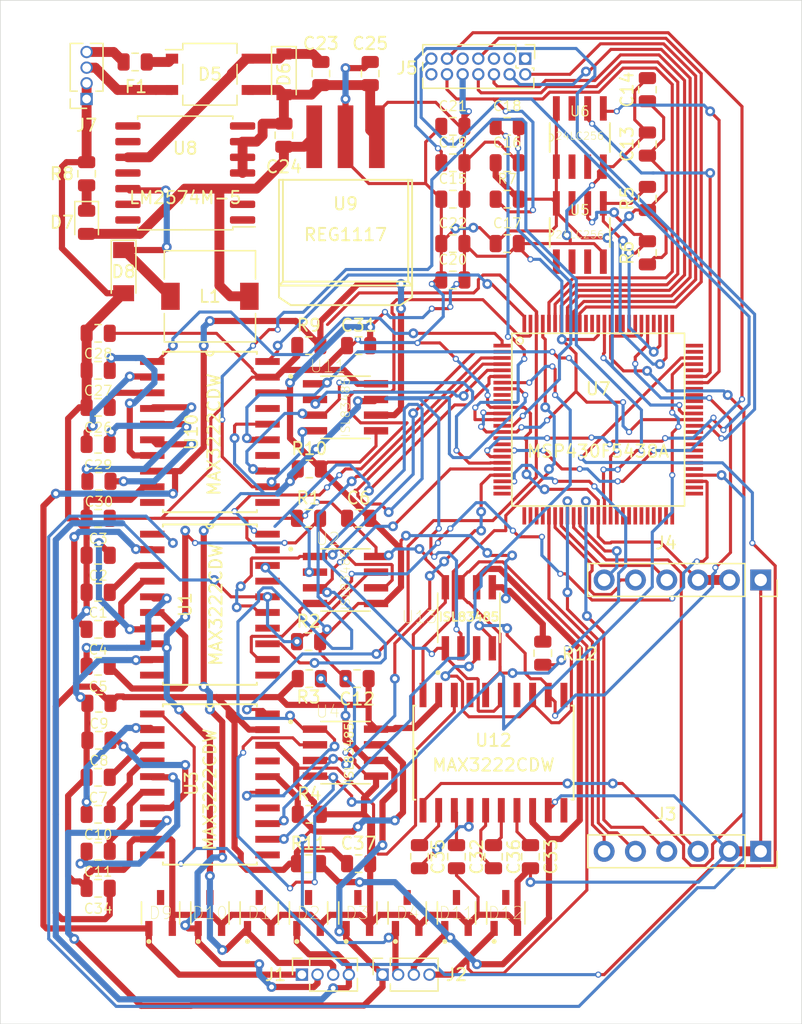
<source format=kicad_pcb>
(kicad_pcb (version 20171130) (host pcbnew 5.1.4-e60b266~84~ubuntu18.04.1)
  (layers (0 F.Cu signal) (31 B.Cu signal) (34 B.Paste user hide) (35 F.Paste user hide) (36 B.SilkS user hide) (37 F.SilkS user) (38 B.Mask user hide) (39 F.Mask user hide) (44 Edge.Cuts user))
  (net 0 "")
  (net 1 "Net-(C1-Pad1)")
  (net 2 GND)
  (net 3 "Net-(C2-Pad1)")
  (net 4 +3V3)
  (net 5 "Net-(C4-Pad1)")
  (net 6 "Net-(C4-Pad2)")
  (net 7 "Net-(C5-Pad2)")
  (net 8 "Net-(C5-Pad1)")
  (net 9 "Net-(C7-Pad1)")
  (net 10 "Net-(C8-Pad1)")
  (net 11 "Net-(C10-Pad1)")
  (net 12 "Net-(C10-Pad2)")
  (net 13 "Net-(C11-Pad2)")
  (net 14 "Net-(C11-Pad1)")
  (net 15 "Net-(C18-Pad1)")
  (net 16 "Net-(C18-Pad2)")
  (net 17 "Net-(C19-Pad1)")
  (net 18 VCC)
  (net 19 +5V)
  (net 20 "Net-(C26-Pad1)")
  (net 21 "Net-(C27-Pad1)")
  (net 22 "Net-(C29-Pad1)")
  (net 23 "Net-(C29-Pad2)")
  (net 24 "Net-(C30-Pad2)")
  (net 25 "Net-(C30-Pad1)")
  (net 26 "Net-(C32-Pad1)")
  (net 27 "Net-(C33-Pad1)")
  (net 28 "Net-(C35-Pad2)")
  (net 29 "Net-(C35-Pad1)")
  (net 30 "Net-(C36-Pad1)")
  (net 31 "Net-(C36-Pad2)")
  (net 32 /A_485_1)
  (net 33 /B_485_1)
  (net 34 /A_485_2)
  (net 35 /B_485_2)
  (net 36 "Net-(D5-Pad1)")
  (net 37 /Alimentación/VCC2)
  (net 38 "Net-(D7-Pad1)")
  (net 39 "Net-(D8-Pad1)")
  (net 40 /A_485_0)
  (net 41 /A_485_3)
  (net 42 /B_485_3)
  (net 43 /Alimentación/VCC1)
  (net 44 /B_485_0)
  (net 45 /Microcontrolador/MOSI_WIZ820)
  (net 46 /Microcontrolador/SCLK_WIZ820)
  (net 47 /Microcontrolador/nSS_WIZ820)
  (net 48 /Microcontrolador/nINT_WIZ820)
  (net 49 /Microcontrolador/MISO_WIZ820)
  (net 50 /Microcontrolador/RESET_WIZ820)
  (net 51 /Microcontrolador/PWDN_WIZ820)
  (net 52 "Net-(J5-Pad1)")
  (net 53 /Microcontrolador/MICRO_TD0_1)
  (net 54 "Net-(J5-Pad3)")
  (net 55 /Microcontrolador/MICRO_TDI_1)
  (net 56 "Net-(J5-Pad5)")
  (net 57 /Microcontrolador/MICRO_TMS_1)
  (net 58 "Net-(J5-Pad7)")
  (net 59 /Microcontrolador/MICRO_TCK_1)
  (net 60 "Net-(J5-Pad9)")
  (net 61 /Microcontrolador/BSL_TX)
  (net 62 /Microcontrolador/MICRO_RTS_1)
  (net 63 /Microcontrolador/BSL_RX)
  (net 64 /Memorias/SDA1)
  (net 65 /Memorias/SCL1)
  (net 66 /RX1)
  (net 67 "Net-(U1-Pad10)")
  (net 68 "Net-(U1-Pad11)")
  (net 69 /TX1)
  (net 70 /RTS1)
  (net 71 "Net-(U1-Pad14)")
  (net 72 /232_1)
  (net 73 "Net-(U1-Pad17)")
  (net 74 /SHDN1)
  (net 75 /485_1)
  (net 76 /SHDN2)
  (net 77 "Net-(U3-Pad17)")
  (net 78 /232_2)
  (net 79 "Net-(U3-Pad14)")
  (net 80 /RTS2)
  (net 81 /TX2)
  (net 82 "Net-(U3-Pad11)")
  (net 83 "Net-(U3-Pad10)")
  (net 84 /RX2)
  (net 85 /485_2)
  (net 86 "Net-(U5-Pad7)")
  (net 87 "Net-(U5-Pad3)")
  (net 88 "Net-(U5-Pad2)")
  (net 89 "Net-(U5-Pad1)")
  (net 90 "Net-(U6-Pad2)")
  (net 91 "Net-(U6-Pad3)")
  (net 92 /Memorias/SDA2)
  (net 93 /Memorias/SCL2)
  (net 94 "Net-(U6-Pad7)")
  (net 95 /232_0)
  (net 96 /232_3)
  (net 97 /485_0)
  (net 98 /485_3)
  (net 99 "Net-(U7-Pad9)")
  (net 100 "Net-(U7-Pad10)")
  (net 101 "Net-(U7-Pad17)")
  (net 102 /RTS0)
  (net 103 /RTS3)
  (net 104 "Net-(U7-Pad24)")
  (net 105 "Net-(U7-Pad25)")
  (net 106 "Net-(U7-Pad26)")
  (net 107 "Net-(U7-Pad27)")
  (net 108 "Net-(U7-Pad28)")
  (net 109 "Net-(U7-Pad29)")
  (net 110 "Net-(U7-Pad37)")
  (net 111 /TX0)
  (net 112 /RX0)
  (net 113 "Net-(U7-Pad41)")
  (net 114 "Net-(U7-Pad42)")
  (net 115 "Net-(U7-Pad43)")
  (net 116 "Net-(U7-Pad44)")
  (net 117 "Net-(U7-Pad45)")
  (net 118 "Net-(U7-Pad46)")
  (net 119 "Net-(U7-Pad47)")
  (net 120 "Net-(U7-Pad48)")
  (net 121 "Net-(U7-Pad49)")
  (net 122 "Net-(U7-Pad50)")
  (net 123 /SHDN0)
  (net 124 /SHDN3)
  (net 125 "Net-(U7-Pad90)")
  (net 126 "Net-(U7-Pad89)")
  (net 127 "Net-(U7-Pad86)")
  (net 128 "Net-(U7-Pad85)")
  (net 129 "Net-(U7-Pad84)")
  (net 130 "Net-(U7-Pad83)")
  (net 131 "Net-(U7-Pad82)")
  (net 132 /RX3)
  (net 133 /TX3)
  (net 134 "Net-(U7-Pad79)")
  (net 135 "Net-(U7-Pad76)")
  (net 136 "Net-(U7-Pad75)")
  (net 137 "Net-(U7-Pad74)")
  (net 138 "Net-(U7-Pad71)")
  (net 139 "Net-(U7-Pad68)")
  (net 140 "Net-(U7-Pad67)")
  (net 141 "Net-(U7-Pad66)")
  (net 142 "Net-(U7-Pad65)")
  (net 143 "Net-(U7-Pad61)")
  (net 144 "Net-(U7-Pad60)")
  (net 145 "Net-(U7-Pad59)")
  (net 146 "Net-(U7-Pad58)")
  (net 147 "Net-(U7-Pad57)")
  (net 148 "Net-(U7-Pad56)")
  (net 149 "Net-(U7-Pad55)")
  (net 150 "Net-(U7-Pad52)")
  (net 151 "Net-(U7-Pad51)")
  (net 152 "Net-(U10-Pad17)")
  (net 153 "Net-(U10-Pad14)")
  (net 154 "Net-(U10-Pad11)")
  (net 155 "Net-(U10-Pad10)")
  (net 156 "Net-(U12-Pad10)")
  (net 157 "Net-(U12-Pad11)")
  (net 158 "Net-(U12-Pad14)")
  (net 159 "Net-(U12-Pad17)")
  (net 160 "Net-(D1-Pad3)")
  (net 161 "Net-(D2-Pad3)")
  (net 162 "Net-(D3-Pad3)")
  (net 163 "Net-(D4-Pad3)")
  (net 164 "Net-(D9-Pad3)")
  (net 165 "Net-(D10-Pad3)")
  (net 166 "Net-(D11-Pad3)")
  (net 167 "Net-(D12-Pad3)")
  (module Connector_PinSocket_2.54mm:PinSocket_1x06_P2.54mm_Vertical (layer F.Cu) (at 79.674999 120 270)
    (fp_text reference J4 (at -3 7.674999 180) (layer F.SilkS))
    (fp_text value Conn_01x06)
    (pad 6 thru_hole oval (at 0 12.7 270) (size 1.7 1.7) (drill 1) (layers *.Cu *.Mask) (net 49 /Microcontrolador/MISO_WIZ820))
    (pad 5 thru_hole oval (at 0 10.16 270) (size 1.7 1.7) (drill 1) (layers *.Cu *.Mask) (net 50 /Microcontrolador/RESET_WIZ820))
    (pad 4 thru_hole oval (at 0 7.62 270) (size 1.7 1.7) (drill 1) (layers *.Cu *.Mask) (net 51 /Microcontrolador/PWDN_WIZ820))
    (pad 3 thru_hole oval (at 0 5.08 270) (size 1.7 1.7) (drill 1) (layers *.Cu *.Mask) (net 4 +3V3))
    (pad 2 thru_hole oval (at 0 2.54 270) (size 1.7 1.7) (drill 1) (layers *.Cu *.Mask) (net 4 +3V3))
    (pad 1 thru_hole rect (at 0 0 270) (size 1.7 1.7) (drill 1) (layers *.Cu *.Mask) (net 2 GND))
  )
  (module MSP430F5438A:PZ100 (layer F.Cu) (at 66.5 107)
    (fp_text reference U7 (at 0 -2.5) (layer F.SilkS) (effects (font (size 1.00334 1.00334))))
    (fp_text value MSP430F5438A (at -0.020065 2.56178) (layer F.SilkS) (effects (font (size 1.00265 1.00265))))
    (pad 1 smd rect (at -7.8 -6 90) (size 0.3 1.4) (layers F.Cu F.Paste F.Mask) (net 95 /232_0))
    (pad 2 smd rect (at -7.8 -5.5 90) (size 0.3 1.4) (layers F.Cu F.Paste F.Mask) (net 72 /232_1))
    (pad 3 smd rect (at -7.8 -5 90) (size 0.3 1.4) (layers F.Cu F.Paste F.Mask) (net 78 /232_2))
    (pad 4 smd rect (at -7.8 -4.5 90) (size 0.3 1.4) (layers F.Cu F.Paste F.Mask) (net 96 /232_3))
    (pad 5 smd rect (at -7.8 -4 90) (size 0.3 1.4) (layers F.Cu F.Paste F.Mask) (net 97 /485_0))
    (pad 6 smd rect (at -7.8 -3.5 90) (size 0.3 1.4) (layers F.Cu F.Paste F.Mask) (net 75 /485_1))
    (pad 7 smd rect (at -7.8 -3 90) (size 0.3 1.4) (layers F.Cu F.Paste F.Mask) (net 85 /485_2))
    (pad 8 smd rect (at -7.8 -2.5 90) (size 0.3 1.4) (layers F.Cu F.Paste F.Mask) (net 98 /485_3))
    (pad 9 smd rect (at -7.8 -2 90) (size 0.3 1.4) (layers F.Cu F.Paste F.Mask) (net 99 "Net-(U7-Pad9)"))
    (pad 10 smd rect (at -7.8 -1.5 90) (size 0.3 1.4) (layers F.Cu F.Paste F.Mask) (net 100 "Net-(U7-Pad10)"))
    (pad 11 smd rect (at -7.8 -1 90) (size 0.3 1.4) (layers F.Cu F.Paste F.Mask) (net 4 +3V3))
    (pad 12 smd rect (at -7.8 -0.5 90) (size 0.3 1.4) (layers F.Cu F.Paste F.Mask) (net 2 GND))
    (pad 13 smd rect (at -7.8 0 90) (size 0.3 1.4) (layers F.Cu F.Paste F.Mask) (net 15 "Net-(C18-Pad1)"))
    (pad 14 smd rect (at -7.8 0.5 90) (size 0.3 1.4) (layers F.Cu F.Paste F.Mask) (net 16 "Net-(C18-Pad2)"))
    (pad 15 smd rect (at -7.8 1 90) (size 0.3 1.4) (layers F.Cu F.Paste F.Mask) (net 2 GND))
    (pad 16 smd rect (at -7.8 1.5 90) (size 0.3 1.4) (layers F.Cu F.Paste F.Mask) (net 4 +3V3))
    (pad 17 smd rect (at -7.8 2 90) (size 0.3 1.4) (layers F.Cu F.Paste F.Mask) (net 101 "Net-(U7-Pad17)"))
    (pad 18 smd rect (at -7.8 2.5 90) (size 0.3 1.4) (layers F.Cu F.Paste F.Mask) (net 61 /Microcontrolador/BSL_TX))
    (pad 19 smd rect (at -7.8 3 90) (size 0.3 1.4) (layers F.Cu F.Paste F.Mask) (net 63 /Microcontrolador/BSL_RX))
    (pad 20 smd rect (at -7.8 3.5 90) (size 0.3 1.4) (layers F.Cu F.Paste F.Mask) (net 102 /RTS0))
    (pad 21 smd rect (at -7.8 4 90) (size 0.3 1.4) (layers F.Cu F.Paste F.Mask) (net 70 /RTS1))
    (pad 22 smd rect (at -7.8 4.5 90) (size 0.3 1.4) (layers F.Cu F.Paste F.Mask) (net 80 /RTS2))
    (pad 23 smd rect (at -7.8 5 90) (size 0.3 1.4) (layers F.Cu F.Paste F.Mask) (net 103 /RTS3))
    (pad 24 smd rect (at -7.8 5.5 90) (size 0.3 1.4) (layers F.Cu F.Paste F.Mask) (net 104 "Net-(U7-Pad24)"))
    (pad 25 smd rect (at -7.8 6 90) (size 0.3 1.4) (layers F.Cu F.Paste F.Mask) (net 105 "Net-(U7-Pad25)"))
    (pad 26 smd rect (at -6 7.8 180) (size 0.3 1.4) (layers F.Cu F.Paste F.Mask) (net 106 "Net-(U7-Pad26)"))
    (pad 27 smd rect (at -5.5 7.8 180) (size 0.3 1.4) (layers F.Cu F.Paste F.Mask) (net 107 "Net-(U7-Pad27)"))
    (pad 28 smd rect (at -5 7.8 180) (size 0.3 1.4) (layers F.Cu F.Paste F.Mask) (net 108 "Net-(U7-Pad28)"))
    (pad 29 smd rect (at -4.5 7.8 180) (size 0.3 1.4) (layers F.Cu F.Paste F.Mask) (net 109 "Net-(U7-Pad29)"))
    (pad 30 smd rect (at -4 7.8 180) (size 0.3 1.4) (layers F.Cu F.Paste F.Mask) (net 48 /Microcontrolador/nINT_WIZ820))
    (pad 31 smd rect (at -3.5 7.8 180) (size 0.3 1.4) (layers F.Cu F.Paste F.Mask) (net 50 /Microcontrolador/RESET_WIZ820))
    (pad 32 smd rect (at -3 7.8 180) (size 0.3 1.4) (layers F.Cu F.Paste F.Mask) (net 51 /Microcontrolador/PWDN_WIZ820))
    (pad 33 smd rect (at -2.5 7.8 180) (size 0.3 1.4) (layers F.Cu F.Paste F.Mask) (net 47 /Microcontrolador/nSS_WIZ820))
    (pad 34 smd rect (at -2 7.8 180) (size 0.3 1.4) (layers F.Cu F.Paste F.Mask) (net 45 /Microcontrolador/MOSI_WIZ820))
    (pad 35 smd rect (at -1.5 7.8 180) (size 0.3 1.4) (layers F.Cu F.Paste F.Mask) (net 49 /Microcontrolador/MISO_WIZ820))
    (pad 36 smd rect (at -1 7.8 180) (size 0.3 1.4) (layers F.Cu F.Paste F.Mask) (net 46 /Microcontrolador/SCLK_WIZ820))
    (pad 37 smd rect (at -0.5 7.8 180) (size 0.3 1.4) (layers F.Cu F.Paste F.Mask) (net 110 "Net-(U7-Pad37)"))
    (pad 38 smd rect (at 0 7.8 180) (size 0.3 1.4) (layers F.Cu F.Paste F.Mask) (net 4 +3V3))
    (pad 39 smd rect (at 0.5 7.8 180) (size 0.3 1.4) (layers F.Cu F.Paste F.Mask) (net 111 /TX0))
    (pad 40 smd rect (at 1 7.8 180) (size 0.3 1.4) (layers F.Cu F.Paste F.Mask) (net 112 /RX0))
    (pad 41 smd rect (at 1.5 7.8 180) (size 0.3 1.4) (layers F.Cu F.Paste F.Mask) (net 113 "Net-(U7-Pad41)"))
    (pad 42 smd rect (at 2 7.8 180) (size 0.3 1.4) (layers F.Cu F.Paste F.Mask) (net 114 "Net-(U7-Pad42)"))
    (pad 43 smd rect (at 2.5 7.8 180) (size 0.3 1.4) (layers F.Cu F.Paste F.Mask) (net 115 "Net-(U7-Pad43)"))
    (pad 44 smd rect (at 3 7.8 180) (size 0.3 1.4) (layers F.Cu F.Paste F.Mask) (net 116 "Net-(U7-Pad44)"))
    (pad 45 smd rect (at 3.5 7.8 180) (size 0.3 1.4) (layers F.Cu F.Paste F.Mask) (net 117 "Net-(U7-Pad45)"))
    (pad 46 smd rect (at 4 7.8 180) (size 0.3 1.4) (layers F.Cu F.Paste F.Mask) (net 118 "Net-(U7-Pad46)"))
    (pad 47 smd rect (at 4.5 7.8 180) (size 0.3 1.4) (layers F.Cu F.Paste F.Mask) (net 119 "Net-(U7-Pad47)"))
    (pad 48 smd rect (at 5 7.8 180) (size 0.3 1.4) (layers F.Cu F.Paste F.Mask) (net 120 "Net-(U7-Pad48)"))
    (pad 49 smd rect (at 5.5 7.8 180) (size 0.3 1.4) (layers F.Cu F.Paste F.Mask) (net 121 "Net-(U7-Pad49)"))
    (pad 50 smd rect (at 6 7.8 180) (size 0.3 1.4) (layers F.Cu F.Paste F.Mask) (net 122 "Net-(U7-Pad50)"))
    (pad 100 smd rect (at -6 -7.8 180) (size 0.3 1.4) (layers F.Cu F.Paste F.Mask) (net 123 /SHDN0))
    (pad 99 smd rect (at -5.5 -7.8 180) (size 0.3 1.4) (layers F.Cu F.Paste F.Mask) (net 74 /SHDN1))
    (pad 98 smd rect (at -5 -7.8 180) (size 0.3 1.4) (layers F.Cu F.Paste F.Mask) (net 76 /SHDN2))
    (pad 97 smd rect (at -4.5 -7.8 180) (size 0.3 1.4) (layers F.Cu F.Paste F.Mask) (net 124 /SHDN3))
    (pad 96 smd rect (at -4 -7.8 180) (size 0.3 1.4) (layers F.Cu F.Paste F.Mask) (net 62 /Microcontrolador/MICRO_RTS_1))
    (pad 95 smd rect (at -3.5 -7.8 180) (size 0.3 1.4) (layers F.Cu F.Paste F.Mask) (net 59 /Microcontrolador/MICRO_TCK_1))
    (pad 94 smd rect (at -3 -7.8 180) (size 0.3 1.4) (layers F.Cu F.Paste F.Mask) (net 57 /Microcontrolador/MICRO_TMS_1))
    (pad 93 smd rect (at -2.5 -7.8 180) (size 0.3 1.4) (layers F.Cu F.Paste F.Mask) (net 55 /Microcontrolador/MICRO_TDI_1))
    (pad 92 smd rect (at -2 -7.8 180) (size 0.3 1.4) (layers F.Cu F.Paste F.Mask) (net 53 /Microcontrolador/MICRO_TD0_1))
    (pad 91 smd rect (at -1.5 -7.8 180) (size 0.3 1.4) (layers F.Cu F.Paste F.Mask) (net 58 "Net-(J5-Pad7)"))
    (pad 90 smd rect (at -1 -7.8 180) (size 0.3 1.4) (layers F.Cu F.Paste F.Mask) (net 125 "Net-(U7-Pad90)"))
    (pad 89 smd rect (at -0.5 -7.8 180) (size 0.3 1.4) (layers F.Cu F.Paste F.Mask) (net 126 "Net-(U7-Pad89)"))
    (pad 88 smd rect (at 0 -7.8 180) (size 0.3 1.4) (layers F.Cu F.Paste F.Mask) (net 2 GND))
    (pad 87 smd rect (at 0.5 -7.8 180) (size 0.3 1.4) (layers F.Cu F.Paste F.Mask) (net 4 +3V3))
    (pad 86 smd rect (at 1 -7.8 180) (size 0.3 1.4) (layers F.Cu F.Paste F.Mask) (net 127 "Net-(U7-Pad86)"))
    (pad 85 smd rect (at 1.5 -7.8 180) (size 0.3 1.4) (layers F.Cu F.Paste F.Mask) (net 128 "Net-(U7-Pad85)"))
    (pad 84 smd rect (at 2 -7.8 180) (size 0.3 1.4) (layers F.Cu F.Paste F.Mask) (net 129 "Net-(U7-Pad84)"))
    (pad 83 smd rect (at 2.5 -7.8 180) (size 0.3 1.4) (layers F.Cu F.Paste F.Mask) (net 130 "Net-(U7-Pad83)"))
    (pad 82 smd rect (at 3 -7.8 180) (size 0.3 1.4) (layers F.Cu F.Paste F.Mask) (net 131 "Net-(U7-Pad82)"))
    (pad 81 smd rect (at 3.5 -7.8 180) (size 0.3 1.4) (layers F.Cu F.Paste F.Mask) (net 132 /RX3))
    (pad 80 smd rect (at 4 -7.8 180) (size 0.3 1.4) (layers F.Cu F.Paste F.Mask) (net 133 /TX3))
    (pad 79 smd rect (at 4.5 -7.8 180) (size 0.3 1.4) (layers F.Cu F.Paste F.Mask) (net 134 "Net-(U7-Pad79)"))
    (pad 78 smd rect (at 5 -7.8 180) (size 0.3 1.4) (layers F.Cu F.Paste F.Mask) (net 65 /Memorias/SCL1))
    (pad 77 smd rect (at 5.5 -7.8 180) (size 0.3 1.4) (layers F.Cu F.Paste F.Mask) (net 64 /Memorias/SDA1))
    (pad 76 smd rect (at 6 -7.8 180) (size 0.3 1.4) (layers F.Cu F.Paste F.Mask) (net 135 "Net-(U7-Pad76)"))
    (pad 75 smd rect (at 7.8 -6 90) (size 0.3 1.4) (layers F.Cu F.Paste F.Mask) (net 136 "Net-(U7-Pad75)"))
    (pad 74 smd rect (at 7.8 -5.5 90) (size 0.3 1.4) (layers F.Cu F.Paste F.Mask) (net 137 "Net-(U7-Pad74)"))
    (pad 73 smd rect (at 7.8 -5 90) (size 0.3 1.4) (layers F.Cu F.Paste F.Mask) (net 84 /RX2))
    (pad 72 smd rect (at 7.8 -4.5 90) (size 0.3 1.4) (layers F.Cu F.Paste F.Mask) (net 81 /TX2))
    (pad 71 smd rect (at 7.8 -4 90) (size 0.3 1.4) (layers F.Cu F.Paste F.Mask) (net 138 "Net-(U7-Pad71)"))
    (pad 70 smd rect (at 7.8 -3.5 90) (size 0.3 1.4) (layers F.Cu F.Paste F.Mask) (net 93 /Memorias/SCL2))
    (pad 69 smd rect (at 7.8 -3 90) (size 0.3 1.4) (layers F.Cu F.Paste F.Mask) (net 92 /Memorias/SDA2))
    (pad 68 smd rect (at 7.8 -2.5 90) (size 0.3 1.4) (layers F.Cu F.Paste F.Mask) (net 139 "Net-(U7-Pad68)"))
    (pad 67 smd rect (at 7.8 -2 90) (size 0.3 1.4) (layers F.Cu F.Paste F.Mask) (net 140 "Net-(U7-Pad67)"))
    (pad 66 smd rect (at 7.8 -1.5 90) (size 0.3 1.4) (layers F.Cu F.Paste F.Mask) (net 141 "Net-(U7-Pad66)"))
    (pad 65 smd rect (at 7.8 -1 90) (size 0.3 1.4) (layers F.Cu F.Paste F.Mask) (net 142 "Net-(U7-Pad65)"))
    (pad 64 smd rect (at 7.8 -0.5 90) (size 0.3 1.4) (layers F.Cu F.Paste F.Mask) (net 4 +3V3))
    (pad 63 smd rect (at 7.8 0 90) (size 0.3 1.4) (layers F.Cu F.Paste F.Mask) (net 2 GND))
    (pad 62 smd rect (at 7.8 0.5 90) (size 0.3 1.4) (layers F.Cu F.Paste F.Mask) (net 17 "Net-(C19-Pad1)"))
    (pad 61 smd rect (at 7.8 1 90) (size 0.3 1.4) (layers F.Cu F.Paste F.Mask) (net 143 "Net-(U7-Pad61)"))
    (pad 60 smd rect (at 7.8 1.5 90) (size 0.3 1.4) (layers F.Cu F.Paste F.Mask) (net 144 "Net-(U7-Pad60)"))
    (pad 59 smd rect (at 7.8 2 90) (size 0.3 1.4) (layers F.Cu F.Paste F.Mask) (net 145 "Net-(U7-Pad59)"))
    (pad 58 smd rect (at 7.8 2.5 90) (size 0.3 1.4) (layers F.Cu F.Paste F.Mask) (net 146 "Net-(U7-Pad58)"))
    (pad 57 smd rect (at 7.8 3 90) (size 0.3 1.4) (layers F.Cu F.Paste F.Mask) (net 147 "Net-(U7-Pad57)"))
    (pad 56 smd rect (at 7.8 3.5 90) (size 0.3 1.4) (layers F.Cu F.Paste F.Mask) (net 148 "Net-(U7-Pad56)"))
    (pad 55 smd rect (at 7.8 4 90) (size 0.3 1.4) (layers F.Cu F.Paste F.Mask) (net 149 "Net-(U7-Pad55)"))
    (pad 54 smd rect (at 7.8 4.5 90) (size 0.3 1.4) (layers F.Cu F.Paste F.Mask) (net 66 /RX1))
    (pad 53 smd rect (at 7.8 5 90) (size 0.3 1.4) (layers F.Cu F.Paste F.Mask) (net 69 /TX1))
    (pad 52 smd rect (at 7.8 5.5 90) (size 0.3 1.4) (layers F.Cu F.Paste F.Mask) (net 150 "Net-(U7-Pad52)"))
    (pad 51 smd rect (at 7.8 6 90) (size 0.3 1.4) (layers F.Cu F.Paste F.Mask) (net 151 "Net-(U7-Pad51)"))
  )
  (module Connector_PinHeader_1.27mm:PinHeader_2x07_P1.27mm_Vertical (layer F.Cu) (at 60.58 77.73 270)
    (fp_text reference J5 (at 0.77 9.58 180) (layer F.SilkS))
    (fp_text value Conn_2Rows-13Pins)
    (pad 1 thru_hole rect (at 0 0 270) (size 1 1) (drill 0.65) (layers *.Cu *.Mask) (net 52 "Net-(J5-Pad1)"))
    (pad 2 thru_hole oval (at 1.27 0 270) (size 1 1) (drill 0.65) (layers *.Cu *.Mask) (net 53 /Microcontrolador/MICRO_TD0_1))
    (pad 3 thru_hole oval (at 0 1.27 270) (size 1 1) (drill 0.65) (layers *.Cu *.Mask) (net 54 "Net-(J5-Pad3)"))
    (pad 4 thru_hole oval (at 1.27 1.27 270) (size 1 1) (drill 0.65) (layers *.Cu *.Mask) (net 55 /Microcontrolador/MICRO_TDI_1))
    (pad 5 thru_hole oval (at 0 2.54 270) (size 1 1) (drill 0.65) (layers *.Cu *.Mask) (net 56 "Net-(J5-Pad5)"))
    (pad 6 thru_hole oval (at 1.27 2.54 270) (size 1 1) (drill 0.65) (layers *.Cu *.Mask) (net 57 /Microcontrolador/MICRO_TMS_1))
    (pad 7 thru_hole oval (at 0 3.81 270) (size 1 1) (drill 0.65) (layers *.Cu *.Mask) (net 58 "Net-(J5-Pad7)"))
    (pad 8 thru_hole oval (at 1.27 3.81 270) (size 1 1) (drill 0.65) (layers *.Cu *.Mask) (net 59 /Microcontrolador/MICRO_TCK_1))
    (pad 9 thru_hole oval (at 0 5.08 270) (size 1 1) (drill 0.65) (layers *.Cu *.Mask) (net 60 "Net-(J5-Pad9)"))
    (pad 10 thru_hole oval (at 1.27 5.08 270) (size 1 1) (drill 0.65) (layers *.Cu *.Mask) (net 2 GND))
    (pad 11 thru_hole oval (at 0 6.35 270) (size 1 1) (drill 0.65) (layers *.Cu *.Mask) (net 61 /Microcontrolador/BSL_TX))
    (pad 12 thru_hole oval (at 1.27 6.35 270) (size 1 1) (drill 0.65) (layers *.Cu *.Mask) (net 62 /Microcontrolador/MICRO_RTS_1))
    (pad 13 thru_hole oval (at 0 7.62 270) (size 1 1) (drill 0.65) (layers *.Cu *.Mask) (net 63 /Microcontrolador/BSL_RX))
    (pad 14 thru_hole oval (at 1.27 7.62 270) (size 1 1) (drill 0.65) (layers *.Cu *.Mask))
  )
  (module Capacitor_SMD:C_0805_2012Metric (layer F.Cu) (at 25.9375 121 180)
    (fp_text reference C1 (at 0 -1.65) (layer F.SilkS) (effects (font (size 0.8 0.8) (thickness 0.1))))
    (fp_text value 0.1uF)
    (pad 2 smd roundrect (at 0.9375 0 180) (size 0.975 1.4) (layers F.Cu F.Paste F.Mask) (net 2 GND))
    (pad 1 smd roundrect (at -0.9375 0 180) (size 0.975 1.4) (layers F.Cu F.Paste F.Mask) (net 1 "Net-(C1-Pad1)"))
  )
  (module Capacitor_SMD:C_0805_2012Metric (layer F.Cu) (at 25.9375 118 180)
    (fp_text reference C2 (at 0 -1.65) (layer F.SilkS) (effects (font (size 0.8 0.8) (thickness 0.1))))
    (fp_text value 0.1uF)
    (pad 1 smd roundrect (at -0.9375 0 180) (size 0.975 1.4) (layers F.Cu F.Paste F.Mask) (net 3 "Net-(C2-Pad1)"))
    (pad 2 smd roundrect (at 0.9375 0 180) (size 0.975 1.4) (layers F.Cu F.Paste F.Mask) (net 2 GND))
  )
  (module Capacitor_SMD:C_0805_2012Metric (layer F.Cu) (at 25.9375 115 180)
    (fp_text reference C3 (at 0 -1.65) (layer F.SilkS) (effects (font (size 0.8 0.8) (thickness 0.1))))
    (fp_text value 0.1uF)
    (pad 1 smd roundrect (at -0.9375 0 180) (size 0.975 1.4) (layers F.Cu F.Paste F.Mask) (net 4 +3V3))
    (pad 2 smd roundrect (at 0.9375 0 180) (size 0.975 1.4) (layers F.Cu F.Paste F.Mask) (net 2 GND))
  )
  (module Capacitor_SMD:C_0805_2012Metric (layer F.Cu) (at 25.9375 124 180)
    (fp_text reference C4 (at 0 -1.65) (layer F.SilkS) (effects (font (size 0.8 0.8) (thickness 0.1))))
    (fp_text value 0.1uF)
    (pad 2 smd roundrect (at 0.9375 0 180) (size 0.975 1.4) (layers F.Cu F.Paste F.Mask) (net 6 "Net-(C4-Pad2)"))
    (pad 1 smd roundrect (at -0.9375 0 180) (size 0.975 1.4) (layers F.Cu F.Paste F.Mask) (net 5 "Net-(C4-Pad1)"))
  )
  (module Capacitor_SMD:C_0805_2012Metric (layer F.Cu) (at 25.9375 127 180)
    (fp_text reference C5 (at 0 -1.65) (layer F.SilkS) (effects (font (size 0.8 0.8) (thickness 0.1))))
    (fp_text value 0.1uF)
    (pad 1 smd roundrect (at -0.9375 0 180) (size 0.975 1.4) (layers F.Cu F.Paste F.Mask) (net 8 "Net-(C5-Pad1)"))
    (pad 2 smd roundrect (at 0.9375 0 180) (size 0.975 1.4) (layers F.Cu F.Paste F.Mask) (net 7 "Net-(C5-Pad2)"))
  )
  (module Capacitor_SMD:C_0805_2012Metric (layer F.Cu) (at 47.0625 115)
    (fp_text reference C6 (at 0 -1.65) (layer F.SilkS))
    (fp_text value 0.1uF)
    (pad 2 smd roundrect (at 0.9375 0) (size 0.975 1.4) (layers F.Cu F.Paste F.Mask) (net 2 GND))
    (pad 1 smd roundrect (at -0.9375 0) (size 0.975 1.4) (layers F.Cu F.Paste F.Mask) (net 4 +3V3))
  )
  (module Capacitor_SMD:C_0805_2012Metric (layer F.Cu) (at 25.9375 136 180)
    (fp_text reference C7 (at 0 -1.65) (layer F.SilkS) (effects (font (size 0.8 0.8) (thickness 0.1))))
    (fp_text value 0.1uF)
    (pad 2 smd roundrect (at 0.9375 0 180) (size 0.975 1.4) (layers F.Cu F.Paste F.Mask) (net 2 GND))
    (pad 1 smd roundrect (at -0.9375 0 180) (size 0.975 1.4) (layers F.Cu F.Paste F.Mask) (net 9 "Net-(C7-Pad1)"))
  )
  (module Capacitor_SMD:C_0805_2012Metric (layer F.Cu) (at 26 133 180)
    (fp_text reference C8 (at 0 -1.65) (layer F.SilkS) (effects (font (size 0.8 0.8) (thickness 0.1))))
    (fp_text value 0.1uF)
    (pad 2 smd roundrect (at 0.9375 0 180) (size 0.975 1.4) (layers F.Cu F.Paste F.Mask) (net 2 GND))
    (pad 1 smd roundrect (at -0.9375 0 180) (size 0.975 1.4) (layers F.Cu F.Paste F.Mask) (net 10 "Net-(C8-Pad1)"))
  )
  (module Capacitor_SMD:C_0805_2012Metric (layer F.Cu) (at 26 130 180)
    (fp_text reference C9 (at 0 -1.65) (layer F.SilkS) (effects (font (size 0.8 0.8) (thickness 0.1))))
    (fp_text value 0.1uF)
    (pad 1 smd roundrect (at -0.9375 0 180) (size 0.975 1.4) (layers F.Cu F.Paste F.Mask) (net 4 +3V3))
    (pad 2 smd roundrect (at 0.9375 0 180) (size 0.975 1.4) (layers F.Cu F.Paste F.Mask) (net 2 GND))
  )
  (module Capacitor_SMD:C_0805_2012Metric (layer F.Cu) (at 25.9375 139 180)
    (fp_text reference C10 (at 0 -1.65) (layer F.SilkS) (effects (font (size 0.8 0.8) (thickness 0.1))))
    (fp_text value 0.1uF)
    (pad 1 smd roundrect (at -0.9375 0 180) (size 0.975 1.4) (layers F.Cu F.Paste F.Mask) (net 11 "Net-(C10-Pad1)"))
    (pad 2 smd roundrect (at 0.9375 0 180) (size 0.975 1.4) (layers F.Cu F.Paste F.Mask) (net 12 "Net-(C10-Pad2)"))
  )
  (module Capacitor_SMD:C_0805_2012Metric (layer F.Cu) (at 25.9375 142 180)
    (fp_text reference C11 (at 0 -1.65) (layer F.SilkS) (effects (font (size 0.8 0.8) (thickness 0.1))))
    (fp_text value 0.1uF)
    (pad 2 smd roundrect (at 0.9375 0 180) (size 0.975 1.4) (layers F.Cu F.Paste F.Mask) (net 13 "Net-(C11-Pad2)"))
    (pad 1 smd roundrect (at -0.9375 0 180) (size 0.975 1.4) (layers F.Cu F.Paste F.Mask) (net 14 "Net-(C11-Pad1)"))
  )
  (module Capacitor_SMD:C_0805_2012Metric (layer F.Cu) (at 46.9375 128 180)
    (fp_text reference C12 (at 0 -1.65) (layer F.SilkS))
    (fp_text value 0.1uF)
    (pad 1 smd roundrect (at -0.9375 0 180) (size 0.975 1.4) (layers F.Cu F.Paste F.Mask) (net 4 +3V3))
    (pad 2 smd roundrect (at 0.9375 0 180) (size 0.975 1.4) (layers F.Cu F.Paste F.Mask) (net 2 GND))
  )
  (module Capacitor_SMD:C_0805_2012Metric (layer F.Cu) (at 70.485001 84.654999 90)
    (fp_text reference C13 (at 0 -1.65 90) (layer F.SilkS))
    (fp_text value 0.1uF)
    (pad 2 smd roundrect (at 0.9375 0 90) (size 0.975 1.4) (layers F.Cu F.Paste F.Mask) (net 2 GND))
    (pad 1 smd roundrect (at -0.9375 0 90) (size 0.975 1.4) (layers F.Cu F.Paste F.Mask) (net 4 +3V3))
  )
  (module Capacitor_SMD:C_0805_2012Metric (layer F.Cu) (at 70.485001 80.244999 90)
    (fp_text reference C14 (at 0 -1.65 90) (layer F.SilkS))
    (fp_text value 0.1uF)
    (pad 1 smd roundrect (at -0.9375 0 90) (size 0.975 1.4) (layers F.Cu F.Paste F.Mask) (net 4 +3V3))
    (pad 2 smd roundrect (at 0.9375 0 90) (size 0.975 1.4) (layers F.Cu F.Paste F.Mask) (net 2 GND))
  )
  (module Capacitor_SMD:C_0805_2012Metric (layer F.Cu) (at 54.705001 89.125001)
    (fp_text reference C15 (at 0 -1.65) (layer F.SilkS) (effects (font (size 0.8 0.8) (thickness 0.1))))
    (fp_text value 0.1uF)
    (pad 1 smd roundrect (at -0.9375 0) (size 0.975 1.4) (layers F.Cu F.Paste F.Mask) (net 4 +3V3))
    (pad 2 smd roundrect (at 0.9375 0) (size 0.975 1.4) (layers F.Cu F.Paste F.Mask) (net 2 GND))
  )
  (module Capacitor_SMD:C_0805_2012Metric (layer F.Cu) (at 59.115001 86.175001)
    (fp_text reference C16 (at 0 -1.65) (layer F.SilkS) (effects (font (size 0.8 0.8) (thickness 0.1))))
    (fp_text value 0.1uF)
    (pad 1 smd roundrect (at -0.9375 0) (size 0.975 1.4) (layers F.Cu F.Paste F.Mask) (net 4 +3V3))
    (pad 2 smd roundrect (at 0.9375 0) (size 0.975 1.4) (layers F.Cu F.Paste F.Mask) (net 2 GND))
  )
  (module Capacitor_SMD:C_0805_2012Metric (layer F.Cu) (at 59.115001 92.725001)
    (fp_text reference C17 (at 0 -1.65) (layer F.SilkS) (effects (font (size 0.8 0.8) (thickness 0.1))))
    (fp_text value 0.1uF)
    (pad 2 smd roundrect (at 0.9375 0) (size 0.975 1.4) (layers F.Cu F.Paste F.Mask) (net 2 GND))
    (pad 1 smd roundrect (at -0.9375 0) (size 0.975 1.4) (layers F.Cu F.Paste F.Mask) (net 4 +3V3))
  )
  (module Capacitor_SMD:C_0805_2012Metric (layer F.Cu) (at 59.115001 83.225001)
    (fp_text reference C18 (at 0 -1.65) (layer F.SilkS) (effects (font (size 0.8 0.8) (thickness 0.1))))
    (fp_text value 0.1uF)
    (pad 1 smd roundrect (at -0.9375 0) (size 0.975 1.4) (layers F.Cu F.Paste F.Mask) (net 15 "Net-(C18-Pad1)"))
    (pad 2 smd roundrect (at 0.9375 0) (size 0.975 1.4) (layers F.Cu F.Paste F.Mask) (net 16 "Net-(C18-Pad2)"))
  )
  (module Capacitor_SMD:C_0805_2012Metric (layer F.Cu) (at 54.705001 86.175001)
    (fp_text reference C19 (at 0 -1.65) (layer F.SilkS) (effects (font (size 0.8 0.8) (thickness 0.1))))
    (fp_text value 470nF)
    (pad 2 smd roundrect (at 0.9375 0) (size 0.975 1.4) (layers F.Cu F.Paste F.Mask) (net 2 GND))
    (pad 1 smd roundrect (at -0.9375 0) (size 0.975 1.4) (layers F.Cu F.Paste F.Mask) (net 17 "Net-(C19-Pad1)"))
  )
  (module Capacitor_SMD:C_0805_2012Metric (layer F.Cu) (at 54.705001 95.675001)
    (fp_text reference C20 (at 0 -1.65) (layer F.SilkS) (effects (font (size 0.8 0.8) (thickness 0.1))))
    (fp_text value 0.1uF)
    (pad 1 smd roundrect (at -0.9375 0) (size 0.975 1.4) (layers F.Cu F.Paste F.Mask) (net 4 +3V3))
    (pad 2 smd roundrect (at 0.9375 0) (size 0.975 1.4) (layers F.Cu F.Paste F.Mask) (net 2 GND))
  )
  (module Capacitor_SMD:C_0805_2012Metric (layer F.Cu) (at 54.705001 83.225001)
    (fp_text reference C21 (at 0 -1.65) (layer F.SilkS) (effects (font (size 0.8 0.8) (thickness 0.1))))
    (fp_text value 0.1uF)
    (pad 1 smd roundrect (at -0.9375 0) (size 0.975 1.4) (layers F.Cu F.Paste F.Mask) (net 4 +3V3))
    (pad 2 smd roundrect (at 0.9375 0) (size 0.975 1.4) (layers F.Cu F.Paste F.Mask) (net 2 GND))
  )
  (module Capacitor_SMD:C_0805_2012Metric (layer F.Cu) (at 54.705001 92.725001)
    (fp_text reference C22 (at 0 -1.65) (layer F.SilkS) (effects (font (size 0.8 0.8) (thickness 0.1))))
    (fp_text value 0.1uF)
    (pad 2 smd roundrect (at 0.9375 0) (size 0.975 1.4) (layers F.Cu F.Paste F.Mask) (net 2 GND))
    (pad 1 smd roundrect (at -0.9375 0) (size 0.975 1.4) (layers F.Cu F.Paste F.Mask) (net 4 +3V3))
  )
  (module Capacitor_SMD:C_0805_2012Metric (layer F.Cu) (at 44 78.9375 270)
    (fp_text reference C23 (at -2.4375 0 180) (layer F.SilkS))
    (fp_text value 22uF)
    (pad 2 smd roundrect (at 0.9375 0 270) (size 0.975 1.4) (layers F.Cu F.Paste F.Mask) (net 2 GND))
    (pad 1 smd roundrect (at -0.9375 0 270) (size 0.975 1.4) (layers F.Cu F.Paste F.Mask) (net 18 VCC))
  )
  (module Capacitor_SMD:C_0805_2012Metric (layer F.Cu) (at 41 83.9375 90)
    (fp_text reference C24 (at -2.5625 0 180) (layer F.SilkS))
    (fp_text value 220uF)
    (pad 2 smd roundrect (at 0.9375 0 90) (size 0.975 1.4) (layers F.Cu F.Paste F.Mask) (net 2 GND))
    (pad 1 smd roundrect (at -0.9375 0 90) (size 0.975 1.4) (layers F.Cu F.Paste F.Mask) (net 19 +5V))
  )
  (module Capacitor_SMD:C_0805_2012Metric (layer F.Cu) (at 48 78.9375 270)
    (fp_text reference C25 (at -2.4375 0 180) (layer F.SilkS))
    (fp_text value 10uF)
    (pad 2 smd roundrect (at 0.9375 0 270) (size 0.975 1.4) (layers F.Cu F.Paste F.Mask) (net 2 GND))
    (pad 1 smd roundrect (at -0.9375 0 270) (size 0.975 1.4) (layers F.Cu F.Paste F.Mask) (net 4 +3V3))
  )
  (module Capacitor_SMD:C_0805_2012Metric (layer F.Cu) (at 25.9375 106 180)
    (fp_text reference C26 (at 0 -1.65) (layer F.SilkS) (effects (font (size 0.8 0.8) (thickness 0.1))))
    (fp_text value 0.1uF)
    (pad 1 smd roundrect (at -0.9375 0 180) (size 0.975 1.4) (layers F.Cu F.Paste F.Mask) (net 20 "Net-(C26-Pad1)"))
    (pad 2 smd roundrect (at 0.9375 0 180) (size 0.975 1.4) (layers F.Cu F.Paste F.Mask) (net 2 GND))
  )
  (module Capacitor_SMD:C_0805_2012Metric (layer F.Cu) (at 25.9375 103 180)
    (fp_text reference C27 (at 0 -1.65) (layer F.SilkS) (effects (font (size 0.8 0.8) (thickness 0.1))))
    (fp_text value 0.1uF)
    (pad 2 smd roundrect (at 0.9375 0 180) (size 0.975 1.4) (layers F.Cu F.Paste F.Mask) (net 2 GND))
    (pad 1 smd roundrect (at -0.9375 0 180) (size 0.975 1.4) (layers F.Cu F.Paste F.Mask) (net 21 "Net-(C27-Pad1)"))
  )
  (module Capacitor_SMD:C_0805_2012Metric (layer F.Cu) (at 25.9375 100 180)
    (fp_text reference C28 (at 0 -1.65) (layer F.SilkS) (effects (font (size 0.8 0.8) (thickness 0.1))))
    (fp_text value 0.1uF)
    (pad 1 smd roundrect (at -0.9375 0 180) (size 0.975 1.4) (layers F.Cu F.Paste F.Mask) (net 4 +3V3))
    (pad 2 smd roundrect (at 0.9375 0 180) (size 0.975 1.4) (layers F.Cu F.Paste F.Mask) (net 2 GND))
  )
  (module Capacitor_SMD:C_0805_2012Metric (layer F.Cu) (at 25.9375 109 180)
    (fp_text reference C29 (at 0 -1.65) (layer F.SilkS) (effects (font (size 0.7 0.8) (thickness 0.1))))
    (fp_text value 0.1uF)
    (pad 2 smd roundrect (at 0.9375 0 180) (size 0.975 1.4) (layers F.Cu F.Paste F.Mask) (net 23 "Net-(C29-Pad2)"))
    (pad 1 smd roundrect (at -0.9375 0 180) (size 0.975 1.4) (layers F.Cu F.Paste F.Mask) (net 22 "Net-(C29-Pad1)"))
  )
  (module Capacitor_SMD:C_0805_2012Metric (layer F.Cu) (at 26 112 180)
    (fp_text reference C30 (at 0 -1.65) (layer F.SilkS) (effects (font (size 0.8 0.8) (thickness 0.1))))
    (fp_text value 0.1uF)
    (pad 1 smd roundrect (at -0.9375 0 180) (size 0.975 1.4) (layers F.Cu F.Paste F.Mask) (net 25 "Net-(C30-Pad1)"))
    (pad 2 smd roundrect (at 0.9375 0 180) (size 0.975 1.4) (layers F.Cu F.Paste F.Mask) (net 24 "Net-(C30-Pad2)"))
  )
  (module Capacitor_SMD:C_0805_2012Metric (layer F.Cu) (at 47.0625 101)
    (fp_text reference C31 (at 0 -1.65) (layer F.SilkS))
    (fp_text value 0.1uF)
    (pad 1 smd roundrect (at -0.9375 0) (size 0.975 1.4) (layers F.Cu F.Paste F.Mask) (net 4 +3V3))
    (pad 2 smd roundrect (at 0.9375 0) (size 0.975 1.4) (layers F.Cu F.Paste F.Mask) (net 2 GND))
  )
  (module Capacitor_SMD:C_0805_2012Metric (layer F.Cu) (at 55 142.4375 270)
    (fp_text reference C32 (at 0 -1.65 90) (layer F.SilkS))
    (fp_text value 0.1uF)
    (pad 2 smd roundrect (at 0.9375 0 270) (size 0.975 1.4) (layers F.Cu F.Paste F.Mask) (net 2 GND))
    (pad 1 smd roundrect (at -0.9375 0 270) (size 0.975 1.4) (layers F.Cu F.Paste F.Mask) (net 26 "Net-(C32-Pad1)"))
  )
  (module Capacitor_SMD:C_0805_2012Metric (layer F.Cu) (at 61 142.4375 270)
    (fp_text reference C33 (at 0 -1.65 90) (layer F.SilkS))
    (fp_text value 0.1uF)
    (pad 1 smd roundrect (at -0.9375 0 270) (size 0.975 1.4) (layers F.Cu F.Paste F.Mask) (net 27 "Net-(C33-Pad1)"))
    (pad 2 smd roundrect (at 0.9375 0 270) (size 0.975 1.4) (layers F.Cu F.Paste F.Mask) (net 2 GND))
  )
  (module Capacitor_SMD:C_0805_2012Metric (layer F.Cu) (at 25.9375 145 180)
    (fp_text reference C34 (at 0 -1.65) (layer F.SilkS) (effects (font (size 0.8 0.8) (thickness 0.1))))
    (fp_text value 0.1uF)
    (pad 2 smd roundrect (at 0.9375 0 180) (size 0.975 1.4) (layers F.Cu F.Paste F.Mask) (net 2 GND))
    (pad 1 smd roundrect (at -0.9375 0 180) (size 0.975 1.4) (layers F.Cu F.Paste F.Mask) (net 4 +3V3))
  )
  (module Capacitor_SMD:C_0805_2012Metric (layer F.Cu) (at 52 142.4375 90)
    (fp_text reference C35 (at 0 1.5 90) (layer F.SilkS))
    (fp_text value 0.1uF)
    (pad 1 smd roundrect (at -0.9375 0 90) (size 0.975 1.4) (layers F.Cu F.Paste F.Mask) (net 29 "Net-(C35-Pad1)"))
    (pad 2 smd roundrect (at 0.9375 0 90) (size 0.975 1.4) (layers F.Cu F.Paste F.Mask) (net 28 "Net-(C35-Pad2)"))
  )
  (module Capacitor_SMD:C_0805_2012Metric (layer F.Cu) (at 58 142.4375 270)
    (fp_text reference C36 (at 0 -1.65 90) (layer F.SilkS))
    (fp_text value 0.1uF)
    (pad 2 smd roundrect (at 0.9375 0 270) (size 0.975 1.4) (layers F.Cu F.Paste F.Mask) (net 31 "Net-(C36-Pad2)"))
    (pad 1 smd roundrect (at -0.9375 0 270) (size 0.975 1.4) (layers F.Cu F.Paste F.Mask) (net 30 "Net-(C36-Pad1)"))
  )
  (module Capacitor_SMD:C_0805_2012Metric (layer F.Cu) (at 47.0625 143)
    (fp_text reference C37 (at 0 -1.65) (layer F.SilkS))
    (fp_text value 0.1uF)
    (pad 1 smd roundrect (at -0.9375 0) (size 0.975 1.4) (layers F.Cu F.Paste F.Mask) (net 4 +3V3))
    (pad 2 smd roundrect (at 0.9375 0) (size 0.975 1.4) (layers F.Cu F.Paste F.Mask) (net 2 GND))
  )
  (module SOT95P280X125-3N:SOT95P280X125-3N (layer F.Cu) (at 39 147 90)
    (fp_text reference D1 (at 0 0 180) (layer F.SilkS) (effects (font (thickness 0.05))))
    (fp_text value GL05T-E3-08 hide)
    (pad 2 smd rect (at -1.255 0.95 90) (size 1.21 0.59) (layers F.Cu F.Paste F.Mask) (net 2 GND))
    (pad 3 smd rect (at 1.255 0 90) (size 1.21 0.59) (layers F.Cu F.Paste F.Mask) (net 160 "Net-(D1-Pad3)"))
    (pad 1 smd rect (at -1.255 -0.95 90) (size 1.21 0.59) (layers F.Cu F.Paste F.Mask) (net 32 /A_485_1))
  )
  (module SOT95P280X125-3N:SOT95P280X125-3N (layer F.Cu) (at 43 147 90)
    (fp_text reference D2 (at 0 0 180) (layer F.SilkS) (effects (font (thickness 0.05))))
    (fp_text value GL05T-E3-08 hide)
    (pad 1 smd rect (at -1.255 -0.95 90) (size 1.21 0.59) (layers F.Cu F.Paste F.Mask) (net 33 /B_485_1))
    (pad 3 smd rect (at 1.255 0 90) (size 1.21 0.59) (layers F.Cu F.Paste F.Mask) (net 161 "Net-(D2-Pad3)"))
    (pad 2 smd rect (at -1.255 0.95 90) (size 1.21 0.59) (layers F.Cu F.Paste F.Mask) (net 2 GND))
  )
  (module SOT95P280X125-3N:SOT95P280X125-3N (layer F.Cu) (at 47 147 90)
    (fp_text reference D3 (at 0 -0.05 180) (layer F.SilkS) (effects (font (thickness 0.05))))
    (fp_text value GL05T-E3-08 hide)
    (pad 2 smd rect (at -1.255 0.95 90) (size 1.21 0.59) (layers F.Cu F.Paste F.Mask) (net 2 GND))
    (pad 3 smd rect (at 1.255 0 90) (size 1.21 0.59) (layers F.Cu F.Paste F.Mask) (net 162 "Net-(D3-Pad3)"))
    (pad 1 smd rect (at -1.255 -0.95 90) (size 1.21 0.59) (layers F.Cu F.Paste F.Mask) (net 34 /A_485_2))
  )
  (module SOT95P280X125-3N:SOT95P280X125-3N (layer F.Cu) (at 51 147 90)
    (fp_text reference D4 (at 0 0.05 180) (layer F.SilkS) (effects (font (thickness 0.05))))
    (fp_text value GL05T-E3-08 hide)
    (pad 1 smd rect (at -1.255 -0.95 90) (size 1.21 0.59) (layers F.Cu F.Paste F.Mask) (net 35 /B_485_2))
    (pad 3 smd rect (at 1.255 0 90) (size 1.21 0.59) (layers F.Cu F.Paste F.Mask) (net 163 "Net-(D4-Pad3)"))
    (pad 2 smd rect (at -1.255 0.95 90) (size 1.21 0.59) (layers F.Cu F.Paste F.Mask) (net 2 GND))
  )
  (module Package_TO_SOT_SMD:TO-269AA (layer F.Cu) (at 35 79)
    (fp_text reference D5 (at 0 0) (layer F.SilkS))
    (fp_text value MB2S)
    (pad 1 smd rect (at -3.075 -1.27) (size 1 0.8) (layers F.Cu F.Paste F.Mask) (net 36 "Net-(D5-Pad1)"))
    (pad 2 smd rect (at -3.075 1.27) (size 1 0.8) (layers F.Cu F.Paste F.Mask) (net 37 /Alimentación/VCC2))
    (pad 3 smd rect (at 3.075 1.27) (size 1 0.8) (layers F.Cu F.Paste F.Mask) (net 2 GND))
    (pad 4 smd rect (at 3.075 -1.27) (size 1 0.8) (layers F.Cu F.Paste F.Mask) (net 18 VCC))
  )
  (module Diode_SMD:D_SOD-123 (layer F.Cu) (at 41 79 270)
    (fp_text reference D6 (at 0 0 90) (layer F.SilkS))
    (fp_text value BZT52BC30-7)
    (pad 1 smd rect (at -1.65 0 270) (size 0.9 1.2) (layers F.Cu F.Paste F.Mask) (net 18 VCC))
    (pad 2 smd rect (at 1.65 0 270) (size 0.9 1.2) (layers F.Cu F.Paste F.Mask) (net 2 GND))
  )
  (module LED_SMD:LED_0805_2012Metric (layer F.Cu) (at 25 91 270)
    (fp_text reference D7 (at 0 2 180) (layer F.SilkS))
    (fp_text value VCC_5V)
    (pad 1 smd roundrect (at -0.9375 0 270) (size 0.975 1.4) (layers F.Cu F.Paste F.Mask) (net 38 "Net-(D7-Pad1)"))
    (pad 2 smd roundrect (at 0.9375 0 270) (size 0.975 1.4) (layers F.Cu F.Paste F.Mask) (net 19 +5V))
  )
  (module Diode_SMD:D_MiniMELF (layer F.Cu) (at 28 95 270)
    (fp_text reference D8 (at 0 0 180) (layer F.SilkS))
    (fp_text value 10MQ060N)
    (pad 1 smd rect (at -1.75 0 270) (size 1.3 1.7) (layers F.Cu F.Paste F.Mask) (net 39 "Net-(D8-Pad1)"))
    (pad 2 smd rect (at 1.75 0 270) (size 1.3 1.7) (layers F.Cu F.Paste F.Mask) (net 2 GND))
  )
  (module SOT95P280X125-3N:SOT95P280X125-3N (layer F.Cu) (at 31 147 90)
    (fp_text reference D9 (at 0 0 180) (layer F.SilkS) (effects (font (thickness 0.05))))
    (fp_text value GL05T-E3-08 hide)
    (pad 2 smd rect (at -1.255 0.95 90) (size 1.21 0.59) (layers F.Cu F.Paste F.Mask) (net 2 GND))
    (pad 3 smd rect (at 1.255 0 90) (size 1.21 0.59) (layers F.Cu F.Paste F.Mask) (net 164 "Net-(D9-Pad3)"))
    (pad 1 smd rect (at -1.255 -0.95 90) (size 1.21 0.59) (layers F.Cu F.Paste F.Mask) (net 40 /A_485_0))
  )
  (module SOT95P280X125-3N:SOT95P280X125-3N (layer F.Cu) (at 35 147 90)
    (fp_text reference D10 (at 0 0 180) (layer F.SilkS) (effects (font (thickness 0.05))))
    (fp_text value GL05T-E3-08 hide)
    (pad 1 smd rect (at -1.255 -0.95 90) (size 1.21 0.59) (layers F.Cu F.Paste F.Mask) (net 44 /B_485_0))
    (pad 3 smd rect (at 1.255 0 90) (size 1.21 0.59) (layers F.Cu F.Paste F.Mask) (net 165 "Net-(D10-Pad3)"))
    (pad 2 smd rect (at -1.255 0.95 90) (size 1.21 0.59) (layers F.Cu F.Paste F.Mask) (net 2 GND))
  )
  (module SOT95P280X125-3N:SOT95P280X125-3N (layer F.Cu) (at 55 147 90)
    (fp_text reference D11 (at 0 0 180) (layer F.SilkS) (effects (font (thickness 0.05))))
    (fp_text value GL05T-E3-08 hide)
    (pad 2 smd rect (at -1.255 0.95 90) (size 1.21 0.59) (layers F.Cu F.Paste F.Mask) (net 2 GND))
    (pad 3 smd rect (at 1.255 0 90) (size 1.21 0.59) (layers F.Cu F.Paste F.Mask) (net 166 "Net-(D11-Pad3)"))
    (pad 1 smd rect (at -1.255 -0.95 90) (size 1.21 0.59) (layers F.Cu F.Paste F.Mask) (net 41 /A_485_3))
  )
  (module SOT95P280X125-3N:SOT95P280X125-3N (layer F.Cu) (at 59 146.995 90)
    (fp_text reference D12 (at -0.005 0 180) (layer F.SilkS) (effects (font (thickness 0.05))))
    (fp_text value GL05T-E3-08 hide)
    (pad 2 smd rect (at -1.255 0.95 90) (size 1.21 0.59) (layers F.Cu F.Paste F.Mask) (net 2 GND))
    (pad 3 smd rect (at 1.255 0 90) (size 1.21 0.59) (layers F.Cu F.Paste F.Mask) (net 167 "Net-(D12-Pad3)"))
    (pad 1 smd rect (at -1.255 -0.95 90) (size 1.21 0.59) (layers F.Cu F.Paste F.Mask) (net 42 /B_485_3))
  )
  (module Fuse:Fuse_0805_2012Metric (layer F.Cu) (at 28.9375 78 180)
    (fp_text reference F1 (at -0.0625 -2) (layer F.SilkS))
    (fp_text value Polyswitch)
    (pad 1 smd roundrect (at -0.9375 0 180) (size 0.975 1.4) (layers F.Cu F.Paste F.Mask) (net 36 "Net-(D5-Pad1)"))
    (pad 2 smd roundrect (at 0.9375 0 180) (size 0.975 1.4) (layers F.Cu F.Paste F.Mask) (net 43 /Alimentación/VCC1))
  )
  (module Connector_PinSocket_1.27mm:PinSocket_1x04_P1.27mm_Vertical (layer F.Cu) (at 42.46 152 90)
    (fp_text reference J1 (at 0 -2.135 180) (layer F.SilkS))
    (fp_text value Conn_01x04_Female)
    (pad 1 thru_hole rect (at 0 0 90) (size 1 1) (drill 0.7) (layers *.Cu *.Mask) (net 40 /A_485_0))
    (pad 2 thru_hole oval (at 0 1.27 90) (size 1 1) (drill 0.7) (layers *.Cu *.Mask) (net 44 /B_485_0))
    (pad 3 thru_hole oval (at 0 2.54 90) (size 1 1) (drill 0.7) (layers *.Cu *.Mask) (net 32 /A_485_1))
    (pad 4 thru_hole oval (at 0 3.81 90) (size 1 1) (drill 0.7) (layers *.Cu *.Mask) (net 33 /B_485_1))
  )
  (module Connector_PinSocket_1.27mm:PinSocket_1x04_P1.27mm_Vertical (layer F.Cu) (at 49 152 90)
    (fp_text reference J2 (at 0 6 180) (layer F.SilkS))
    (fp_text value Conn_01x04_Female)
    (pad 4 thru_hole oval (at 0 3.81 90) (size 1 1) (drill 0.7) (layers *.Cu *.Mask) (net 42 /B_485_3))
    (pad 3 thru_hole oval (at 0 2.54 90) (size 1 1) (drill 0.7) (layers *.Cu *.Mask) (net 41 /A_485_3))
    (pad 2 thru_hole oval (at 0 1.27 90) (size 1 1) (drill 0.7) (layers *.Cu *.Mask) (net 35 /B_485_2))
    (pad 1 thru_hole rect (at 0 0 90) (size 1 1) (drill 0.7) (layers *.Cu *.Mask) (net 34 /A_485_2))
  )
  (module Connector_PinSocket_2.54mm:PinSocket_1x06_P2.54mm_Vertical (layer F.Cu) (at 79.674999 142 270)
    (fp_text reference J3 (at -3 7.674999 180) (layer F.SilkS))
    (fp_text value Conn_01x06)
    (pad 1 thru_hole rect (at 0 0 270) (size 1.7 1.7) (drill 1) (layers *.Cu *.Mask) (net 2 GND))
    (pad 2 thru_hole oval (at 0 2.54 270) (size 1.7 1.7) (drill 1) (layers *.Cu *.Mask) (net 2 GND))
    (pad 3 thru_hole oval (at 0 5.08 270) (size 1.7 1.7) (drill 1) (layers *.Cu *.Mask) (net 45 /Microcontrolador/MOSI_WIZ820))
    (pad 4 thru_hole oval (at 0 7.62 270) (size 1.7 1.7) (drill 1) (layers *.Cu *.Mask) (net 46 /Microcontrolador/SCLK_WIZ820))
    (pad 5 thru_hole oval (at 0 10.16 270) (size 1.7 1.7) (drill 1) (layers *.Cu *.Mask) (net 47 /Microcontrolador/nSS_WIZ820))
    (pad 6 thru_hole oval (at 0 12.7 270) (size 1.7 1.7) (drill 1) (layers *.Cu *.Mask) (net 48 /Microcontrolador/nINT_WIZ820))
  )
  (module Connector_PinSocket_1.27mm:PinSocket_1x04_P1.27mm_Vertical (layer F.Cu) (at 25 81 180)
    (fp_text reference J7 (at 0 -2.135) (layer F.SilkS))
    (fp_text value Conn_01x04_Male)
    (pad 1 thru_hole rect (at 0 0 180) (size 1 1) (drill 0.7) (layers *.Cu *.Mask) (net 2 GND))
    (pad 2 thru_hole oval (at 0 1.27 180) (size 1 1) (drill 0.7) (layers *.Cu *.Mask) (net 2 GND))
    (pad 3 thru_hole oval (at 0 2.54 180) (size 1 1) (drill 0.7) (layers *.Cu *.Mask) (net 37 /Alimentación/VCC2))
    (pad 4 thru_hole oval (at 0 3.81 180) (size 1 1) (drill 0.7) (layers *.Cu *.Mask) (net 43 /Alimentación/VCC1))
  )
  (module Inductor_SMD:L_7.3x7.3_H4.5 (layer F.Cu) (at 35 97)
    (fp_text reference L1 (at 0 0) (layer F.SilkS))
    (fp_text value 330uH)
    (pad 1 smd rect (at -3.2 0) (size 1.5 2.2) (layers F.Cu F.Paste F.Mask) (net 39 "Net-(D8-Pad1)"))
    (pad 2 smd rect (at 3.2 0) (size 1.5 2.2) (layers F.Cu F.Paste F.Mask) (net 19 +5V))
  )
  (module Resistor_SMD:R_0805_2012Metric (layer F.Cu) (at 43 115)
    (fp_text reference R1 (at 0 -1.65) (layer F.SilkS))
    (fp_text value 4K7)
    (pad 1 smd roundrect (at -0.9375 0) (size 0.975 1.4) (layers F.Cu F.Paste F.Mask) (net 4 +3V3))
    (pad 2 smd roundrect (at 0.9375 0) (size 0.975 1.4) (layers F.Cu F.Paste F.Mask) (net 32 /A_485_1))
  )
  (module Resistor_SMD:R_0805_2012Metric (layer F.Cu) (at 43 125)
    (fp_text reference R2 (at 0 -1.65) (layer F.SilkS))
    (fp_text value 4K7)
    (pad 2 smd roundrect (at 0.9375 0) (size 0.975 1.4) (layers F.Cu F.Paste F.Mask) (net 2 GND))
    (pad 1 smd roundrect (at -0.9375 0) (size 0.975 1.4) (layers F.Cu F.Paste F.Mask) (net 33 /B_485_1))
  )
  (module Resistor_SMD:R_0805_2012Metric (layer F.Cu) (at 43.0625 128)
    (fp_text reference R3 (at -0.0625 1.5) (layer F.SilkS))
    (fp_text value 4K7)
    (pad 2 smd roundrect (at 0.9375 0) (size 0.975 1.4) (layers F.Cu F.Paste F.Mask) (net 34 /A_485_2))
    (pad 1 smd roundrect (at -0.9375 0) (size 0.975 1.4) (layers F.Cu F.Paste F.Mask) (net 4 +3V3))
  )
  (module Resistor_SMD:R_0805_2012Metric (layer F.Cu) (at 43.0625 139)
    (fp_text reference R4 (at 0 -1.65) (layer F.SilkS))
    (fp_text value 4K7)
    (pad 2 smd roundrect (at 0.9375 0) (size 0.975 1.4) (layers F.Cu F.Paste F.Mask) (net 2 GND))
    (pad 1 smd roundrect (at -0.9375 0) (size 0.975 1.4) (layers F.Cu F.Paste F.Mask) (net 35 /B_485_2))
  )
  (module Resistor_SMD:R_0805_2012Metric (layer F.Cu) (at 70.485001 89.064999 90)
    (fp_text reference R5 (at 0 -1.65 90) (layer F.SilkS))
    (fp_text value 10K)
    (pad 2 smd roundrect (at 0.9375 0 90) (size 0.975 1.4) (layers F.Cu F.Paste F.Mask) (net 64 /Memorias/SDA1))
    (pad 1 smd roundrect (at -0.9375 0 90) (size 0.975 1.4) (layers F.Cu F.Paste F.Mask) (net 4 +3V3))
  )
  (module Resistor_SMD:R_0805_2012Metric (layer F.Cu) (at 70.485001 93.474999 90)
    (fp_text reference R6 (at 0 -1.65 90) (layer F.SilkS))
    (fp_text value 10K)
    (pad 1 smd roundrect (at -0.9375 0 90) (size 0.975 1.4) (layers F.Cu F.Paste F.Mask) (net 4 +3V3))
    (pad 2 smd roundrect (at 0.9375 0 90) (size 0.975 1.4) (layers F.Cu F.Paste F.Mask) (net 65 /Memorias/SCL1))
  )
  (module Resistor_SMD:R_0805_2012Metric (layer F.Cu) (at 59.115001 89.125001)
    (fp_text reference R7 (at 0 -1.65) (layer F.SilkS) (effects (font (size 0.8 0.8) (thickness 0.1))))
    (fp_text value 47K)
    (pad 1 smd roundrect (at -0.9375 0) (size 0.975 1.4) (layers F.Cu F.Paste F.Mask) (net 62 /Microcontrolador/MICRO_RTS_1))
    (pad 2 smd roundrect (at 0.9375 0) (size 0.975 1.4) (layers F.Cu F.Paste F.Mask) (net 4 +3V3))
  )
  (module Resistor_SMD:R_0805_2012Metric (layer F.Cu) (at 25 87.0625 90)
    (fp_text reference R8 (at 0 -2 180) (layer F.SilkS))
    (fp_text value 470)
    (pad 1 smd roundrect (at -0.9375 0 90) (size 0.975 1.4) (layers F.Cu F.Paste F.Mask) (net 38 "Net-(D7-Pad1)"))
    (pad 2 smd roundrect (at 0.9375 0 90) (size 0.975 1.4) (layers F.Cu F.Paste F.Mask) (net 2 GND))
  )
  (module Resistor_SMD:R_0805_2012Metric (layer F.Cu) (at 43.025001 101)
    (fp_text reference R9 (at 0 -1.65) (layer F.SilkS))
    (fp_text value 4K7)
    (pad 1 smd roundrect (at -0.9375 0) (size 0.975 1.4) (layers F.Cu F.Paste F.Mask) (net 4 +3V3))
    (pad 2 smd roundrect (at 0.9375 0) (size 0.975 1.4) (layers F.Cu F.Paste F.Mask) (net 40 /A_485_0))
  )
  (module Resistor_SMD:R_0805_2012Metric (layer F.Cu) (at 43.0625 111)
    (fp_text reference R10 (at 0 -1.65) (layer F.SilkS))
    (fp_text value 4K7)
    (pad 1 smd roundrect (at -0.9375 0) (size 0.975 1.4) (layers F.Cu F.Paste F.Mask) (net 44 /B_485_0))
    (pad 2 smd roundrect (at 0.9375 0) (size 0.975 1.4) (layers F.Cu F.Paste F.Mask) (net 2 GND))
  )
  (module Resistor_SMD:R_0805_2012Metric (layer F.Cu) (at 42.995001 143)
    (fp_text reference R11 (at 0 -1.65) (layer F.SilkS))
    (fp_text value 4K7)
    (pad 2 smd roundrect (at 0.9375 0) (size 0.975 1.4) (layers F.Cu F.Paste F.Mask) (net 41 /A_485_3))
    (pad 1 smd roundrect (at -0.9375 0) (size 0.975 1.4) (layers F.Cu F.Paste F.Mask) (net 4 +3V3))
  )
  (module Resistor_SMD:R_0805_2012Metric (layer F.Cu) (at 62 125.9375 90)
    (fp_text reference R12 (at -0.0625 3 180) (layer F.SilkS))
    (fp_text value 4K7)
    (pad 2 smd roundrect (at 0.9375 0 90) (size 0.975 1.4) (layers F.Cu F.Paste F.Mask) (net 2 GND))
    (pad 1 smd roundrect (at -0.9375 0 90) (size 0.975 1.4) (layers F.Cu F.Paste F.Mask) (net 42 /B_485_3))
  )
  (module MAX3222CDW:SOIC127P1032X265-20N (layer F.Cu) (at 35 122)
    (fp_text reference U1 (at -2 0 90) (layer F.SilkS))
    (fp_text value MAX3222CDW (at 0.4858 0 90) (layer F.SilkS))
    (pad 1 smd rect (at -4.6736 -5.715) (size 1.9812 0.5588) (layers F.Cu F.Paste F.Mask) (net 66 /RX1))
    (pad 2 smd rect (at -4.6736 -4.445) (size 1.9812 0.5588) (layers F.Cu F.Paste F.Mask) (net 6 "Net-(C4-Pad2)"))
    (pad 3 smd rect (at -4.6736 -3.175) (size 1.9812 0.5588) (layers F.Cu F.Paste F.Mask) (net 1 "Net-(C1-Pad1)"))
    (pad 4 smd rect (at -4.6736 -1.905) (size 1.9812 0.5588) (layers F.Cu F.Paste F.Mask) (net 5 "Net-(C4-Pad1)"))
    (pad 5 smd rect (at -4.6736 -0.635) (size 1.9812 0.5588) (layers F.Cu F.Paste F.Mask) (net 7 "Net-(C5-Pad2)"))
    (pad 6 smd rect (at -4.6736 0.635) (size 1.9812 0.5588) (layers F.Cu F.Paste F.Mask) (net 8 "Net-(C5-Pad1)"))
    (pad 7 smd rect (at -4.6736 1.905) (size 1.9812 0.5588) (layers F.Cu F.Paste F.Mask) (net 3 "Net-(C2-Pad1)"))
    (pad 8 smd rect (at -4.6736 3.175) (size 1.9812 0.5588) (layers F.Cu F.Paste F.Mask) (net 32 /A_485_1))
    (pad 9 smd rect (at -4.6736 4.445) (size 1.9812 0.5588) (layers F.Cu F.Paste F.Mask) (net 2 GND))
    (pad 10 smd rect (at -4.6736 5.715) (size 1.9812 0.5588) (layers F.Cu F.Paste F.Mask) (net 67 "Net-(U1-Pad10)"))
    (pad 11 smd rect (at 4.6736 5.715) (size 1.9812 0.5588) (layers F.Cu F.Paste F.Mask) (net 68 "Net-(U1-Pad11)"))
    (pad 12 smd rect (at 4.6736 4.445) (size 1.9812 0.5588) (layers F.Cu F.Paste F.Mask) (net 69 /TX1))
    (pad 13 smd rect (at 4.6736 3.175) (size 1.9812 0.5588) (layers F.Cu F.Paste F.Mask) (net 70 /RTS1))
    (pad 14 smd rect (at 4.6736 1.905) (size 1.9812 0.5588) (layers F.Cu F.Paste F.Mask) (net 71 "Net-(U1-Pad14)"))
    (pad 15 smd rect (at 4.6736 0.635) (size 1.9812 0.5588) (layers F.Cu F.Paste F.Mask) (net 72 /232_1))
    (pad 16 smd rect (at 4.6736 -0.635) (size 1.9812 0.5588) (layers F.Cu F.Paste F.Mask) (net 33 /B_485_1))
    (pad 17 smd rect (at 4.6736 -1.905) (size 1.9812 0.5588) (layers F.Cu F.Paste F.Mask) (net 73 "Net-(U1-Pad17)"))
    (pad 18 smd rect (at 4.6736 -3.175) (size 1.9812 0.5588) (layers F.Cu F.Paste F.Mask) (net 2 GND))
    (pad 19 smd rect (at 4.6736 -4.445) (size 1.9812 0.5588) (layers F.Cu F.Paste F.Mask) (net 4 +3V3))
    (pad 20 smd rect (at 4.6736 -5.715) (size 1.9812 0.5588) (layers F.Cu F.Paste F.Mask) (net 74 /SHDN1))
  )
  (module SOIC127P600X175-8N:SOIC127P600X175-8N (layer F.Cu) (at 46 120)
    (fp_text reference U2 (at -1.43 -3.337) (layer F.SilkS) (effects (font (thickness 0.05))))
    (fp_text value ISL83485 (at 0 0 270) (layer F.SilkS) (effects (font (size 0.7 0.7) (thickness 0.05))))
    (pad 1 smd rect (at -2.475 -1.905) (size 1.97 0.6) (layers F.Cu F.Paste F.Mask) (net 72 /232_1))
    (pad 2 smd rect (at -2.475 -0.635) (size 1.97 0.6) (layers F.Cu F.Paste F.Mask) (net 75 /485_1))
    (pad 3 smd rect (at -2.475 0.635) (size 1.97 0.6) (layers F.Cu F.Paste F.Mask) (net 70 /RTS1))
    (pad 4 smd rect (at -2.475 1.905) (size 1.97 0.6) (layers F.Cu F.Paste F.Mask) (net 69 /TX1))
    (pad 5 smd rect (at 2.475 1.905) (size 1.97 0.6) (layers F.Cu F.Paste F.Mask) (net 2 GND))
    (pad 6 smd rect (at 2.475 0.635) (size 1.97 0.6) (layers F.Cu F.Paste F.Mask) (net 32 /A_485_1))
    (pad 7 smd rect (at 2.475 -0.635) (size 1.97 0.6) (layers F.Cu F.Paste F.Mask) (net 33 /B_485_1))
    (pad 8 smd rect (at 2.475 -1.905) (size 1.97 0.6) (layers F.Cu F.Paste F.Mask) (net 4 +3V3))
  )
  (module MAX3222CDW:SOIC127P1032X265-20N (layer F.Cu) (at 35 136.578601)
    (fp_text reference U3 (at -1.5 -0.078601 90) (layer F.SilkS))
    (fp_text value MAX3222CDW (at 0 0.421399 90) (layer F.SilkS))
    (pad 20 smd rect (at 4.6736 -5.715) (size 1.9812 0.5588) (layers F.Cu F.Paste F.Mask) (net 76 /SHDN2))
    (pad 19 smd rect (at 4.6736 -4.445) (size 1.9812 0.5588) (layers F.Cu F.Paste F.Mask) (net 4 +3V3))
    (pad 18 smd rect (at 4.6736 -3.175) (size 1.9812 0.5588) (layers F.Cu F.Paste F.Mask) (net 2 GND))
    (pad 17 smd rect (at 4.6736 -1.905) (size 1.9812 0.5588) (layers F.Cu F.Paste F.Mask) (net 77 "Net-(U3-Pad17)"))
    (pad 16 smd rect (at 4.6736 -0.635) (size 1.9812 0.5588) (layers F.Cu F.Paste F.Mask) (net 35 /B_485_2))
    (pad 15 smd rect (at 4.6736 0.635) (size 1.9812 0.5588) (layers F.Cu F.Paste F.Mask) (net 78 /232_2))
    (pad 14 smd rect (at 4.6736 1.905) (size 1.9812 0.5588) (layers F.Cu F.Paste F.Mask) (net 79 "Net-(U3-Pad14)"))
    (pad 13 smd rect (at 4.6736 3.175) (size 1.9812 0.5588) (layers F.Cu F.Paste F.Mask) (net 80 /RTS2))
    (pad 12 smd rect (at 4.6736 4.445) (size 1.9812 0.5588) (layers F.Cu F.Paste F.Mask) (net 81 /TX2))
    (pad 11 smd rect (at 4.6736 5.715) (size 1.9812 0.5588) (layers F.Cu F.Paste F.Mask) (net 82 "Net-(U3-Pad11)"))
    (pad 10 smd rect (at -4.6736 5.715) (size 1.9812 0.5588) (layers F.Cu F.Paste F.Mask) (net 83 "Net-(U3-Pad10)"))
    (pad 9 smd rect (at -4.6736 4.445) (size 1.9812 0.5588) (layers F.Cu F.Paste F.Mask) (net 2 GND))
    (pad 8 smd rect (at -4.6736 3.175) (size 1.9812 0.5588) (layers F.Cu F.Paste F.Mask) (net 34 /A_485_2))
    (pad 7 smd rect (at -4.6736 1.905) (size 1.9812 0.5588) (layers F.Cu F.Paste F.Mask) (net 10 "Net-(C8-Pad1)"))
    (pad 6 smd rect (at -4.6736 0.635) (size 1.9812 0.5588) (layers F.Cu F.Paste F.Mask) (net 14 "Net-(C11-Pad1)"))
    (pad 5 smd rect (at -4.6736 -0.635) (size 1.9812 0.5588) (layers F.Cu F.Paste F.Mask) (net 13 "Net-(C11-Pad2)"))
    (pad 4 smd rect (at -4.6736 -1.905) (size 1.9812 0.5588) (layers F.Cu F.Paste F.Mask) (net 11 "Net-(C10-Pad1)"))
    (pad 3 smd rect (at -4.6736 -3.175) (size 1.9812 0.5588) (layers F.Cu F.Paste F.Mask) (net 9 "Net-(C7-Pad1)"))
    (pad 2 smd rect (at -4.6736 -4.445) (size 1.9812 0.5588) (layers F.Cu F.Paste F.Mask) (net 12 "Net-(C10-Pad2)"))
    (pad 1 smd rect (at -4.6736 -5.715) (size 1.9812 0.5588) (layers F.Cu F.Paste F.Mask) (net 84 /RX2))
  )
  (module SOIC127P600X175-8N:SOIC127P600X175-8N (layer F.Cu) (at 46 134)
    (fp_text reference U4 (at -1.43 -3.337) (layer F.SilkS) (effects (font (thickness 0.05))))
    (fp_text value ISL83485 (at 0.294999 0 90) (layer F.SilkS) (effects (font (size 0.7 0.7) (thickness 0.1))))
    (pad 8 smd rect (at 2.475 -1.905) (size 1.97 0.6) (layers F.Cu F.Paste F.Mask) (net 4 +3V3))
    (pad 7 smd rect (at 2.475 -0.635) (size 1.97 0.6) (layers F.Cu F.Paste F.Mask) (net 35 /B_485_2))
    (pad 6 smd rect (at 2.475 0.635) (size 1.97 0.6) (layers F.Cu F.Paste F.Mask) (net 34 /A_485_2))
    (pad 5 smd rect (at 2.475 1.905) (size 1.97 0.6) (layers F.Cu F.Paste F.Mask) (net 2 GND))
    (pad 4 smd rect (at -2.475 1.905) (size 1.97 0.6) (layers F.Cu F.Paste F.Mask) (net 81 /TX2))
    (pad 3 smd rect (at -2.475 0.635) (size 1.97 0.6) (layers F.Cu F.Paste F.Mask) (net 80 /RTS2))
    (pad 2 smd rect (at -2.475 -0.635) (size 1.97 0.6) (layers F.Cu F.Paste F.Mask) (net 85 /485_2))
    (pad 1 smd rect (at -2.475 -1.905) (size 1.97 0.6) (layers F.Cu F.Paste F.Mask) (net 78 /232_2))
  )
  (module 24LC256-E_SN:SOIC127P600X175-8N (layer F.Cu) (at 65.004601 91.8272 90)
    (fp_text reference U5 (at 1.8272 -0.004601 180) (layer F.SilkS) (effects (font (size 0.8 0.8) (thickness 0.1))))
    (fp_text value 24LC256 (at -0.1728 -0.004601 180) (layer F.SilkS) (effects (font (size 0.6 0.6) (thickness 0.05))))
    (pad 8 smd rect (at 2.3622 -1.905 90) (size 1.9812 0.5588) (layers F.Cu F.Paste F.Mask) (net 4 +3V3))
    (pad 7 smd rect (at 2.3622 -0.635 90) (size 1.9812 0.5588) (layers F.Cu F.Paste F.Mask) (net 86 "Net-(U5-Pad7)"))
    (pad 6 smd rect (at 2.3622 0.635 90) (size 1.9812 0.5588) (layers F.Cu F.Paste F.Mask) (net 65 /Memorias/SCL1))
    (pad 5 smd rect (at 2.3622 1.905 90) (size 1.9812 0.5588) (layers F.Cu F.Paste F.Mask) (net 64 /Memorias/SDA1))
    (pad 4 smd rect (at -2.3622 1.905 90) (size 1.9812 0.5588) (layers F.Cu F.Paste F.Mask) (net 2 GND))
    (pad 3 smd rect (at -2.3622 0.635 90) (size 1.9812 0.5588) (layers F.Cu F.Paste F.Mask) (net 87 "Net-(U5-Pad3)"))
    (pad 2 smd rect (at -2.3622 -0.635 90) (size 1.9812 0.5588) (layers F.Cu F.Paste F.Mask) (net 88 "Net-(U5-Pad2)"))
    (pad 1 smd rect (at -2.3622 -1.905 90) (size 1.9812 0.5588) (layers F.Cu F.Paste F.Mask) (net 89 "Net-(U5-Pad1)"))
  )
  (module 24LC256-E_SN:SOIC127P600X175-8N (layer F.Cu) (at 65.004601 84.1272 90)
    (fp_text reference U6 (at 2.1272 -0.004601 180) (layer F.SilkS) (effects (font (size 0.8 0.8) (thickness 0.1))))
    (fp_text value 24LC256 (at 0.1272 -0.004601 180) (layer F.SilkS) (effects (font (size 0.6 0.6) (thickness 0.05))))
    (pad 1 smd rect (at -2.3622 -1.905 90) (size 1.9812 0.5588) (layers F.Cu F.Paste F.Mask) (net 4 +3V3))
    (pad 2 smd rect (at -2.3622 -0.635 90) (size 1.9812 0.5588) (layers F.Cu F.Paste F.Mask) (net 90 "Net-(U6-Pad2)"))
    (pad 3 smd rect (at -2.3622 0.635 90) (size 1.9812 0.5588) (layers F.Cu F.Paste F.Mask) (net 91 "Net-(U6-Pad3)"))
    (pad 4 smd rect (at -2.3622 1.905 90) (size 1.9812 0.5588) (layers F.Cu F.Paste F.Mask) (net 2 GND))
    (pad 5 smd rect (at 2.3622 1.905 90) (size 1.9812 0.5588) (layers F.Cu F.Paste F.Mask) (net 92 /Memorias/SDA2))
    (pad 6 smd rect (at 2.3622 0.635 90) (size 1.9812 0.5588) (layers F.Cu F.Paste F.Mask) (net 93 /Memorias/SCL2))
    (pad 7 smd rect (at 2.3622 -0.635 90) (size 1.9812 0.5588) (layers F.Cu F.Paste F.Mask) (net 94 "Net-(U6-Pad7)"))
    (pad 8 smd rect (at 2.3622 -1.905 90) (size 1.9812 0.5588) (layers F.Cu F.Paste F.Mask) (net 4 +3V3))
  )
  (module Package_SO:SOIC-14W_7.5x9mm_P1.27mm (layer F.Cu) (at 33 87 180)
    (fp_text reference U8 (at 0 2) (layer F.SilkS))
    (fp_text value LM2574M-5)
    (pad 1 smd roundrect (at -4.65 -3.81 180) (size 2.05 0.6) (layers F.Cu F.Paste F.Mask))
    (pad 2 smd roundrect (at -4.65 -2.54 180) (size 2.05 0.6) (layers F.Cu F.Paste F.Mask))
    (pad 3 smd roundrect (at -4.65 -1.27 180) (size 2.05 0.6) (layers F.Cu F.Paste F.Mask) (net 19 +5V))
    (pad 4 smd roundrect (at -4.65 0 180) (size 2.05 0.6) (layers F.Cu F.Paste F.Mask) (net 2 GND))
    (pad 5 smd roundrect (at -4.65 1.27 180) (size 2.05 0.6) (layers F.Cu F.Paste F.Mask) (net 2 GND))
    (pad 6 smd roundrect (at -4.65 2.54 180) (size 2.05 0.6) (layers F.Cu F.Paste F.Mask) (net 2 GND))
    (pad 7 smd roundrect (at -4.65 3.81 180) (size 2.05 0.6) (layers F.Cu F.Paste F.Mask))
    (pad 8 smd roundrect (at 4.65 3.81 180) (size 2.05 0.6) (layers F.Cu F.Paste F.Mask))
    (pad 9 smd roundrect (at 4.65 2.54 180) (size 2.05 0.6) (layers F.Cu F.Paste F.Mask))
    (pad 10 smd roundrect (at 4.65 1.27 180) (size 2.05 0.6) (layers F.Cu F.Paste F.Mask) (net 18 VCC))
    (pad 11 smd roundrect (at 4.65 0 180) (size 2.05 0.6) (layers F.Cu F.Paste F.Mask))
    (pad 12 smd roundrect (at 4.65 -1.27 180) (size 2.05 0.6) (layers F.Cu F.Paste F.Mask) (net 39 "Net-(D8-Pad1)"))
    (pad 13 smd roundrect (at 4.65 -2.54 180) (size 2.05 0.6) (layers F.Cu F.Paste F.Mask))
    (pad 14 smd roundrect (at 4.65 -3.81 180) (size 2.05 0.6) (layers F.Cu F.Paste F.Mask))
  )
  (module REG1117:DD-3 (layer F.Cu) (at 46 92 180)
    (fp_text reference U9 (at 0 2.5 180) (layer F.SilkS) (effects (font (size 1.00111 1.00111))))
    (fp_text value REG1117 (at 0 0) (layer F.SilkS) (effects (font (size 1.0018 1.0018))))
    (pad 1 smd rect (at -2.54 7.9375 180) (size 1.27 5.08) (layers F.Cu F.Paste F.Mask) (net 2 GND))
    (pad 2 smd rect (at 0 7.9375 180) (size 1.27 5.08) (layers F.Cu F.Paste F.Mask) (net 4 +3V3))
    (pad 3 smd rect (at 2.54 7.9375 180) (size 1.27 5.08) (layers F.Cu F.Paste F.Mask) (net 19 +5V))
  )
  (module MAX3222CDW:SOIC127P1032X265-20N (layer F.Cu) (at 35 108)
    (fp_text reference U10 (at -1.5 0 90) (layer F.SilkS))
    (fp_text value MAX3222CDW (at 0.3358 0.201399 90) (layer F.SilkS))
    (pad 20 smd rect (at 4.6736 -5.715) (size 1.9812 0.5588) (layers F.Cu F.Paste F.Mask) (net 123 /SHDN0))
    (pad 19 smd rect (at 4.6736 -4.445) (size 1.9812 0.5588) (layers F.Cu F.Paste F.Mask) (net 4 +3V3))
    (pad 18 smd rect (at 4.6736 -3.175) (size 1.9812 0.5588) (layers F.Cu F.Paste F.Mask) (net 2 GND))
    (pad 17 smd rect (at 4.6736 -1.905) (size 1.9812 0.5588) (layers F.Cu F.Paste F.Mask) (net 152 "Net-(U10-Pad17)"))
    (pad 16 smd rect (at 4.6736 -0.635) (size 1.9812 0.5588) (layers F.Cu F.Paste F.Mask) (net 44 /B_485_0))
    (pad 15 smd rect (at 4.6736 0.635) (size 1.9812 0.5588) (layers F.Cu F.Paste F.Mask) (net 112 /RX0))
    (pad 14 smd rect (at 4.6736 1.905) (size 1.9812 0.5588) (layers F.Cu F.Paste F.Mask) (net 153 "Net-(U10-Pad14)"))
    (pad 13 smd rect (at 4.6736 3.175) (size 1.9812 0.5588) (layers F.Cu F.Paste F.Mask) (net 102 /RTS0))
    (pad 12 smd rect (at 4.6736 4.445) (size 1.9812 0.5588) (layers F.Cu F.Paste F.Mask) (net 111 /TX0))
    (pad 11 smd rect (at 4.6736 5.715) (size 1.9812 0.5588) (layers F.Cu F.Paste F.Mask) (net 154 "Net-(U10-Pad11)"))
    (pad 10 smd rect (at -4.6736 5.715) (size 1.9812 0.5588) (layers F.Cu F.Paste F.Mask) (net 155 "Net-(U10-Pad10)"))
    (pad 9 smd rect (at -4.6736 4.445) (size 1.9812 0.5588) (layers F.Cu F.Paste F.Mask) (net 2 GND))
    (pad 8 smd rect (at -4.6736 3.175) (size 1.9812 0.5588) (layers F.Cu F.Paste F.Mask) (net 40 /A_485_0))
    (pad 7 smd rect (at -4.6736 1.905) (size 1.9812 0.5588) (layers F.Cu F.Paste F.Mask) (net 21 "Net-(C27-Pad1)"))
    (pad 6 smd rect (at -4.6736 0.635) (size 1.9812 0.5588) (layers F.Cu F.Paste F.Mask) (net 25 "Net-(C30-Pad1)"))
    (pad 5 smd rect (at -4.6736 -0.635) (size 1.9812 0.5588) (layers F.Cu F.Paste F.Mask) (net 24 "Net-(C30-Pad2)"))
    (pad 4 smd rect (at -4.6736 -1.905) (size 1.9812 0.5588) (layers F.Cu F.Paste F.Mask) (net 22 "Net-(C29-Pad1)"))
    (pad 3 smd rect (at -4.6736 -3.175) (size 1.9812 0.5588) (layers F.Cu F.Paste F.Mask) (net 20 "Net-(C26-Pad1)"))
    (pad 2 smd rect (at -4.6736 -4.445) (size 1.9812 0.5588) (layers F.Cu F.Paste F.Mask) (net 23 "Net-(C29-Pad2)"))
    (pad 1 smd rect (at -4.6736 -5.715) (size 1.9812 0.5588) (layers F.Cu F.Paste F.Mask) (net 95 /232_0))
  )
  (module SOIC127P600X175-8N:SOIC127P600X175-8N (layer F.Cu) (at 46 106)
    (fp_text reference U11 (at -1.43 -3.337) (layer F.SilkS) (effects (font (thickness 0.05))))
    (fp_text value ISL83485 (at 0 0 90) (layer F.SilkS) (effects (font (size 0.7 0.7) (thickness 0.05))))
    (pad 1 smd rect (at -2.475 -1.905) (size 1.97 0.6) (layers F.Cu F.Paste F.Mask) (net 112 /RX0))
    (pad 2 smd rect (at -2.475 -0.635) (size 1.97 0.6) (layers F.Cu F.Paste F.Mask) (net 97 /485_0))
    (pad 3 smd rect (at -2.475 0.635) (size 1.97 0.6) (layers F.Cu F.Paste F.Mask) (net 102 /RTS0))
    (pad 4 smd rect (at -2.475 1.905) (size 1.97 0.6) (layers F.Cu F.Paste F.Mask) (net 111 /TX0))
    (pad 5 smd rect (at 2.475 1.905) (size 1.97 0.6) (layers F.Cu F.Paste F.Mask) (net 2 GND))
    (pad 6 smd rect (at 2.475 0.635) (size 1.97 0.6) (layers F.Cu F.Paste F.Mask) (net 40 /A_485_0))
    (pad 7 smd rect (at 2.475 -0.635) (size 1.97 0.6) (layers F.Cu F.Paste F.Mask) (net 44 /B_485_0))
    (pad 8 smd rect (at 2.475 -1.905) (size 1.97 0.6) (layers F.Cu F.Paste F.Mask) (net 4 +3V3))
  )
  (module MAX3222CDW:SOIC127P1032X265-20N (layer F.Cu) (at 58 134 90)
    (fp_text reference U12 (at 1 0 180) (layer F.SilkS))
    (fp_text value MAX3222CDW (at -1 0) (layer F.SilkS))
    (pad 1 smd rect (at -4.6736 -5.715 90) (size 1.9812 0.5588) (layers F.Cu F.Paste F.Mask) (net 132 /RX3))
    (pad 2 smd rect (at -4.6736 -4.445 90) (size 1.9812 0.5588) (layers F.Cu F.Paste F.Mask) (net 28 "Net-(C35-Pad2)"))
    (pad 3 smd rect (at -4.6736 -3.175 90) (size 1.9812 0.5588) (layers F.Cu F.Paste F.Mask) (net 26 "Net-(C32-Pad1)"))
    (pad 4 smd rect (at -4.6736 -1.905 90) (size 1.9812 0.5588) (layers F.Cu F.Paste F.Mask) (net 29 "Net-(C35-Pad1)"))
    (pad 5 smd rect (at -4.6736 -0.635 90) (size 1.9812 0.5588) (layers F.Cu F.Paste F.Mask) (net 31 "Net-(C36-Pad2)"))
    (pad 6 smd rect (at -4.6736 0.635 90) (size 1.9812 0.5588) (layers F.Cu F.Paste F.Mask) (net 30 "Net-(C36-Pad1)"))
    (pad 7 smd rect (at -4.6736 1.905 90) (size 1.9812 0.5588) (layers F.Cu F.Paste F.Mask) (net 27 "Net-(C33-Pad1)"))
    (pad 8 smd rect (at -4.6736 3.175 90) (size 1.9812 0.5588) (layers F.Cu F.Paste F.Mask) (net 41 /A_485_3))
    (pad 9 smd rect (at -4.6736 4.445 90) (size 1.9812 0.5588) (layers F.Cu F.Paste F.Mask) (net 2 GND))
    (pad 10 smd rect (at -4.6736 5.715 90) (size 1.9812 0.5588) (layers F.Cu F.Paste F.Mask) (net 156 "Net-(U12-Pad10)"))
    (pad 11 smd rect (at 4.6736 5.715 90) (size 1.9812 0.5588) (layers F.Cu F.Paste F.Mask) (net 157 "Net-(U12-Pad11)"))
    (pad 12 smd rect (at 4.6736 4.445 90) (size 1.9812 0.5588) (layers F.Cu F.Paste F.Mask) (net 133 /TX3))
    (pad 13 smd rect (at 4.6736 3.175 90) (size 1.9812 0.5588) (layers F.Cu F.Paste F.Mask) (net 103 /RTS3))
    (pad 14 smd rect (at 4.6736 1.905 90) (size 1.9812 0.5588) (layers F.Cu F.Paste F.Mask) (net 158 "Net-(U12-Pad14)"))
    (pad 15 smd rect (at 4.6736 0.635 90) (size 1.9812 0.5588) (layers F.Cu F.Paste F.Mask) (net 96 /232_3))
    (pad 16 smd rect (at 4.6736 -0.635 90) (size 1.9812 0.5588) (layers F.Cu F.Paste F.Mask) (net 42 /B_485_3))
    (pad 17 smd rect (at 4.6736 -1.905 90) (size 1.9812 0.5588) (layers F.Cu F.Paste F.Mask) (net 159 "Net-(U12-Pad17)"))
    (pad 18 smd rect (at 4.6736 -3.175 90) (size 1.9812 0.5588) (layers F.Cu F.Paste F.Mask) (net 2 GND))
    (pad 19 smd rect (at 4.6736 -4.445 90) (size 1.9812 0.5588) (layers F.Cu F.Paste F.Mask) (net 4 +3V3))
    (pad 20 smd rect (at 4.6736 -5.715 90) (size 1.9812 0.5588) (layers F.Cu F.Paste F.Mask) (net 124 /SHDN3))
  )
  (module SOIC127P600X175-8N:SOIC127P600X175-8N (layer F.Cu) (at 56 123.064999 90)
    (fp_text reference U13 (at 0.064999 -4 180) (layer F.SilkS) (effects (font (thickness 0.05))))
    (fp_text value ISL83485 (at 0.064999 0) (layer F.SilkS) (effects (font (size 0.7 0.7))))
    (pad 8 smd rect (at 2.475 -1.905 90) (size 1.97 0.6) (layers F.Cu F.Paste F.Mask) (net 4 +3V3))
    (pad 7 smd rect (at 2.475 -0.635 90) (size 1.97 0.6) (layers F.Cu F.Paste F.Mask) (net 42 /B_485_3))
    (pad 6 smd rect (at 2.475 0.635 90) (size 1.97 0.6) (layers F.Cu F.Paste F.Mask) (net 41 /A_485_3))
    (pad 5 smd rect (at 2.475 1.905 90) (size 1.97 0.6) (layers F.Cu F.Paste F.Mask) (net 2 GND))
    (pad 4 smd rect (at -2.475 1.905 90) (size 1.97 0.6) (layers F.Cu F.Paste F.Mask) (net 133 /TX3))
    (pad 3 smd rect (at -2.475 0.635 90) (size 1.97 0.6) (layers F.Cu F.Paste F.Mask) (net 103 /RTS3))
    (pad 2 smd rect (at -2.475 -0.635 90) (size 1.97 0.6) (layers F.Cu F.Paste F.Mask) (net 98 /485_3))
    (pad 1 smd rect (at -2.475 -1.905 90) (size 1.97 0.6) (layers F.Cu F.Paste F.Mask) (net 96 /232_3))
  )
  (gr_text LM2574M-5 (at 33 89) (layer F.SilkS) (effects (font (size 1 1))))
  (gr_line (start 18 73) (end 18 156) (layer Edge.Cuts) (width 0.05))
  (gr_line (start 83 73) (end 18 73) (layer Edge.Cuts) (width 0.05))
  (gr_line (start 83 156) (end 83 73) (layer Edge.Cuts) (width 0.05))
  (gr_line (start 18 156) (end 83 156) (layer Edge.Cuts) (width 0.05))
  (segment (start 29.05 118.825) (end 30.3264 118.825) (width 0.5) (layer F.Cu) (net 1))
  (segment (start 26.875 121) (end 29.05 118.825) (width 0.5) (layer F.Cu) (net 1))
  (segment (start 40.62 80.27) (end 41 80.65) (width 0.8) (layer F.Cu) (net 2))
  (segment (start 38.075 80.27) (end 40.62 80.27) (width 0.8) (layer F.Cu) (net 2))
  (segment (start 43.225 80.65) (end 44 79.875) (width 0.8) (layer F.Cu) (net 2))
  (segment (start 41 80.65) (end 43.225 80.65) (width 0.8) (layer F.Cu) (net 2))
  (segment (start 44 79.875) (end 48 79.875) (width 0.8) (layer F.Cu) (net 2))
  (segment (start 48 83.5225) (end 48.54 84.0625) (width 0.8) (layer F.Cu) (net 2))
  (segment (start 48 79.875) (end 48 83.5225) (width 0.8) (layer F.Cu) (net 2))
  (segment (start 41 83) (end 41 80.65) (width 0.8) (layer F.Cu) (net 2))
  (segment (start 39.27501 83) (end 41 83) (width 0.8) (layer F.Cu) (net 2))
  (segment (start 39.27501 83.95999) (end 39.27501 83) (width 0.8) (layer F.Cu) (net 2))
  (segment (start 37.65 84.46) (end 38.775 84.46) (width 0.8) (layer F.Cu) (net 2))
  (segment (start 38.775 84.46) (end 39.27501 83.95999) (width 0.8) (layer F.Cu) (net 2))
  (segment (start 25 86.125) (end 25 81) (width 0.8) (layer F.Cu) (net 2))
  (segment (start 25 79.73) (end 25 81) (width 0.8) (layer F.Cu) (net 2))
  (segment (start 37.65 87) (end 37.65 84.46) (width 0.8) (layer F.Cu) (net 2))
  (segment (start 25 99.75) (end 28 96.75) (width 0.8) (layer F.Cu) (net 2))
  (segment (start 25 100) (end 25 99.75) (width 0.8) (layer F.Cu) (net 2))
  (segment (start 25 100) (end 25 103) (width 0.8) (layer F.Cu) (net 2))
  (segment (start 25 103) (end 25 106) (width 0.8) (layer F.Cu) (net 2))
  (segment (start 29.6152 112.445) (end 30.3264 112.445) (width 0.5) (layer F.Cu) (net 2))
  (segment (start 28.5602 113.5) (end 29.6152 112.445) (width 0.5) (layer F.Cu) (net 2))
  (segment (start 25 113.5) (end 28.5602 113.5) (width 0.5) (layer F.Cu) (net 2))
  (segment (start 25 115) (end 25 113.5) (width 0.5) (layer F.Cu) (net 2))
  (segment (start 25 118) (end 25 121) (width 0.5) (layer F.Cu) (net 2))
  (segment (start 25 121) (end 25 121.8) (width 0.5) (layer F.Cu) (net 2))
  (segment (start 26.65 96.75) (end 23 93.1) (width 0.5) (layer F.Cu) (net 2))
  (segment (start 28 96.75) (end 26.65 96.75) (width 0.5) (layer F.Cu) (net 2))
  (segment (start 23 93.1) (end 23 86.5) (width 0.5) (layer F.Cu) (net 2))
  (segment (start 23.375 86.125) (end 25 86.125) (width 0.5) (layer F.Cu) (net 2))
  (segment (start 23 86.5) (end 23.375 86.125) (width 0.5) (layer F.Cu) (net 2))
  (segment (start 41.1642 104.825) (end 41.5 105.1608) (width 0.5) (layer F.Cu) (net 2))
  (segment (start 39.6736 104.825) (end 41.1642 104.825) (width 0.5) (layer F.Cu) (net 2))
  (segment (start 41.5 108.5) (end 44 111) (width 0.5) (layer F.Cu) (net 2))
  (segment (start 41.5 105.1608) (end 41.5 108.5) (width 0.5) (layer F.Cu) (net 2))
  (segment (start 48 115) (end 50.5 117.5) (width 0.5) (layer F.Cu) (net 2))
  (segment (start 49.16 121.905) (end 48.475 121.905) (width 0.5) (layer F.Cu) (net 2))
  (segment (start 50.5 120.565) (end 49.16 121.905) (width 0.5) (layer F.Cu) (net 2))
  (segment (start 50.5 117.5) (end 50.5 120.565) (width 0.5) (layer F.Cu) (net 2))
  (segment (start 25.0625 130) (end 25.0625 133) (width 0.5) (layer F.Cu) (net 2))
  (segment (start 25 133.0625) (end 25.0625 133) (width 0.5) (layer F.Cu) (net 2))
  (segment (start 25 136) (end 25 133.0625) (width 0.5) (layer F.Cu) (net 2))
  (via (at 48 99.5) (size 0.8) (drill 0.4) (layers F.Cu B.Cu) (net 2))
  (segment (start 48 101) (end 48 99.5) (width 0.5) (layer F.Cu) (net 2))
  (segment (start 48 99.5) (end 46 99.5) (width 0.5) (layer B.Cu) (net 2))
  (via (at 41.5 104) (size 0.8) (drill 0.4) (layers F.Cu B.Cu) (net 2))
  (segment (start 46 99.5) (end 41.5 104) (width 0.5) (layer B.Cu) (net 2))
  (segment (start 41.5 104) (end 41.5 105.1608) (width 0.5) (layer F.Cu) (net 2))
  (segment (start 59.95 144.425) (end 61 143.375) (width 0.5) (layer F.Cu) (net 2))
  (segment (start 59.95 148.25) (end 59.95 144.425) (width 0.5) (layer F.Cu) (net 2))
  (segment (start 44 111) (end 48 115) (width 0.5) (layer F.Cu) (net 2))
  (segment (start 48 148.205) (end 47.95 148.255) (width 0.5) (layer F.Cu) (net 2))
  (segment (start 48 143) (end 48 148.205) (width 0.5) (layer F.Cu) (net 2))
  (segment (start 48 139.5) (end 48 143) (width 0.5) (layer F.Cu) (net 2))
  (segment (start 44 139) (end 47.5 139) (width 0.5) (layer F.Cu) (net 2))
  (segment (start 47.5 139) (end 48 139.5) (width 0.5) (layer F.Cu) (net 2))
  (segment (start 47.5 137.68) (end 47.5 139) (width 0.5) (layer F.Cu) (net 2))
  (segment (start 48.475 136.705) (end 47.5 137.68) (width 0.5) (layer F.Cu) (net 2))
  (segment (start 48.475 135.905) (end 48.475 136.705) (width 0.5) (layer F.Cu) (net 2))
  (segment (start 24.4125 106) (end 23.5 106.9125) (width 0.5) (layer F.Cu) (net 2))
  (segment (start 25 106) (end 24.4125 106) (width 0.5) (layer F.Cu) (net 2))
  (segment (start 23.5 106.9125) (end 23.5 115) (width 0.5) (layer F.Cu) (net 2))
  (segment (start 24 115) (end 25 116) (width 0.5) (layer F.Cu) (net 2))
  (segment (start 23.5 115) (end 24 115) (width 0.5) (layer F.Cu) (net 2))
  (segment (start 25 115) (end 25 116) (width 0.5) (layer F.Cu) (net 2))
  (segment (start 25 116) (end 25 118) (width 0.5) (layer F.Cu) (net 2))
  (segment (start 31.95 147.15) (end 31.95 148.255) (width 0.5) (layer F.Cu) (net 2))
  (segment (start 31.95 141.156601) (end 31.95 147.15) (width 0.5) (layer F.Cu) (net 2))
  (segment (start 31.817 141.023601) (end 31.95 141.156601) (width 0.5) (layer F.Cu) (net 2))
  (segment (start 30.3264 141.023601) (end 31.817 141.023601) (width 0.5) (layer F.Cu) (net 2))
  (segment (start 35.95 148.255) (end 35.95 147.95) (width 0.5) (layer F.Cu) (net 2))
  (segment (start 35.15 147.15) (end 31.95 147.15) (width 0.5) (layer F.Cu) (net 2))
  (segment (start 35.95 147.95) (end 35.15 147.15) (width 0.5) (layer F.Cu) (net 2))
  (segment (start 35.95 147.945) (end 35.95 148.255) (width 0.5) (layer F.Cu) (net 2))
  (segment (start 36.745 147.15) (end 35.95 147.945) (width 0.5) (layer F.Cu) (net 2))
  (segment (start 39.155 147.15) (end 36.745 147.15) (width 0.5) (layer F.Cu) (net 2))
  (segment (start 39.95 147.945) (end 39.155 147.15) (width 0.5) (layer F.Cu) (net 2))
  (segment (start 43.155 147.15) (end 43.95 147.945) (width 0.5) (layer F.Cu) (net 2))
  (segment (start 40.745 147.15) (end 43.155 147.15) (width 0.5) (layer F.Cu) (net 2))
  (segment (start 39.95 147.945) (end 40.745 147.15) (width 0.5) (layer F.Cu) (net 2))
  (segment (start 39.95 148.255) (end 39.95 147.945) (width 0.5) (layer F.Cu) (net 2))
  (segment (start 47.155 147.15) (end 47.95 147.945) (width 0.5) (layer F.Cu) (net 2))
  (segment (start 44.745 147.15) (end 47.155 147.15) (width 0.5) (layer F.Cu) (net 2))
  (segment (start 43.95 147.945) (end 44.745 147.15) (width 0.5) (layer F.Cu) (net 2))
  (segment (start 43.95 148.255) (end 43.95 147.945) (width 0.5) (layer F.Cu) (net 2))
  (segment (start 51.155 147.15) (end 51.95 147.945) (width 0.5) (layer F.Cu) (net 2))
  (segment (start 51.95 147.945) (end 51.95 148.255) (width 0.5) (layer F.Cu) (net 2))
  (segment (start 48.745 147.15) (end 51.155 147.15) (width 0.5) (layer F.Cu) (net 2))
  (segment (start 47.95 147.945) (end 48.745 147.15) (width 0.5) (layer F.Cu) (net 2))
  (segment (start 47.95 148.255) (end 47.95 147.945) (width 0.5) (layer F.Cu) (net 2))
  (segment (start 51.95 148.255) (end 51.95 148.05) (width 0.5) (layer F.Cu) (net 2))
  (segment (start 55.155 147.15) (end 55.95 147.945) (width 0.5) (layer F.Cu) (net 2))
  (segment (start 52.85 147.15) (end 55.155 147.15) (width 0.5) (layer F.Cu) (net 2))
  (segment (start 51.95 148.05) (end 52.85 147.15) (width 0.5) (layer F.Cu) (net 2))
  (segment (start 59.95 147.94) (end 59.95 148.25) (width 0.5) (layer F.Cu) (net 2))
  (segment (start 59.155 147.145) (end 59.95 147.94) (width 0.5) (layer F.Cu) (net 2))
  (segment (start 56.75 147.145) (end 59.155 147.145) (width 0.5) (layer F.Cu) (net 2))
  (segment (start 55.95 147.945) (end 56.75 147.145) (width 0.5) (layer F.Cu) (net 2))
  (segment (start 55.95 148.255) (end 55.95 147.945) (width 0.5) (layer F.Cu) (net 2))
  (segment (start 58.705 120.589999) (end 59 120.884999) (width 0.5) (layer F.Cu) (net 2))
  (segment (start 57.905 120.589999) (end 58.705 120.589999) (width 0.5) (layer F.Cu) (net 2))
  (segment (start 59 120.884999) (end 59.30504 120.884999) (width 0.5) (layer F.Cu) (net 2))
  (segment (start 62 123.579959) (end 62 125) (width 0.5) (layer F.Cu) (net 2))
  (via (at 25 122.5) (size 0.8) (drill 0.4) (layers F.Cu B.Cu) (net 2))
  (segment (start 25 121.8) (end 25 122.5) (width 0.5) (layer F.Cu) (net 2))
  (via (at 24.5 129.5) (size 0.8) (drill 0.4) (layers F.Cu B.Cu) (net 2))
  (segment (start 24.149999 129.149999) (end 24.5 129.5) (width 0.5) (layer B.Cu) (net 2))
  (segment (start 25 122.5) (end 24.149999 123.350001) (width 0.5) (layer B.Cu) (net 2))
  (segment (start 24.5625 129.5) (end 25.0625 130) (width 0.5) (layer F.Cu) (net 2))
  (segment (start 24.5 129.5) (end 24.5625 129.5) (width 0.5) (layer F.Cu) (net 2))
  (segment (start 24.149999 128.649999) (end 24.149999 129.149999) (width 0.5) (layer B.Cu) (net 2))
  (segment (start 24.149999 128.649999) (end 24.149999 128.350001) (width 0.5) (layer B.Cu) (net 2))
  (segment (start 24.149999 123.350001) (end 24.149999 128.649999) (width 0.5) (layer B.Cu) (net 2))
  (segment (start 24.149999 128.350001) (end 26 126.5) (width 0.5) (layer B.Cu) (net 2))
  (via (at 29 126.5) (size 0.8) (drill 0.4) (layers F.Cu B.Cu) (net 2))
  (segment (start 26 126.5) (end 29 126.5) (width 0.5) (layer B.Cu) (net 2))
  (segment (start 30.2714 126.5) (end 30.3264 126.445) (width 0.5) (layer F.Cu) (net 2))
  (segment (start 29 126.5) (end 30.2714 126.5) (width 0.5) (layer F.Cu) (net 2))
  (segment (start 28.8358 141.023601) (end 30.3264 141.023601) (width 0.5) (layer F.Cu) (net 2))
  (segment (start 25 145) (end 25 144) (width 0.5) (layer F.Cu) (net 2))
  (segment (start 25 144) (end 25.5 143.5) (width 0.5) (layer F.Cu) (net 2))
  (segment (start 25.5 143.5) (end 28 143.5) (width 0.5) (layer F.Cu) (net 2))
  (segment (start 28 143.5) (end 28.5 143) (width 0.5) (layer F.Cu) (net 2))
  (segment (start 28.5 143) (end 28.5 141.359401) (width 0.5) (layer F.Cu) (net 2))
  (segment (start 28.5 141.359401) (end 28.8358 141.023601) (width 0.5) (layer F.Cu) (net 2))
  (segment (start 24.443763 144.443763) (end 23.943763 144.443763) (width 0.5) (layer F.Cu) (net 2))
  (segment (start 25 145) (end 24.443763 144.443763) (width 0.5) (layer F.Cu) (net 2))
  (segment (start 23.943763 144.443763) (end 23.5 144) (width 0.5) (layer F.Cu) (net 2))
  (segment (start 23.5 137.5) (end 25 136) (width 0.5) (layer F.Cu) (net 2))
  (segment (start 23.5 144) (end 23.5 137.5) (width 0.5) (layer F.Cu) (net 2))
  (segment (start 43.443763 138.443763) (end 44 139) (width 0.5) (layer F.Cu) (net 2))
  (segment (start 42 136.568839) (end 43.443763 138.012602) (width 0.5) (layer F.Cu) (net 2))
  (segment (start 43.443763 138.012602) (end 43.443763 138.443763) (width 0.5) (layer F.Cu) (net 2))
  (segment (start 42 135.018801) (end 42 136.568839) (width 0.5) (layer F.Cu) (net 2))
  (segment (start 40.3848 133.403601) (end 42 135.018801) (width 0.5) (layer F.Cu) (net 2))
  (segment (start 77.134999 142) (end 79.674999 142) (width 0.8) (layer F.Cu) (net 2))
  (segment (start 51.680599 139.892403) (end 51.680599 133.819401) (width 0.25) (layer F.Cu) (net 2))
  (segment (start 48.651999 142.225001) (end 49.348001 142.225001) (width 0.25) (layer F.Cu) (net 2))
  (segment (start 54.825 130.675) (end 54.825 130.567) (width 0.25) (layer F.Cu) (net 2))
  (segment (start 51.680599 133.819401) (end 54.825 130.675) (width 0.25) (layer F.Cu) (net 2))
  (segment (start 48.274999 141.848001) (end 48.651999 142.225001) (width 0.25) (layer F.Cu) (net 2))
  (segment (start 48.274999 138.221999) (end 48.274999 141.848001) (width 0.25) (layer F.Cu) (net 2))
  (segment (start 49.348001 142.225001) (end 51.680599 139.892403) (width 0.25) (layer F.Cu) (net 2))
  (segment (start 42.2412 135.260001) (end 45.313001 135.260001) (width 0.25) (layer F.Cu) (net 2))
  (segment (start 40.3848 133.403601) (end 42.2412 135.260001) (width 0.25) (layer F.Cu) (net 2))
  (segment (start 54.825 130.567) (end 54.825 129.3264) (width 0.25) (layer F.Cu) (net 2))
  (segment (start 45.313001 135.260001) (end 48.274999 138.221999) (width 0.25) (layer F.Cu) (net 2))
  (segment (start 39.6736 133.403601) (end 40.3848 133.403601) (width 0.25) (layer F.Cu) (net 2))
  (segment (start 55.642501 83.225001) (end 55.642501 82.857499) (width 0.25) (layer F.Cu) (net 2))
  (segment (start 55.5 82) (end 55.5 79) (width 0.5) (layer B.Cu) (net 2))
  (segment (start 60.640001 92.725001) (end 60.052501 92.725001) (width 0.25) (layer F.Cu) (net 2))
  (segment (start 66.909601 93.4782) (end 66.156402 92.725001) (width 0.25) (layer F.Cu) (net 2))
  (segment (start 66.909601 94.1894) (end 66.909601 93.4782) (width 0.25) (layer F.Cu) (net 2))
  (via (at 63.545083 100.500002) (size 0.8) (drill 0.4) (layers F.Cu B.Cu) (net 2))
  (segment (start 66.149998 100.500002) (end 63.545083 100.500002) (width 0.25) (layer F.Cu) (net 2))
  (segment (start 66.5 99.2) (end 66.5 100.15) (width 0.25) (layer F.Cu) (net 2))
  (segment (start 66.5 100.15) (end 66.149998 100.500002) (width 0.25) (layer F.Cu) (net 2))
  (via (at 61 144.5) (size 0.8) (drill 0.4) (layers F.Cu B.Cu) (net 2))
  (segment (start 61 143.375) (end 61 144.5) (width 0.25) (layer F.Cu) (net 2))
  (segment (start 74.634999 144.5) (end 77.134999 142) (width 0.25) (layer B.Cu) (net 2))
  (segment (start 61 144.5) (end 74.634999 144.5) (width 0.25) (layer B.Cu) (net 2))
  (segment (start 72.634999 137.5) (end 77.134999 142) (width 0.25) (layer B.Cu) (net 2))
  (segment (start 56.75 145.7125) (end 56.75 147.145) (width 0.25) (layer F.Cu) (net 2))
  (segment (start 55 143.9625) (end 56.75 145.7125) (width 0.25) (layer F.Cu) (net 2))
  (segment (start 55 143.375) (end 55 143.9625) (width 0.25) (layer F.Cu) (net 2))
  (segment (start 69.928764 83.161262) (end 70.485001 83.717499) (width 0.25) (layer F.Cu) (net 2))
  (segment (start 69.459991 82.692489) (end 69.928764 83.161262) (width 0.25) (layer F.Cu) (net 2))
  (segment (start 69.459991 80.332509) (end 69.459991 82.692489) (width 0.25) (layer F.Cu) (net 2))
  (segment (start 70.485001 79.307499) (end 69.459991 80.332509) (width 0.25) (layer F.Cu) (net 2))
  (segment (start 67.7131 86.4894) (end 70.485001 83.717499) (width 0.25) (layer F.Cu) (net 2))
  (segment (start 66.909601 86.4894) (end 67.7131 86.4894) (width 0.25) (layer F.Cu) (net 2))
  (segment (start 55.642501 92.725001) (end 55.642501 89.125001) (width 0.25) (layer F.Cu) (net 2))
  (segment (start 55.642501 89.125001) (end 55.642501 86.175001) (width 0.25) (layer F.Cu) (net 2))
  (segment (start 55.642501 83.225001) (end 55.642501 86.175001) (width 0.25) (layer F.Cu) (net 2))
  (segment (start 48.54 82.1575) (end 48.54 84.0625) (width 0.25) (layer F.Cu) (net 2))
  (segment (start 49.425 81.2725) (end 48.54 82.1575) (width 0.25) (layer F.Cu) (net 2))
  (segment (start 53.31935 81.2725) (end 49.425 81.2725) (width 0.25) (layer F.Cu) (net 2))
  (segment (start 55.271851 83.225001) (end 53.31935 81.2725) (width 0.25) (layer F.Cu) (net 2))
  (segment (start 55.642501 83.225001) (end 55.271851 83.225001) (width 0.25) (layer F.Cu) (net 2))
  (via (at 63.949048 92.050952) (size 0.8) (drill 0.4) (layers F.Cu B.Cu) (net 2))
  (segment (start 64.225001 92.326905) (end 63.949048 92.050952) (width 0.25) (layer F.Cu) (net 2))
  (segment (start 64.225001 92.725001) (end 64.225001 92.326905) (width 0.25) (layer F.Cu) (net 2))
  (segment (start 64.225001 92.725001) (end 60.640001 92.725001) (width 0.25) (layer F.Cu) (net 2))
  (segment (start 66.156402 92.725001) (end 64.225001 92.725001) (width 0.25) (layer F.Cu) (net 2))
  (segment (start 63.949048 92.050952) (end 63.949048 90.07024) (width 0.25) (layer B.Cu) (net 2))
  (segment (start 63.949048 90.07024) (end 64.9146 89.104688) (width 0.25) (layer B.Cu) (net 2))
  (segment (start 66.518647 86.880354) (end 66.909601 86.4894) (width 0.25) (layer F.Cu) (net 2))
  (segment (start 63.545083 100.500002) (end 63.545083 96.217583) (width 0.25) (layer B.Cu) (net 2))
  (segment (start 55.642501 95.675001) (end 55.642501 92.725001) (width 0.25) (layer F.Cu) (net 2))
  (segment (start 59.496264 93.281238) (end 60.052501 92.725001) (width 0.25) (layer F.Cu) (net 2))
  (segment (start 59.027491 93.750011) (end 59.496264 93.281238) (width 0.25) (layer F.Cu) (net 2))
  (segment (start 56.667511 93.750011) (end 59.027491 93.750011) (width 0.25) (layer F.Cu) (net 2))
  (segment (start 55.642501 92.725001) (end 56.667511 93.750011) (width 0.25) (layer F.Cu) (net 2))
  (segment (start 79.674999 121.1) (end 79.674999 142) (width 0.25) (layer F.Cu) (net 2))
  (segment (start 79.674999 120) (end 79.674999 121.1) (width 0.25) (layer F.Cu) (net 2))
  (via (at 59 121.5) (size 0.8) (drill 0.4) (layers F.Cu B.Cu) (net 2))
  (segment (start 59 120.884999) (end 59 121.5) (width 0.25) (layer F.Cu) (net 2))
  (via (at 59.510833 118.010833) (size 0.8) (drill 0.4) (layers F.Cu B.Cu) (net 2))
  (segment (start 59 121.5) (end 59 118.521666) (width 0.25) (layer B.Cu) (net 2))
  (segment (start 59 118.521666) (end 59.510833 118.010833) (width 0.25) (layer B.Cu) (net 2))
  (via (at 57.5 117.804989) (size 0.8) (drill 0.4) (layers F.Cu B.Cu) (net 2))
  (segment (start 59.510833 118.010833) (end 57.705844 118.010833) (width 0.25) (layer F.Cu) (net 2))
  (segment (start 57.705844 118.010833) (end 57.5 117.804989) (width 0.25) (layer F.Cu) (net 2))
  (via (at 50.905762 116.405762) (size 0.8) (drill 0.4) (layers F.Cu B.Cu) (net 2))
  (segment (start 57.5 117.804989) (end 56.100773 116.405762) (width 0.25) (layer B.Cu) (net 2))
  (segment (start 56.100773 116.405762) (end 50.905762 116.405762) (width 0.25) (layer B.Cu) (net 2))
  (segment (start 50.5 116.811524) (end 50.5 117.5) (width 0.25) (layer F.Cu) (net 2))
  (segment (start 50.905762 116.405762) (end 50.5 116.811524) (width 0.25) (layer F.Cu) (net 2))
  (segment (start 43.9375 125.9375) (end 46 128) (width 0.25) (layer F.Cu) (net 2))
  (segment (start 43.9375 125) (end 43.9375 125.9375) (width 0.25) (layer F.Cu) (net 2))
  (segment (start 59.496264 85.618764) (end 60.052501 86.175001) (width 0.25) (layer F.Cu) (net 2))
  (segment (start 58.3775 84.5) (end 59.496264 85.618764) (width 0.25) (layer F.Cu) (net 2))
  (segment (start 57.317502 84.5) (end 58.3775 84.5) (width 0.25) (layer F.Cu) (net 2))
  (segment (start 55.642501 86.175001) (end 57.317502 84.5) (width 0.25) (layer F.Cu) (net 2))
  (segment (start 47.0325 121.905) (end 48.475 121.905) (width 0.25) (layer F.Cu) (net 2))
  (segment (start 43.9375 125) (end 47.0325 121.905) (width 0.25) (layer F.Cu) (net 2))
  (via (at 44.5 124) (size 0.8) (drill 0.4) (layers F.Cu B.Cu) (net 2))
  (segment (start 43.9375 125) (end 43.9375 124.5625) (width 0.25) (layer F.Cu) (net 2))
  (segment (start 43.9375 124.5625) (end 44.5 124) (width 0.25) (layer F.Cu) (net 2))
  (via (at 39.5 119) (size 0.8) (drill 0.4) (layers F.Cu B.Cu) (net 2))
  (segment (start 44.5 124) (end 39.5 119) (width 0.25) (layer B.Cu) (net 2))
  (segment (start 39.5 118.9986) (end 39.6736 118.825) (width 0.25) (layer F.Cu) (net 2))
  (segment (start 39.5 119) (end 39.5 118.9986) (width 0.25) (layer F.Cu) (net 2))
  (via (at 46 134) (size 0.5) (drill 0.3) (layers F.Cu B.Cu) (net 2))
  (segment (start 46.151308 134) (end 46 134) (width 0.25) (layer F.Cu) (net 2))
  (segment (start 46.764154 134.612846) (end 46.151308 134) (width 0.25) (layer F.Cu) (net 2))
  (segment (start 46.764154 134.879154) (end 46.764154 134.612846) (width 0.25) (layer F.Cu) (net 2))
  (segment (start 48.475 135.905) (end 47.79 135.905) (width 0.25) (layer F.Cu) (net 2))
  (segment (start 47.79 135.905) (end 46.764154 134.879154) (width 0.25) (layer F.Cu) (net 2))
  (via (at 46 128) (size 0.5) (drill 0.3) (layers F.Cu B.Cu) (net 2))
  (segment (start 46.725001 128.725001) (end 46 128) (width 0.25) (layer B.Cu) (net 2))
  (segment (start 46.725001 133.274999) (end 46.725001 128.725001) (width 0.25) (layer B.Cu) (net 2))
  (segment (start 46 134) (end 46.725001 133.274999) (width 0.25) (layer B.Cu) (net 2))
  (segment (start 48 99.5) (end 48 99.470939) (width 0.25) (layer F.Cu) (net 2))
  (via (at 49.199999 98.27094) (size 0.5) (drill 0.3) (layers F.Cu B.Cu) (net 2))
  (segment (start 48 99.470939) (end 49.199999 98.27094) (width 0.25) (layer F.Cu) (net 2))
  (via (at 53 98) (size 0.5) (drill 0.3) (layers F.Cu B.Cu) (net 2))
  (segment (start 52.274999 98.725001) (end 53 98) (width 0.25) (layer B.Cu) (net 2))
  (segment (start 49.199999 98.27094) (end 49.65406 98.725001) (width 0.25) (layer B.Cu) (net 2))
  (segment (start 49.65406 98.725001) (end 52.274999 98.725001) (width 0.25) (layer B.Cu) (net 2))
  (via (at 54.5 97.849999) (size 0.5) (drill 0.3) (layers F.Cu B.Cu) (net 2))
  (segment (start 53 98) (end 54.349999 98) (width 0.25) (layer F.Cu) (net 2))
  (segment (start 54.349999 98) (end 54.5 97.849999) (width 0.25) (layer F.Cu) (net 2))
  (segment (start 54.5 97.849999) (end 54.5 96.9925) (width 0.25) (layer B.Cu) (net 2))
  (via (at 57.180571 106.425) (size 0.5) (drill 0.3) (layers F.Cu B.Cu) (net 2))
  (segment (start 58.7 106.5) (end 57.255571 106.5) (width 0.25) (layer F.Cu) (net 2))
  (segment (start 57.255571 106.5) (end 57.180571 106.425) (width 0.25) (layer F.Cu) (net 2))
  (via (at 57 107.575) (size 0.5) (drill 0.3) (layers F.Cu B.Cu) (net 2))
  (segment (start 57.180571 106.425) (end 57.180571 107.394429) (width 0.25) (layer B.Cu) (net 2))
  (segment (start 57.180571 107.394429) (end 57 107.575) (width 0.25) (layer B.Cu) (net 2))
  (segment (start 57.425 108) (end 58.7 108) (width 0.25) (layer F.Cu) (net 2))
  (segment (start 57 107.575) (end 57.425 108) (width 0.25) (layer F.Cu) (net 2))
  (segment (start 58.7 108) (end 59.888174 108) (width 0.25) (layer F.Cu) (net 2))
  (via (at 60.269087 107.619087) (size 0.5) (drill 0.3) (layers F.Cu B.Cu) (net 2))
  (segment (start 59.888174 108) (end 60.269087 107.619087) (width 0.25) (layer F.Cu) (net 2))
  (segment (start 60.269087 107.619087) (end 61.787501 107.619087) (width 0.25) (layer B.Cu) (net 2))
  (via (at 62.350002 107.056586) (size 0.5) (drill 0.3) (layers F.Cu B.Cu) (net 2))
  (segment (start 61.787501 107.619087) (end 62.350002 107.056586) (width 0.25) (layer B.Cu) (net 2))
  (segment (start 63.945082 100.900001) (end 63.545083 100.500002) (width 0.25) (layer F.Cu) (net 2))
  (segment (start 64.695084 101.650003) (end 63.945082 100.900001) (width 0.25) (layer F.Cu) (net 2))
  (segment (start 64.695084 104.711504) (end 64.695084 101.650003) (width 0.25) (layer F.Cu) (net 2))
  (segment (start 62.350002 107.056586) (end 64.695084 104.711504) (width 0.25) (layer F.Cu) (net 2))
  (via (at 69 108) (size 0.5) (drill 0.3) (layers F.Cu B.Cu) (net 2))
  (segment (start 74.3 107) (end 70 107) (width 0.25) (layer F.Cu) (net 2))
  (segment (start 70 107) (end 69 108) (width 0.25) (layer F.Cu) (net 2))
  (via (at 68.511973 105.585276) (size 0.5) (drill 0.3) (layers F.Cu B.Cu) (net 2))
  (segment (start 69 108) (end 68.511973 107.511973) (width 0.25) (layer B.Cu) (net 2))
  (segment (start 68.511973 107.511973) (end 68.511973 105.585276) (width 0.25) (layer B.Cu) (net 2))
  (segment (start 65.568856 105.585276) (end 64.695084 104.711504) (width 0.25) (layer F.Cu) (net 2))
  (segment (start 68.511973 105.585276) (end 65.568856 105.585276) (width 0.25) (layer F.Cu) (net 2))
  (segment (start 47.169829 110.443763) (end 48.475 109.138592) (width 0.25) (layer F.Cu) (net 2))
  (segment (start 48.475 109.138592) (end 48.475 107.905) (width 0.25) (layer F.Cu) (net 2))
  (segment (start 44 111) (end 44.556237 110.443763) (width 0.25) (layer F.Cu) (net 2))
  (segment (start 44.556237 110.443763) (end 47.169829 110.443763) (width 0.25) (layer F.Cu) (net 2))
  (via (at 56 82) (size 0.5) (drill 0.3) (layers F.Cu B.Cu) (net 2))
  (segment (start 55.642501 83.225001) (end 55.642501 82.357499) (width 0.5) (layer F.Cu) (net 2))
  (segment (start 55.642501 82.357499) (end 56 82) (width 0.5) (layer F.Cu) (net 2))
  (segment (start 56 82) (end 55.5 82) (width 0.5) (layer B.Cu) (net 2))
  (segment (start 64.9146 89.104688) (end 64.9146 89.0854) (width 0.25) (layer B.Cu) (net 2))
  (via (at 66 88) (size 0.5) (drill 0.3) (layers F.Cu B.Cu) (net 2))
  (segment (start 64.9146 89.0854) (end 66 88) (width 0.25) (layer B.Cu) (net 2))
  (segment (start 66.518647 87.481353) (end 66.518647 86.880354) (width 0.25) (layer F.Cu) (net 2))
  (segment (start 66 88) (end 66.518647 87.481353) (width 0.25) (layer F.Cu) (net 2))
  (segment (start 60.052501 92.725001) (end 60.052501 93.052501) (width 0.25) (layer F.Cu) (net 2))
  (via (at 61 94) (size 0.5) (drill 0.3) (layers F.Cu B.Cu) (net 2))
  (segment (start 60.052501 93.052501) (end 61 94) (width 0.25) (layer F.Cu) (net 2))
  (segment (start 63.545083 95.780991) (end 63.545083 96.217583) (width 0.25) (layer B.Cu) (net 2))
  (segment (start 61.764092 94) (end 63.545083 95.780991) (width 0.25) (layer B.Cu) (net 2))
  (segment (start 61 94) (end 61.764092 94) (width 0.25) (layer B.Cu) (net 2))
  (via (at 62.985598 138) (size 0.5) (drill 0.3) (layers F.Cu B.Cu) (net 2))
  (segment (start 72.634999 137.5) (end 63.485598 137.5) (width 0.25) (layer B.Cu) (net 2))
  (segment (start 63.485598 137.5) (end 62.985598 138) (width 0.25) (layer B.Cu) (net 2))
  (segment (start 62.985598 138.133002) (end 62.445 138.6736) (width 0.25) (layer F.Cu) (net 2))
  (segment (start 62.985598 138) (end 62.985598 138.133002) (width 0.25) (layer F.Cu) (net 2))
  (via (at 55 96) (size 0.5) (drill 0.3) (layers F.Cu B.Cu) (net 2))
  (segment (start 54.5 96.9925) (end 54.5 96.5) (width 0.25) (layer B.Cu) (net 2))
  (segment (start 54.5 96.5) (end 55 96) (width 0.25) (layer B.Cu) (net 2))
  (segment (start 55.317502 96) (end 55.642501 95.675001) (width 0.25) (layer F.Cu) (net 2))
  (segment (start 55 96) (end 55.317502 96) (width 0.25) (layer F.Cu) (net 2))
  (segment (start 59.30504 120.884999) (end 62 123.579959) (width 0.5) (layer F.Cu) (net 2))
  (via (at 26 117) (size 0.8) (drill 0.4) (layers F.Cu B.Cu) (net 3))
  (segment (start 26.875 118) (end 26.875 117.875) (width 0.5) (layer F.Cu) (net 3))
  (segment (start 26.875 117.875) (end 26 117) (width 0.5) (layer F.Cu) (net 3))
  (via (at 28.5 124) (size 0.8) (drill 0.4) (layers F.Cu B.Cu) (net 3))
  (segment (start 26 117) (end 26 121.5) (width 0.5) (layer B.Cu) (net 3))
  (segment (start 26 121.5) (end 28.5 124) (width 0.5) (layer B.Cu) (net 3))
  (segment (start 30.2314 124) (end 30.3264 123.905) (width 0.5) (layer F.Cu) (net 3))
  (segment (start 28.5 124) (end 30.2314 124) (width 0.5) (layer F.Cu) (net 3))
  (via (at 46 81) (size 0.8) (drill 0.4) (layers F.Cu B.Cu) (net 4))
  (segment (start 46 84.0625) (end 46 81) (width 0.5) (layer F.Cu) (net 4))
  (segment (start 46 81) (end 46 78.5) (width 0.5) (layer B.Cu) (net 4))
  (via (at 46 78.5) (size 0.8) (drill 0.4) (layers F.Cu B.Cu) (net 4))
  (segment (start 47.5 78.5) (end 48 78) (width 0.5) (layer F.Cu) (net 4))
  (segment (start 46 78.5) (end 47.5 78.5) (width 0.5) (layer F.Cu) (net 4))
  (segment (start 27.943763 129.443763) (end 27.493737 129.443763) (width 0.5) (layer F.Cu) (net 4))
  (segment (start 27.493737 129.443763) (end 26.9375 130) (width 0.5) (layer F.Cu) (net 4))
  (segment (start 28 129.5) (end 27.943763 129.443763) (width 0.5) (layer F.Cu) (net 4))
  (segment (start 35.549399 129.5) (end 28 129.5) (width 0.5) (layer F.Cu) (net 4))
  (segment (start 39.6736 132.133601) (end 38.183 132.133601) (width 0.5) (layer F.Cu) (net 4))
  (segment (start 40.625 129.5) (end 42.125 128) (width 0.5) (layer F.Cu) (net 4))
  (segment (start 35.549399 129.5) (end 40.625 129.5) (width 0.5) (layer F.Cu) (net 4))
  (segment (start 47.875 131.495) (end 48.475 132.095) (width 0.5) (layer F.Cu) (net 4))
  (segment (start 41.25 130.125) (end 40.625 129.5) (width 0.5) (layer F.Cu) (net 4))
  (segment (start 47.875 130.125) (end 41.25 130.125) (width 0.5) (layer F.Cu) (net 4))
  (segment (start 47.875 130.125) (end 47.875 131.495) (width 0.5) (layer F.Cu) (net 4))
  (segment (start 47.875 128) (end 47.875 130.125) (width 0.5) (layer F.Cu) (net 4))
  (segment (start 49.96 132.095) (end 50.055 132) (width 0.5) (layer F.Cu) (net 4))
  (segment (start 48.475 132.095) (end 49.96 132.095) (width 0.5) (layer F.Cu) (net 4))
  (segment (start 53.555 130.0376) (end 53.555 129.3264) (width 0.5) (layer F.Cu) (net 4))
  (segment (start 51.5926 132) (end 53.555 130.0376) (width 0.5) (layer F.Cu) (net 4))
  (segment (start 42.087501 101.8) (end 42.087501 101) (width 0.5) (layer F.Cu) (net 4))
  (segment (start 42.087501 101.852299) (end 42.087501 101.8) (width 0.5) (layer F.Cu) (net 4))
  (segment (start 39.6736 103.555) (end 40.3848 103.555) (width 0.5) (layer F.Cu) (net 4))
  (segment (start 44.1551 102.9699) (end 46.125 101) (width 0.5) (layer F.Cu) (net 4))
  (segment (start 40.9699 102.9699) (end 44.1551 102.9699) (width 0.5) (layer F.Cu) (net 4))
  (segment (start 40.9699 102.9699) (end 42.087501 101.852299) (width 0.5) (layer F.Cu) (net 4))
  (segment (start 40.3848 103.555) (end 40.9699 102.9699) (width 0.5) (layer F.Cu) (net 4))
  (segment (start 45.8649 102.9699) (end 44.1551 102.9699) (width 0.5) (layer F.Cu) (net 4))
  (segment (start 46.99 104.095) (end 45.8649 102.9699) (width 0.5) (layer F.Cu) (net 4))
  (segment (start 48.475 104.095) (end 46.99 104.095) (width 0.5) (layer F.Cu) (net 4))
  (segment (start 26.875 147.125) (end 26.875 145) (width 0.5) (layer F.Cu) (net 4))
  (segment (start 26.5 147.5) (end 26.875 147.125) (width 0.5) (layer F.Cu) (net 4))
  (segment (start 22.5 130.241998) (end 22.5 147) (width 0.5) (layer F.Cu) (net 4))
  (segment (start 26.9375 130) (end 25.587499 128.649999) (width 0.5) (layer F.Cu) (net 4))
  (segment (start 25.587499 128.649999) (end 24.091999 128.649999) (width 0.5) (layer F.Cu) (net 4))
  (segment (start 24.091999 128.649999) (end 22.5 130.241998) (width 0.5) (layer F.Cu) (net 4))
  (segment (start 22.5 147) (end 23 147.5) (width 0.5) (layer F.Cu) (net 4))
  (segment (start 23 147.5) (end 26.5 147.5) (width 0.5) (layer F.Cu) (net 4))
  (segment (start 42.057501 143) (end 42.057501 142.057501) (width 0.5) (layer F.Cu) (net 4))
  (segment (start 44.97499 141.84999) (end 45.568763 142.443763) (width 0.5) (layer F.Cu) (net 4))
  (segment (start 45.568763 142.443763) (end 46.125 143) (width 0.5) (layer F.Cu) (net 4))
  (segment (start 42.265012 141.84999) (end 44.97499 141.84999) (width 0.5) (layer F.Cu) (net 4))
  (segment (start 42.057501 142.057501) (end 42.265012 141.84999) (width 0.5) (layer F.Cu) (net 4))
  (segment (start 36.524699 130.475301) (end 36.524699 131.034736) (width 0.5) (layer F.Cu) (net 4))
  (segment (start 36.524699 130.475301) (end 35.549399 129.5) (width 0.5) (layer F.Cu) (net 4))
  (segment (start 36.524699 131.034736) (end 37 131.510037) (width 0.5) (layer F.Cu) (net 4))
  (segment (start 38.183 132.133601) (end 36.524699 130.475301) (width 0.5) (layer F.Cu) (net 4))
  (segment (start 37 141.700003) (end 37.5 142.200003) (width 0.5) (layer F.Cu) (net 4))
  (segment (start 37 131.510037) (end 37 141.700003) (width 0.5) (layer F.Cu) (net 4))
  (segment (start 37.5 142.200003) (end 37.5 143) (width 0.5) (layer F.Cu) (net 4))
  (segment (start 37.5 143) (end 38 143.5) (width 0.5) (layer F.Cu) (net 4))
  (segment (start 41.470001 143) (end 42.057501 143) (width 0.5) (layer F.Cu) (net 4))
  (segment (start 40.970001 143.5) (end 41.470001 143) (width 0.5) (layer F.Cu) (net 4))
  (segment (start 38 143.5) (end 40.970001 143.5) (width 0.5) (layer F.Cu) (net 4))
  (segment (start 74.594999 120) (end 77.134999 120) (width 0.8) (layer F.Cu) (net 4))
  (via (at 49.5 118) (size 0.8) (drill 0.4) (layers F.Cu B.Cu) (net 4))
  (segment (start 48.475 118.095) (end 49.405 118.095) (width 0.25) (layer F.Cu) (net 4))
  (segment (start 49.405 118.095) (end 49.5 118) (width 0.25) (layer F.Cu) (net 4))
  (segment (start 49.5 118) (end 50.012653 117.487347) (width 0.25) (layer B.Cu) (net 4))
  (via (at 51.987347 117.487347) (size 0.8) (drill 0.4) (layers F.Cu B.Cu) (net 4))
  (segment (start 50.012653 117.487347) (end 51.987347 117.487347) (width 0.25) (layer B.Cu) (net 4))
  (segment (start 51.987347 117.487347) (end 52.5 118) (width 0.25) (layer F.Cu) (net 4))
  (segment (start 52.5 118.309999) (end 54.095 119.904999) (width 0.25) (layer F.Cu) (net 4))
  (segment (start 54.095 119.904999) (end 54.095 120.589999) (width 0.25) (layer F.Cu) (net 4))
  (segment (start 52.5 118) (end 52.5 118.309999) (width 0.25) (layer F.Cu) (net 4))
  (segment (start 51.5 124.419999) (end 51.5 132) (width 0.25) (layer F.Cu) (net 4))
  (segment (start 54.095 121.824999) (end 51.5 124.419999) (width 0.25) (layer F.Cu) (net 4))
  (segment (start 54.095 120.589999) (end 54.095 121.824999) (width 0.25) (layer F.Cu) (net 4))
  (segment (start 50.055 132) (end 51.5 132) (width 0.5) (layer F.Cu) (net 4))
  (segment (start 51.5 132) (end 51.5926 132) (width 0.5) (layer F.Cu) (net 4))
  (segment (start 58.7 106) (end 60.5 106) (width 0.25) (layer F.Cu) (net 4))
  (segment (start 60.5 106) (end 61 106.5) (width 0.25) (layer F.Cu) (net 4))
  (segment (start 61 106.5) (end 61 108) (width 0.25) (layer F.Cu) (net 4))
  (segment (start 60.5 108.5) (end 58.7 108.5) (width 0.25) (layer F.Cu) (net 4))
  (segment (start 61 108) (end 60.5 108.5) (width 0.25) (layer F.Cu) (net 4))
  (segment (start 71.041238 93.856262) (end 71.643738 93.856262) (width 0.25) (layer F.Cu) (net 4))
  (segment (start 70.485001 94.412499) (end 71.041238 93.856262) (width 0.25) (layer F.Cu) (net 4))
  (segment (start 71.643738 93.856262) (end 72 93.5) (width 0.25) (layer F.Cu) (net 4))
  (segment (start 72 91.517498) (end 70.485001 90.002499) (width 0.25) (layer F.Cu) (net 4))
  (segment (start 72 93.5) (end 72 91.517498) (width 0.25) (layer F.Cu) (net 4))
  (segment (start 72 88.4875) (end 71.041238 89.446262) (width 0.25) (layer F.Cu) (net 4))
  (segment (start 71.041238 89.446262) (end 70.485001 90.002499) (width 0.25) (layer F.Cu) (net 4))
  (segment (start 72 87.107498) (end 72 88.4875) (width 0.25) (layer F.Cu) (net 4))
  (segment (start 70.485001 85.592499) (end 72 87.107498) (width 0.25) (layer F.Cu) (net 4))
  (segment (start 70.485001 81.182499) (end 71.802502 82.5) (width 0.25) (layer F.Cu) (net 4))
  (segment (start 71.802502 84.274998) (end 70.485001 85.592499) (width 0.25) (layer F.Cu) (net 4))
  (segment (start 71.802502 82.5) (end 71.802502 84.274998) (width 0.25) (layer F.Cu) (net 4))
  (segment (start 63.099601 81.765) (end 63.099601 86.4894) (width 0.25) (layer F.Cu) (net 4))
  (segment (start 63.099601 86.4894) (end 63.099601 89.465) (width 0.25) (layer F.Cu) (net 4))
  (via (at 69 90.5) (size 0.8) (drill 0.4) (layers F.Cu B.Cu) (net 4))
  (segment (start 70.485001 90.002499) (end 69.497501 90.002499) (width 0.25) (layer F.Cu) (net 4))
  (segment (start 69.497501 90.002499) (end 69 90.5) (width 0.25) (layer F.Cu) (net 4))
  (segment (start 69 90.5) (end 67.5 92) (width 0.25) (layer B.Cu) (net 4))
  (via (at 67.237347 92.262653) (size 0.8) (drill 0.4) (layers F.Cu B.Cu) (net 4))
  (segment (start 67.5 92) (end 67.237347 92.262653) (width 0.25) (layer B.Cu) (net 4))
  (segment (start 63.099601 90.1762) (end 63.099601 89.465) (width 0.25) (layer F.Cu) (net 4))
  (segment (start 65.186054 92.262653) (end 63.099601 90.1762) (width 0.25) (layer F.Cu) (net 4))
  (segment (start 67.237347 92.262653) (end 65.186054 92.262653) (width 0.25) (layer F.Cu) (net 4))
  (segment (start 62.759602 89.125001) (end 63.099601 89.465) (width 0.25) (layer F.Cu) (net 4))
  (segment (start 60.052501 89.125001) (end 62.759602 89.125001) (width 0.25) (layer F.Cu) (net 4))
  (segment (start 58.177501 87.250001) (end 60.052501 89.125001) (width 0.5) (layer F.Cu) (net 4))
  (segment (start 58.177501 86.175001) (end 58.177501 87.250001) (width 0.5) (layer F.Cu) (net 4))
  (segment (start 53.211264 88.568764) (end 53.767501 89.125001) (width 0.25) (layer F.Cu) (net 4))
  (segment (start 52.5 87.8575) (end 53.211264 88.568764) (width 0.25) (layer F.Cu) (net 4))
  (segment (start 52.5 84.492502) (end 52.5 87.8575) (width 0.25) (layer F.Cu) (net 4))
  (segment (start 53.767501 83.225001) (end 52.5 84.492502) (width 0.25) (layer F.Cu) (net 4))
  (segment (start 53.767501 89.125001) (end 53.767501 92.725001) (width 0.25) (layer F.Cu) (net 4))
  (segment (start 47.89 87.8575) (end 52.5 87.8575) (width 0.25) (layer F.Cu) (net 4))
  (segment (start 46 85.9675) (end 47.89 87.8575) (width 0.25) (layer F.Cu) (net 4))
  (segment (start 46 84.0625) (end 46 85.9675) (width 0.25) (layer F.Cu) (net 4))
  (segment (start 53.767501 95.675001) (end 53.767501 92.725001) (width 0.25) (layer F.Cu) (net 4))
  (segment (start 53.767501 92.725001) (end 53.767501 92.65) (width 0.25) (layer F.Cu) (net 4))
  (via (at 54.917501 91.5) (size 0.8) (drill 0.4) (layers F.Cu B.Cu) (net 4))
  (segment (start 53.767501 92.65) (end 54.917501 91.5) (width 0.25) (layer F.Cu) (net 4))
  (via (at 56.367501 91.434381) (size 0.8) (drill 0.4) (layers F.Cu B.Cu) (net 4))
  (segment (start 54.917501 91.5) (end 56.301882 91.5) (width 0.25) (layer B.Cu) (net 4))
  (segment (start 56.301882 91.5) (end 56.367501 91.434381) (width 0.25) (layer B.Cu) (net 4))
  (segment (start 56.886881 91.434381) (end 58.177501 92.725001) (width 0.25) (layer F.Cu) (net 4))
  (segment (start 56.367501 91.434381) (end 56.886881 91.434381) (width 0.25) (layer F.Cu) (net 4))
  (segment (start 67.5 117) (end 67.02282 117) (width 0.25) (layer F.Cu) (net 4))
  (segment (start 67.575012 116.924988) (end 67.5 117) (width 0.25) (layer F.Cu) (net 4))
  (segment (start 74.594999 120) (end 71.519987 116.924988) (width 0.25) (layer F.Cu) (net 4))
  (segment (start 71.519987 116.924988) (end 67.575012 116.924988) (width 0.25) (layer F.Cu) (net 4))
  (segment (start 66.5 116.47718) (end 66.5 114.8) (width 0.25) (layer F.Cu) (net 4))
  (segment (start 67.02282 117) (end 66.5 116.47718) (width 0.25) (layer F.Cu) (net 4))
  (via (at 62.148359 112.648359) (size 0.8) (drill 0.4) (layers F.Cu B.Cu) (net 4))
  (segment (start 65.607882 112.648359) (end 62.148359 112.648359) (width 0.25) (layer F.Cu) (net 4))
  (segment (start 66.5 114.8) (end 66.5 113.540477) (width 0.25) (layer F.Cu) (net 4))
  (segment (start 66.5 113.540477) (end 65.607882 112.648359) (width 0.25) (layer F.Cu) (net 4))
  (via (at 60.679849 111.429848) (size 0.8) (drill 0.4) (layers F.Cu B.Cu) (net 4))
  (segment (start 62.148359 112.648359) (end 61.89836 112.648359) (width 0.25) (layer B.Cu) (net 4))
  (segment (start 61.89836 112.648359) (end 60.679849 111.429848) (width 0.25) (layer B.Cu) (net 4))
  (segment (start 60.679849 111.429848) (end 60.679849 108.679849) (width 0.25) (layer F.Cu) (net 4))
  (segment (start 60.679849 108.679849) (end 60.5 108.5) (width 0.25) (layer F.Cu) (net 4))
  (segment (start 46.125 101) (end 46.5 101) (width 0.25) (layer F.Cu) (net 4))
  (via (at 47 100.5) (size 0.5) (drill 0.3) (layers F.Cu B.Cu) (net 4))
  (segment (start 46.5 101) (end 47 100.5) (width 0.25) (layer F.Cu) (net 4))
  (via (at 57.523946 105.023946) (size 0.5) (drill 0.3) (layers F.Cu B.Cu) (net 4))
  (segment (start 57.523946 105.773946) (end 57.523946 105.023946) (width 0.25) (layer F.Cu) (net 4))
  (segment (start 58.7 106) (end 57.75 106) (width 0.25) (layer F.Cu) (net 4))
  (segment (start 57.75 106) (end 57.523946 105.773946) (width 0.25) (layer F.Cu) (net 4))
  (segment (start 57.523946 105.023946) (end 57.523946 104.651241) (width 0.25) (layer B.Cu) (net 4))
  (via (at 54.947705 102.075) (size 0.5) (drill 0.3) (layers F.Cu B.Cu) (net 4))
  (segment (start 57.523946 104.651241) (end 54.947705 102.075) (width 0.25) (layer B.Cu) (net 4))
  (via (at 51.836216 100.78068) (size 0.5) (drill 0.3) (layers F.Cu B.Cu) (net 4))
  (segment (start 54.947705 102.075) (end 53.653385 100.78068) (width 0.25) (layer F.Cu) (net 4))
  (segment (start 53.653385 100.78068) (end 51.836216 100.78068) (width 0.25) (layer F.Cu) (net 4))
  (segment (start 48.475 117.35) (end 48.475 118.095) (width 0.25) (layer F.Cu) (net 4))
  (segment (start 46.125 115) (end 48.475 117.35) (width 0.25) (layer F.Cu) (net 4))
  (via (at 42.723775 114.776225) (size 0.5) (drill 0.3) (layers F.Cu B.Cu) (net 4))
  (segment (start 42.0625 115) (end 42.5 115) (width 0.25) (layer F.Cu) (net 4))
  (segment (start 42.5 115) (end 42.723775 114.776225) (width 0.25) (layer F.Cu) (net 4))
  (via (at 43.67091 113.702564) (size 0.5) (drill 0.3) (layers F.Cu B.Cu) (net 4))
  (segment (start 42.723775 114.776225) (end 42.723775 114.649699) (width 0.25) (layer B.Cu) (net 4))
  (segment (start 42.723775 114.649699) (end 43.67091 113.702564) (width 0.25) (layer B.Cu) (net 4))
  (segment (start 44.827564 113.702564) (end 46.125 115) (width 0.25) (layer F.Cu) (net 4))
  (segment (start 43.67091 113.702564) (end 44.827564 113.702564) (width 0.25) (layer F.Cu) (net 4))
  (segment (start 38.9624 103.555) (end 39.6736 103.555) (width 0.25) (layer F.Cu) (net 4))
  (segment (start 38.433 103.0256) (end 38.9624 103.555) (width 0.25) (layer F.Cu) (net 4))
  (segment (start 38.433 102.899402) (end 38.433 103.0256) (width 0.25) (layer F.Cu) (net 4))
  (segment (start 26.875 100) (end 35.533598 100) (width 0.25) (layer F.Cu) (net 4))
  (segment (start 35.533598 100) (end 38.433 102.899402) (width 0.25) (layer F.Cu) (net 4))
  (segment (start 38 116.5926) (end 38 115) (width 0.25) (layer F.Cu) (net 4))
  (segment (start 38.9624 117.555) (end 38 116.5926) (width 0.25) (layer F.Cu) (net 4))
  (segment (start 39.6736 117.555) (end 38.9624 117.555) (width 0.25) (layer F.Cu) (net 4))
  (segment (start 38 115) (end 42.0625 115) (width 0.25) (layer F.Cu) (net 4))
  (segment (start 31.073002 115) (end 30.5 115) (width 0.25) (layer F.Cu) (net 4))
  (segment (start 35.07501 110.997992) (end 31.073002 115) (width 0.25) (layer F.Cu) (net 4))
  (segment (start 35.07501 106.91299) (end 35.07501 110.997992) (width 0.25) (layer F.Cu) (net 4))
  (segment (start 38.433 103.555) (end 35.07501 106.91299) (width 0.25) (layer F.Cu) (net 4))
  (segment (start 39.6736 103.555) (end 38.433 103.555) (width 0.25) (layer F.Cu) (net 4))
  (segment (start 30.5 115) (end 38 115) (width 0.25) (layer F.Cu) (net 4))
  (segment (start 26.875 115) (end 30.5 115) (width 0.25) (layer F.Cu) (net 4))
  (via (at 73.075 105.816715) (size 0.5) (drill 0.3) (layers F.Cu B.Cu) (net 4))
  (segment (start 73.075 106.225) (end 73.075 105.816715) (width 0.25) (layer F.Cu) (net 4))
  (segment (start 74.3 106.5) (end 73.35 106.5) (width 0.25) (layer F.Cu) (net 4))
  (segment (start 73.35 106.5) (end 73.075 106.225) (width 0.25) (layer F.Cu) (net 4))
  (via (at 66.925 102) (size 0.5) (drill 0.3) (layers F.Cu B.Cu) (net 4))
  (segment (start 73.075 105.816715) (end 70.741715 105.816715) (width 0.25) (layer B.Cu) (net 4))
  (segment (start 67 101.571447) (end 67 100.15) (width 0.25) (layer F.Cu) (net 4))
  (segment (start 67 100.15) (end 67 99.2) (width 0.25) (layer F.Cu) (net 4))
  (segment (start 66.925 101.646447) (end 67 101.571447) (width 0.25) (layer F.Cu) (net 4))
  (segment (start 66.925 102) (end 66.925 101.646447) (width 0.25) (layer F.Cu) (net 4))
  (segment (start 67.637346 92.662652) (end 67.237347 92.262653) (width 0.25) (layer B.Cu) (net 4))
  (segment (start 67.637346 102.712346) (end 67.637346 92.662652) (width 0.25) (layer B.Cu) (net 4))
  (segment (start 69.4625 104.5375) (end 67.637346 102.712346) (width 0.25) (layer B.Cu) (net 4))
  (segment (start 69.4625 104.5375) (end 66.925 102) (width 0.25) (layer B.Cu) (net 4))
  (segment (start 70.741715 105.816715) (end 69.4625 104.5375) (width 0.25) (layer B.Cu) (net 4))
  (segment (start 59.202511 91.699991) (end 62.699991 91.699991) (width 0.25) (layer F.Cu) (net 4))
  (segment (start 58.177501 92.725001) (end 59.202511 91.699991) (width 0.25) (layer F.Cu) (net 4))
  (segment (start 63.099601 91.300381) (end 63.099601 89.465) (width 0.25) (layer F.Cu) (net 4))
  (segment (start 62.699991 91.699991) (end 63.099601 91.300381) (width 0.25) (layer F.Cu) (net 4))
  (via (at 53 96) (size 0.5) (drill 0.3) (layers F.Cu B.Cu) (net 4))
  (segment (start 53.767501 95.675001) (end 53.324999 95.675001) (width 0.25) (layer F.Cu) (net 4))
  (segment (start 53.324999 95.675001) (end 53 96) (width 0.25) (layer F.Cu) (net 4))
  (segment (start 47.249999 100.749999) (end 47 100.5) (width 0.25) (layer B.Cu) (net 4))
  (segment (start 51.823003 100.749999) (end 47.249999 100.749999) (width 0.25) (layer B.Cu) (net 4))
  (segment (start 53.924999 98.648003) (end 51.823003 100.749999) (width 0.25) (layer B.Cu) (net 4))
  (segment (start 53.924999 96.924999) (end 53.924999 98.648003) (width 0.25) (layer B.Cu) (net 4))
  (segment (start 53 96) (end 53.924999 96.924999) (width 0.25) (layer B.Cu) (net 4))
  (segment (start 29.6152 120.095) (end 30.3264 120.095) (width 0.5) (layer F.Cu) (net 5))
  (segment (start 27.81251 121.89769) (end 29.6152 120.095) (width 0.5) (layer F.Cu) (net 5))
  (segment (start 27.81251 123.06249) (end 27.81251 121.89769) (width 0.5) (layer F.Cu) (net 5))
  (segment (start 26.875 124) (end 27.81251 123.06249) (width 0.5) (layer F.Cu) (net 5))
  (via (at 24 116.5) (size 0.8) (drill 0.4) (layers F.Cu B.Cu) (net 6))
  (segment (start 24 121.789963) (end 24 116.5) (width 0.5) (layer F.Cu) (net 6))
  (segment (start 25 124) (end 24 123) (width 0.5) (layer F.Cu) (net 6))
  (segment (start 24 123) (end 24 121.789963) (width 0.5) (layer F.Cu) (net 6))
  (via (at 29 117.5) (size 0.8) (drill 0.4) (layers F.Cu B.Cu) (net 6))
  (segment (start 27.600001 116.100001) (end 29 117.5) (width 0.5) (layer B.Cu) (net 6))
  (segment (start 24 116.5) (end 24.399999 116.100001) (width 0.5) (layer B.Cu) (net 6))
  (segment (start 24.399999 116.100001) (end 27.600001 116.100001) (width 0.5) (layer B.Cu) (net 6))
  (segment (start 30.2714 117.5) (end 30.3264 117.555) (width 0.5) (layer F.Cu) (net 6))
  (segment (start 29 117.5) (end 30.2714 117.5) (width 0.5) (layer F.Cu) (net 6))
  (via (at 25 125.5) (size 0.8) (drill 0.4) (layers F.Cu B.Cu) (net 7))
  (segment (start 25 127) (end 25 125.5) (width 0.5) (layer F.Cu) (net 7))
  (segment (start 25 125.5) (end 28.258002 125.5) (width 0.5) (layer B.Cu) (net 7))
  (segment (start 28.258002 125.5) (end 29.5 125.5) (width 0.5) (layer B.Cu) (net 7))
  (segment (start 29.5 125.5) (end 30 125.5) (width 0.5) (layer B.Cu) (net 7))
  (segment (start 30 125.5) (end 30 123) (width 0.5) (layer B.Cu) (net 7))
  (via (at 31.5 121.5) (size 0.8) (drill 0.4) (layers F.Cu B.Cu) (net 7))
  (segment (start 30 123) (end 31.5 121.5) (width 0.5) (layer B.Cu) (net 7))
  (segment (start 30.4614 121.5) (end 30.3264 121.365) (width 0.5) (layer F.Cu) (net 7))
  (segment (start 31.5 121.5) (end 30.4614 121.5) (width 0.5) (layer F.Cu) (net 7))
  (segment (start 26.875 127) (end 28.67499 128.79999) (width 0.5) (layer F.Cu) (net 8))
  (segment (start 28.67499 128.79999) (end 32.70001 128.79999) (width 0.5) (layer F.Cu) (net 8))
  (segment (start 32.70001 128.79999) (end 33 128.5) (width 0.5) (layer F.Cu) (net 8))
  (segment (start 33 128.5) (end 33 124.5974) (width 0.5) (layer F.Cu) (net 8))
  (segment (start 31.0376 122.635) (end 30.3264 122.635) (width 0.5) (layer F.Cu) (net 8))
  (segment (start 33 124.5974) (end 31.0376 122.635) (width 0.5) (layer F.Cu) (net 8))
  (segment (start 29.471399 133.403601) (end 30.3264 133.403601) (width 0.5) (layer F.Cu) (net 9))
  (segment (start 26.875 136) (end 29.471399 133.403601) (width 0.5) (layer F.Cu) (net 9))
  (via (at 28 133.5) (size 0.8) (drill 0.4) (layers F.Cu B.Cu) (net 10))
  (segment (start 27 132.5) (end 28 133.5) (width 0.5) (layer F.Cu) (net 10))
  (segment (start 33 135) (end 33 137.300601) (width 0.5) (layer F.Cu) (net 10))
  (segment (start 33 137.300601) (end 31.817 138.483601) (width 0.5) (layer F.Cu) (net 10))
  (via (at 33 135) (size 0.8) (drill 0.4) (layers F.Cu B.Cu) (net 10))
  (segment (start 31.817 138.483601) (end 30.3264 138.483601) (width 0.5) (layer F.Cu) (net 10))
  (segment (start 28 133.5) (end 29.5 135) (width 0.5) (layer B.Cu) (net 10))
  (segment (start 29.5 135) (end 33 135) (width 0.5) (layer B.Cu) (net 10))
  (segment (start 29.6152 134.673601) (end 30.3264 134.673601) (width 0.5) (layer F.Cu) (net 11))
  (segment (start 28.5 135.788801) (end 29.6152 134.673601) (width 0.5) (layer F.Cu) (net 11))
  (segment (start 26.875 138.125) (end 28.5 136.5) (width 0.5) (layer F.Cu) (net 11))
  (segment (start 28.5 136.5) (end 28.5 135.788801) (width 0.5) (layer F.Cu) (net 11))
  (segment (start 26.875 139) (end 26.875 138.125) (width 0.5) (layer F.Cu) (net 11))
  (via (at 25 138) (size 0.8) (drill 0.4) (layers F.Cu B.Cu) (net 12))
  (segment (start 25 139) (end 25 138) (width 0.5) (layer F.Cu) (net 12))
  (via (at 29 132) (size 0.8) (drill 0.4) (layers F.Cu B.Cu) (net 12))
  (segment (start 28.241998 132) (end 29 132) (width 0.5) (layer B.Cu) (net 12))
  (segment (start 25 138) (end 25 135.241998) (width 0.5) (layer B.Cu) (net 12))
  (segment (start 25 135.241998) (end 28.241998 132) (width 0.5) (layer B.Cu) (net 12))
  (segment (start 30.192799 132) (end 30.3264 132.133601) (width 0.5) (layer F.Cu) (net 12))
  (segment (start 29 132) (end 30.192799 132) (width 0.5) (layer F.Cu) (net 12))
  (via (at 24.5 143) (size 0.8) (drill 0.4) (layers F.Cu B.Cu) (net 13))
  (segment (start 25 142) (end 25 142.5) (width 0.5) (layer F.Cu) (net 13))
  (segment (start 25 142.5) (end 24.5 143) (width 0.5) (layer F.Cu) (net 13))
  (via (at 32 136) (size 0.8) (drill 0.4) (layers F.Cu B.Cu) (net 13))
  (segment (start 32.350001 136.350001) (end 32 136) (width 0.5) (layer B.Cu) (net 13))
  (segment (start 32.350001 139.908001) (end 32.350001 136.350001) (width 0.5) (layer B.Cu) (net 13))
  (segment (start 24.5 143) (end 29.258002 143) (width 0.5) (layer B.Cu) (net 13))
  (segment (start 29.258002 143) (end 32.350001 139.908001) (width 0.5) (layer B.Cu) (net 13))
  (segment (start 30.382799 136) (end 30.3264 135.943601) (width 0.5) (layer F.Cu) (net 13))
  (segment (start 32 136) (end 30.382799 136) (width 0.5) (layer F.Cu) (net 13))
  (segment (start 26.875 142) (end 26.875 141.125) (width 0.5) (layer F.Cu) (net 14))
  (segment (start 26.875 141.125) (end 27.5 140.5) (width 0.5) (layer F.Cu) (net 14))
  (segment (start 28.5 138.229999) (end 28.5 139.5) (width 0.5) (layer F.Cu) (net 14))
  (segment (start 29.516398 137.213601) (end 28.5 138.229999) (width 0.5) (layer F.Cu) (net 14))
  (segment (start 30.3264 137.213601) (end 29.516398 137.213601) (width 0.5) (layer F.Cu) (net 14))
  (segment (start 27.5 140.5) (end 28.5 139.5) (width 0.5) (layer F.Cu) (net 14))
  (segment (start 59.178428 100.281045) (end 59.178428 84.225928) (width 0.25) (layer B.Cu) (net 15))
  (segment (start 60 105.5) (end 60 102.575) (width 0.25) (layer B.Cu) (net 15))
  (via (at 59.178428 100.281045) (size 0.5) (drill 0.3) (layers F.Cu B.Cu) (net 15))
  (segment (start 59.416047 100.281045) (end 59.178428 100.281045) (width 0.25) (layer F.Cu) (net 15))
  (segment (start 60 102.575) (end 60.5 102.075) (width 0.25) (layer B.Cu) (net 15))
  (segment (start 60.5 101.364998) (end 59.416047 100.281045) (width 0.25) (layer F.Cu) (net 15))
  (segment (start 60.5 102.075) (end 60.5 101.364998) (width 0.25) (layer F.Cu) (net 15))
  (via (at 60.5 102.075) (size 0.5) (drill 0.3) (layers F.Cu B.Cu) (net 15))
  (segment (start 58.7 107) (end 57.75 107) (width 0.25) (layer F.Cu) (net 15))
  (segment (start 57.75 107) (end 56.5 107) (width 0.25) (layer F.Cu) (net 15))
  (via (at 56.523946 106.023946) (size 0.5) (drill 0.3) (layers F.Cu B.Cu) (net 15))
  (segment (start 56.5 107) (end 56.5 106.047892) (width 0.25) (layer F.Cu) (net 15))
  (segment (start 56.5 106.047892) (end 56.523946 106.023946) (width 0.25) (layer F.Cu) (net 15))
  (segment (start 56.948945 105.598947) (end 59.901053 105.598947) (width 0.25) (layer B.Cu) (net 15))
  (segment (start 56.523946 106.023946) (end 56.948945 105.598947) (width 0.25) (layer B.Cu) (net 15))
  (segment (start 59.901053 105.598947) (end 60 105.5) (width 0.25) (layer B.Cu) (net 15))
  (via (at 59 84) (size 0.5) (drill 0.3) (layers F.Cu B.Cu) (net 15))
  (segment (start 59.178428 84.225928) (end 59.178428 84.178428) (width 0.25) (layer B.Cu) (net 15))
  (segment (start 59.178428 84.178428) (end 59 84) (width 0.25) (layer B.Cu) (net 15))
  (segment (start 58.9525 84) (end 58.177501 83.225001) (width 0.25) (layer F.Cu) (net 15))
  (segment (start 59 84) (end 58.9525 84) (width 0.25) (layer F.Cu) (net 15))
  (via (at 60.380913 106.694087) (size 0.5) (drill 0.3) (layers F.Cu B.Cu) (net 16))
  (segment (start 58.7 107.5) (end 59.575 107.5) (width 0.25) (layer F.Cu) (net 16))
  (segment (start 59.575 107.5) (end 60.380913 106.694087) (width 0.25) (layer F.Cu) (net 16))
  (via (at 60 85) (size 0.5) (drill 0.3) (layers F.Cu B.Cu) (net 16))
  (segment (start 60.052501 83.225001) (end 60.052501 84.947499) (width 0.25) (layer F.Cu) (net 16))
  (segment (start 60.052501 84.947499) (end 60 85) (width 0.25) (layer F.Cu) (net 16))
  (segment (start 64.270084 100.848003) (end 63.350002 101.768085) (width 0.25) (layer B.Cu) (net 16))
  (segment (start 63.350002 103.724998) (end 60.380913 106.694087) (width 0.25) (layer B.Cu) (net 16))
  (segment (start 64.270084 95.869582) (end 64.270084 100.848003) (width 0.25) (layer B.Cu) (net 16))
  (segment (start 60 85) (end 60 91.599498) (width 0.25) (layer B.Cu) (net 16))
  (segment (start 63.350002 101.768085) (end 63.350002 103.724998) (width 0.25) (layer B.Cu) (net 16))
  (segment (start 60 91.599498) (end 64.270084 95.869582) (width 0.25) (layer B.Cu) (net 16))
  (via (at 53.5 85) (size 0.5) (drill 0.3) (layers F.Cu B.Cu) (net 17))
  (segment (start 53.767501 86.175001) (end 53.767501 85.267501) (width 0.25) (layer F.Cu) (net 17))
  (segment (start 53.767501 85.267501) (end 53.5 85) (width 0.25) (layer F.Cu) (net 17))
  (via (at 76.494878 108.52254) (size 0.5) (drill 0.3) (layers F.Cu B.Cu) (net 17))
  (segment (start 79.181598 98.45418) (end 79.181598 106.159347) (width 0.25) (layer B.Cu) (net 17))
  (segment (start 64.798011 84.070593) (end 79.181598 98.45418) (width 0.25) (layer B.Cu) (net 17))
  (segment (start 51.68499 83.18499) (end 51.68499 77.784008) (width 0.25) (layer B.Cu) (net 17))
  (segment (start 76.818405 108.52254) (end 76.494878 108.52254) (width 0.25) (layer B.Cu) (net 17))
  (segment (start 64.798011 80.549991) (end 64.798011 84.070593) (width 0.25) (layer B.Cu) (net 17))
  (segment (start 51.68499 77.784008) (end 52.563999 76.904999) (width 0.25) (layer B.Cu) (net 17))
  (segment (start 64.703001 76.904999) (end 66.225001 78.426999) (width 0.25) (layer B.Cu) (net 17))
  (segment (start 79.181598 106.159347) (end 76.818405 108.52254) (width 0.25) (layer B.Cu) (net 17))
  (segment (start 53.5 85) (end 51.68499 83.18499) (width 0.25) (layer B.Cu) (net 17))
  (segment (start 52.563999 76.904999) (end 64.703001 76.904999) (width 0.25) (layer B.Cu) (net 17))
  (segment (start 66.225001 79.123001) (end 64.798011 80.549991) (width 0.25) (layer B.Cu) (net 17))
  (segment (start 66.225001 78.426999) (end 66.225001 79.123001) (width 0.25) (layer B.Cu) (net 17))
  (segment (start 75.472338 107.5) (end 74.3 107.5) (width 0.25) (layer F.Cu) (net 17))
  (segment (start 76.494878 108.52254) (end 75.472338 107.5) (width 0.25) (layer F.Cu) (net 17))
  (segment (start 40.62 77.73) (end 41 77.35) (width 0.8) (layer F.Cu) (net 18))
  (segment (start 38.075 77.73) (end 40.62 77.73) (width 0.8) (layer F.Cu) (net 18))
  (segment (start 43.35 77.35) (end 44 78) (width 0.8) (layer F.Cu) (net 18))
  (segment (start 41 77.35) (end 43.35 77.35) (width 0.8) (layer F.Cu) (net 18))
  (segment (start 36.775 78.93) (end 37.975 77.73) (width 0.8) (layer F.Cu) (net 18))
  (segment (start 36.775 79.03) (end 36.775 78.93) (width 0.8) (layer F.Cu) (net 18))
  (segment (start 30.075 85.73) (end 36.775 79.03) (width 0.8) (layer F.Cu) (net 18))
  (segment (start 37.975 77.73) (end 38.075 77.73) (width 0.8) (layer F.Cu) (net 18))
  (segment (start 28.35 85.73) (end 30.075 85.73) (width 0.8) (layer F.Cu) (net 18))
  (segment (start 42.6475 84.875) (end 43.46 84.0625) (width 0.8) (layer F.Cu) (net 19))
  (segment (start 41 84.875) (end 42.6475 84.875) (width 0.8) (layer F.Cu) (net 19))
  (segment (start 41 85.4625) (end 41 84.875) (width 0.8) (layer F.Cu) (net 19))
  (segment (start 41 86.045) (end 41 85.4625) (width 0.8) (layer F.Cu) (net 19))
  (segment (start 38.775 88.27) (end 41 86.045) (width 0.8) (layer F.Cu) (net 19))
  (segment (start 37.65 88.27) (end 38.775 88.27) (width 0.8) (layer F.Cu) (net 19))
  (segment (start 36.525 88.27) (end 37.65 88.27) (width 0.8) (layer F.Cu) (net 19))
  (segment (start 29.308176 91.9375) (end 32.975676 88.27) (width 0.8) (layer F.Cu) (net 19))
  (segment (start 25 91.9375) (end 29.308176 91.9375) (width 0.8) (layer F.Cu) (net 19))
  (segment (start 35.77 96.12) (end 35.77 88.27) (width 0.8) (layer F.Cu) (net 19))
  (segment (start 36.65 97) (end 35.77 96.12) (width 0.8) (layer F.Cu) (net 19))
  (segment (start 38.2 97) (end 36.65 97) (width 0.8) (layer F.Cu) (net 19))
  (segment (start 32.975676 88.27) (end 35.77 88.27) (width 0.8) (layer F.Cu) (net 19))
  (segment (start 35.77 88.27) (end 36.525 88.27) (width 0.8) (layer F.Cu) (net 19))
  (segment (start 26.875 106) (end 26.875 105.2) (width 0.5) (layer F.Cu) (net 20))
  (segment (start 27.25 104.825) (end 30.3264 104.825) (width 0.5) (layer F.Cu) (net 20))
  (segment (start 26.875 105.2) (end 27.25 104.825) (width 0.5) (layer F.Cu) (net 20))
  (segment (start 29.6152 109.905) (end 30.3264 109.905) (width 0.4) (layer F.Cu) (net 21))
  (segment (start 26.875 103) (end 26.875 102.125) (width 0.5) (layer F.Cu) (net 21))
  (via (at 27 102) (size 0.8) (drill 0.4) (layers F.Cu B.Cu) (net 21))
  (segment (start 26.875 102.125) (end 27 102) (width 0.5) (layer F.Cu) (net 21))
  (segment (start 27 102) (end 29 102) (width 0.5) (layer B.Cu) (net 21))
  (segment (start 29 102) (end 29.5 102) (width 0.5) (layer B.Cu) (net 21))
  (segment (start 29.5 102) (end 30.5 103) (width 0.5) (layer B.Cu) (net 21))
  (segment (start 30.5 103) (end 30.5 104) (width 0.5) (layer B.Cu) (net 21))
  (segment (start 30.5 104) (end 29 105.5) (width 0.5) (layer B.Cu) (net 21))
  (via (at 28.5 105.675) (size 0.8) (drill 0.4) (layers F.Cu B.Cu) (net 21))
  (segment (start 29 105.5) (end 28.825 105.675) (width 0.5) (layer B.Cu) (net 21))
  (segment (start 28.825 105.675) (end 28.5 105.675) (width 0.5) (layer B.Cu) (net 21))
  (segment (start 28.8358 109.905) (end 30.3264 109.905) (width 0.5) (layer F.Cu) (net 21))
  (segment (start 28.5 109.5692) (end 28.8358 109.905) (width 0.5) (layer F.Cu) (net 21))
  (segment (start 28.5 105.675) (end 28.5 109.5692) (width 0.5) (layer F.Cu) (net 21))
  (segment (start 26.875 109) (end 26.875 108.125) (width 0.5) (layer F.Cu) (net 22))
  (via (at 27 108) (size 0.8) (drill 0.4) (layers F.Cu B.Cu) (net 22))
  (segment (start 26.875 108.125) (end 27 108) (width 0.5) (layer F.Cu) (net 22))
  (segment (start 27 108) (end 27.5 107.5) (width 0.5) (layer B.Cu) (net 22))
  (segment (start 27.5 107.5) (end 32 107.5) (width 0.5) (layer B.Cu) (net 22))
  (via (at 33.5 106) (size 0.8) (drill 0.4) (layers F.Cu B.Cu) (net 22))
  (segment (start 32 107.5) (end 33.5 106) (width 0.5) (layer B.Cu) (net 22))
  (segment (start 30.4214 106) (end 30.3264 106.095) (width 0.5) (layer F.Cu) (net 22))
  (segment (start 33.5 106) (end 30.4214 106) (width 0.5) (layer F.Cu) (net 22))
  (segment (start 25 109) (end 25 108) (width 0.5) (layer F.Cu) (net 23))
  (segment (start 25 108) (end 25.5 107.5) (width 0.5) (layer F.Cu) (net 23))
  (via (at 25.5 107.5) (size 0.8) (drill 0.4) (layers F.Cu B.Cu) (net 23))
  (segment (start 25.5 107.5) (end 25.5 106.5) (width 0.5) (layer B.Cu) (net 23))
  (via (at 28.5 103.5) (size 0.8) (drill 0.4) (layers F.Cu B.Cu) (net 23))
  (segment (start 25.5 106.5) (end 28.5 103.5) (width 0.5) (layer B.Cu) (net 23))
  (segment (start 30.2714 103.5) (end 30.3264 103.555) (width 0.5) (layer F.Cu) (net 23))
  (segment (start 28.5 103.5) (end 30.2714 103.5) (width 0.5) (layer F.Cu) (net 23))
  (via (at 25 111) (size 0.8) (drill 0.4) (layers F.Cu B.Cu) (net 24))
  (segment (start 25.0625 112) (end 25.0625 111.0625) (width 0.5) (layer F.Cu) (net 24))
  (segment (start 25.0625 111.0625) (end 25 111) (width 0.5) (layer F.Cu) (net 24))
  (via (at 33.101041 107.601041) (size 0.8) (drill 0.4) (layers F.Cu B.Cu) (net 24))
  (segment (start 25 111) (end 29.702082 111) (width 0.5) (layer B.Cu) (net 24))
  (segment (start 29.702082 111) (end 33.101041 107.601041) (width 0.5) (layer B.Cu) (net 24))
  (segment (start 32.865 107.365) (end 33.101041 107.601041) (width 0.5) (layer F.Cu) (net 24))
  (segment (start 30.3264 107.365) (end 32.865 107.365) (width 0.5) (layer F.Cu) (net 24))
  (via (at 28 112) (size 0.8) (drill 0.4) (layers F.Cu B.Cu) (net 25))
  (segment (start 26.9375 112) (end 28 112) (width 0.5) (layer F.Cu) (net 25))
  (via (at 33.5 109) (size 0.8) (drill 0.4) (layers F.Cu B.Cu) (net 25))
  (segment (start 28 112) (end 30.5 112) (width 0.5) (layer B.Cu) (net 25))
  (segment (start 30.5 112) (end 33.5 109) (width 0.5) (layer B.Cu) (net 25))
  (segment (start 30.6914 109) (end 30.3264 108.635) (width 0.5) (layer F.Cu) (net 25))
  (segment (start 33.5 109) (end 30.6914 109) (width 0.5) (layer F.Cu) (net 25))
  (segment (start 55 138.8486) (end 54.825 138.6736) (width 0.25) (layer F.Cu) (net 26))
  (segment (start 55 141.5) (end 55 138.8486) (width 0.25) (layer F.Cu) (net 26))
  (segment (start 59.905 140.405) (end 61 141.5) (width 0.25) (layer F.Cu) (net 27))
  (segment (start 59.905 138.6736) (end 59.905 140.405) (width 0.25) (layer F.Cu) (net 27))
  (segment (start 53.555 139.945) (end 53.555 138.6736) (width 0.25) (layer F.Cu) (net 28))
  (segment (start 52 141.5) (end 53.555 139.945) (width 0.25) (layer F.Cu) (net 28))
  (via (at 53.426159 141.835059) (size 0.8) (drill 0.4) (layers F.Cu B.Cu) (net 29))
  (segment (start 52 143.375) (end 52 143.261218) (width 0.25) (layer F.Cu) (net 29))
  (segment (start 52 143.261218) (end 53.426159 141.835059) (width 0.25) (layer F.Cu) (net 29))
  (via (at 56 140) (size 0.8) (drill 0.4) (layers F.Cu B.Cu) (net 29))
  (segment (start 53.426159 141.835059) (end 55.261218 140) (width 0.25) (layer B.Cu) (net 29))
  (segment (start 55.261218 140) (end 56 140) (width 0.25) (layer B.Cu) (net 29))
  (segment (start 56 138.7686) (end 56.095 138.6736) (width 0.25) (layer F.Cu) (net 29))
  (segment (start 56 140) (end 56 138.7686) (width 0.25) (layer F.Cu) (net 29))
  (segment (start 58.635 140.865) (end 58.635 138.6736) (width 0.25) (layer F.Cu) (net 30))
  (segment (start 58 141.5) (end 58.635 140.865) (width 0.25) (layer F.Cu) (net 30))
  (segment (start 57.365 139.9142) (end 57.365 138.6736) (width 0.25) (layer F.Cu) (net 31))
  (segment (start 56.97499 142.34999) (end 56.97499 140.30421) (width 0.25) (layer F.Cu) (net 31))
  (segment (start 56.97499 140.30421) (end 57.365 139.9142) (width 0.25) (layer F.Cu) (net 31))
  (segment (start 58 143.375) (end 56.97499 142.34999) (width 0.25) (layer F.Cu) (net 31))
  (via (at 31.5 125.5) (size 0.8) (drill 0.4) (layers F.Cu B.Cu) (net 32))
  (segment (start 30.3264 125.175) (end 31.175 125.175) (width 0.5) (layer F.Cu) (net 32))
  (segment (start 31.175 125.175) (end 31.5 125.5) (width 0.5) (layer F.Cu) (net 32))
  (via (at 33 123) (size 0.8) (drill 0.4) (layers F.Cu B.Cu) (net 32))
  (segment (start 31.5 125.5) (end 31.5 124.5) (width 0.5) (layer B.Cu) (net 32))
  (segment (start 31.5 124.5) (end 33 123) (width 0.5) (layer B.Cu) (net 32))
  (via (at 33 116) (size 0.8) (drill 0.4) (layers F.Cu B.Cu) (net 32))
  (segment (start 33 123) (end 33 116) (width 0.5) (layer F.Cu) (net 32))
  (segment (start 45 151.292894) (end 45 152) (width 0.5) (layer F.Cu) (net 32))
  (segment (start 40.534999 151.049999) (end 44.757105 151.049999) (width 0.5) (layer F.Cu) (net 32))
  (segment (start 44.757105 151.049999) (end 45 151.292894) (width 0.5) (layer F.Cu) (net 32))
  (segment (start 38.05 148.565) (end 40.534999 151.049999) (width 0.5) (layer F.Cu) (net 32))
  (segment (start 38.05 148.255) (end 38.05 148.565) (width 0.5) (layer F.Cu) (net 32))
  (via (at 32.5 130.5) (size 0.8) (drill 0.4) (layers F.Cu B.Cu) (net 32))
  (segment (start 31.5 125.5) (end 31.5 129.5) (width 0.5) (layer B.Cu) (net 32))
  (segment (start 31.5 129.5) (end 32.5 130.5) (width 0.5) (layer B.Cu) (net 32))
  (segment (start 32.5 130.5) (end 35 133) (width 0.5) (layer F.Cu) (net 32))
  (via (at 35 144) (size 0.8) (drill 0.4) (layers F.Cu B.Cu) (net 32))
  (segment (start 35 133) (end 35 144) (width 0.5) (layer F.Cu) (net 32))
  (via (at 36 150) (size 0.8) (drill 0.4) (layers F.Cu B.Cu) (net 32))
  (segment (start 35 144) (end 35 149) (width 0.5) (layer B.Cu) (net 32))
  (segment (start 35 149) (end 36 150) (width 0.5) (layer B.Cu) (net 32))
  (segment (start 36.305 150) (end 38.05 148.255) (width 0.5) (layer F.Cu) (net 32))
  (segment (start 36 150) (end 36.305 150) (width 0.5) (layer F.Cu) (net 32))
  (segment (start 49.16 120.635) (end 48.475 120.635) (width 0.25) (layer F.Cu) (net 32))
  (segment (start 49.785001 120.009999) (end 49.16 120.635) (width 0.25) (layer F.Cu) (net 32))
  (segment (start 49.785001 118.804999) (end 49.785001 120.009999) (width 0.25) (layer F.Cu) (net 32))
  (segment (start 49.720001 118.739999) (end 49.785001 118.804999) (width 0.25) (layer F.Cu) (net 32))
  (segment (start 46.813001 118.739999) (end 49.720001 118.739999) (width 0.25) (layer F.Cu) (net 32))
  (segment (start 43.9375 115.864498) (end 46.813001 118.739999) (width 0.25) (layer F.Cu) (net 32))
  (segment (start 43.9375 115) (end 43.9375 115.864498) (width 0.25) (layer F.Cu) (net 32))
  (via (at 33.8 117) (size 0.5) (drill 0.3) (layers F.Cu B.Cu) (net 32))
  (segment (start 33 116) (end 33 116.2) (width 0.25) (layer F.Cu) (net 32))
  (segment (start 33 116.2) (end 33.8 117) (width 0.25) (layer F.Cu) (net 32))
  (via (at 41.054636 116.991927) (size 0.5) (drill 0.3) (layers F.Cu B.Cu) (net 32))
  (segment (start 33.8 117) (end 41.046563 117) (width 0.25) (layer B.Cu) (net 32))
  (segment (start 41.046563 117) (end 41.054636 116.991927) (width 0.25) (layer B.Cu) (net 32))
  (segment (start 41.945573 116.991927) (end 43.9375 115) (width 0.25) (layer F.Cu) (net 32))
  (segment (start 41.054636 116.991927) (end 41.945573 116.991927) (width 0.25) (layer F.Cu) (net 32))
  (segment (start 23.842007 115.399991) (end 22.5 116.741998) (width 0.5) (layer B.Cu) (net 33))
  (segment (start 22.5 116.741998) (end 22.5 139) (width 0.5) (layer B.Cu) (net 33))
  (segment (start 22.5 148.863002) (end 27.636998 154) (width 0.5) (layer B.Cu) (net 33))
  (segment (start 22.5 139) (end 22.5 148.863002) (width 0.5) (layer B.Cu) (net 33))
  (via (at 45 153.100003) (size 0.8) (drill 0.4) (layers F.Cu B.Cu) (net 33))
  (segment (start 27.636998 154) (end 44.100003 154) (width 0.5) (layer B.Cu) (net 33))
  (segment (start 44.100003 154) (end 45 153.100003) (width 0.5) (layer B.Cu) (net 33))
  (segment (start 46.27 152.919998) (end 46.27 152.707106) (width 0.5) (layer F.Cu) (net 33))
  (segment (start 46.089995 153.100003) (end 46.27 152.919998) (width 0.5) (layer F.Cu) (net 33))
  (segment (start 46.27 152.707106) (end 46.27 152) (width 0.5) (layer F.Cu) (net 33))
  (segment (start 45 153.100003) (end 46.089995 153.100003) (width 0.5) (layer F.Cu) (net 33))
  (segment (start 46.27 151.292894) (end 46.27 152) (width 0.5) (layer F.Cu) (net 33))
  (segment (start 45.327095 150.349989) (end 46.27 151.292894) (width 0.5) (layer F.Cu) (net 33))
  (segment (start 43.039989 150.349989) (end 45.327095 150.349989) (width 0.5) (layer F.Cu) (net 33))
  (segment (start 42.05 149.36) (end 43.039989 150.349989) (width 0.5) (layer F.Cu) (net 33))
  (segment (start 42.05 148.255) (end 42.05 149.36) (width 0.5) (layer F.Cu) (net 33))
  (segment (start 42.0625 125) (end 41 125) (width 0.25) (layer B.Cu) (net 33))
  (via (at 42.0625 125) (size 0.8) (drill 0.4) (layers F.Cu B.Cu) (net 33))
  (segment (start 39.6736 123.6736) (end 39.6736 121.365) (width 0.25) (layer B.Cu) (net 33))
  (segment (start 41 125) (end 39.6736 123.6736) (width 0.25) (layer B.Cu) (net 33))
  (via (at 39.6736 121.365) (size 0.8) (drill 0.4) (layers F.Cu B.Cu) (net 33))
  (segment (start 42.618737 124.443763) (end 42.0625 125) (width 0.25) (layer F.Cu) (net 33))
  (segment (start 42.856239 124.443763) (end 42.618737 124.443763) (width 0.25) (layer F.Cu) (net 33))
  (segment (start 47.935002 119.365) (end 42.856239 124.443763) (width 0.25) (layer F.Cu) (net 33))
  (segment (start 48.475 119.365) (end 47.935002 119.365) (width 0.25) (layer F.Cu) (net 33))
  (via (at 35.35 120) (size 0.8) (drill 0.4) (layers F.Cu B.Cu) (net 33))
  (segment (start 39.6736 121.365) (end 36.715 121.365) (width 0.25) (layer F.Cu) (net 33))
  (segment (start 36.715 121.365) (end 35.35 120) (width 0.25) (layer F.Cu) (net 33))
  (segment (start 27.972993 115.399991) (end 27.899991 115.399991) (width 0.25) (layer B.Cu) (net 33))
  (segment (start 32.573002 120) (end 27.972993 115.399991) (width 0.25) (layer B.Cu) (net 33))
  (segment (start 35.35 120) (end 32.573002 120) (width 0.25) (layer B.Cu) (net 33))
  (segment (start 27.899991 115.399991) (end 23.842007 115.399991) (width 0.5) (layer B.Cu) (net 33))
  (via (at 31.5 139.5) (size 0.8) (drill 0.4) (layers F.Cu B.Cu) (net 34))
  (segment (start 30.3264 139.753601) (end 31.246399 139.753601) (width 0.5) (layer F.Cu) (net 34))
  (segment (start 31.246399 139.753601) (end 31.5 139.5) (width 0.5) (layer F.Cu) (net 34))
  (segment (start 31.5 139.5) (end 30.5 140.5) (width 0.5) (layer B.Cu) (net 34))
  (segment (start 30.5 140.5) (end 23.5 140.5) (width 0.5) (layer B.Cu) (net 34))
  (via (at 24 149.105) (size 0.8) (drill 0.4) (layers F.Cu B.Cu) (net 34))
  (segment (start 23.5 140.5) (end 23.5 148.605) (width 0.5) (layer B.Cu) (net 34))
  (segment (start 23.5 148.605) (end 24 149.105) (width 0.5) (layer B.Cu) (net 34))
  (segment (start 49 153) (end 49 152) (width 0.5) (layer F.Cu) (net 34))
  (segment (start 33.5 154.5) (end 47.5 154.5) (width 0.5) (layer F.Cu) (net 34))
  (segment (start 33.47501 154.52499) (end 33.5 154.5) (width 0.5) (layer F.Cu) (net 34))
  (segment (start 47.5 154.5) (end 49 153) (width 0.5) (layer F.Cu) (net 34))
  (segment (start 24 149.105) (end 29.41999 154.52499) (width 0.5) (layer F.Cu) (net 34))
  (segment (start 29.41999 154.52499) (end 33.47501 154.52499) (width 0.5) (layer F.Cu) (net 34))
  (segment (start 46.05 149.05) (end 49 152) (width 0.5) (layer F.Cu) (net 34))
  (segment (start 46.05 148.255) (end 46.05 149.05) (width 0.5) (layer F.Cu) (net 34))
  (via (at 45.5 148.5) (size 0.8) (drill 0.4) (layers F.Cu B.Cu) (net 34))
  (segment (start 46.05 148.255) (end 45.745 148.255) (width 0.5) (layer F.Cu) (net 34))
  (segment (start 45.745 148.255) (end 45.5 148.5) (width 0.5) (layer F.Cu) (net 34))
  (via (at 49 141.5) (size 0.8) (drill 0.4) (layers F.Cu B.Cu) (net 34))
  (segment (start 48.891998 141.5) (end 49 141.5) (width 0.5) (layer B.Cu) (net 34))
  (segment (start 45.5 148.5) (end 45.5 144.891998) (width 0.5) (layer B.Cu) (net 34))
  (segment (start 45.5 144.891998) (end 48.891998 141.5) (width 0.5) (layer B.Cu) (net 34))
  (segment (start 49.16 134.635) (end 48.475 134.635) (width 0.5) (layer F.Cu) (net 34))
  (segment (start 49.96 137.04) (end 49.96 135.435) (width 0.5) (layer F.Cu) (net 34))
  (segment (start 49.96 135.435) (end 49.16 134.635) (width 0.5) (layer F.Cu) (net 34))
  (segment (start 49 138) (end 49.96 137.04) (width 0.5) (layer F.Cu) (net 34))
  (segment (start 49 141.5) (end 49 138) (width 0.5) (layer F.Cu) (net 34))
  (via (at 46 131) (size 0.8) (drill 0.4) (layers F.Cu B.Cu) (net 34))
  (segment (start 46 131) (end 46 133) (width 0.5) (layer F.Cu) (net 34))
  (segment (start 46.155 133) (end 47.79 134.635) (width 0.5) (layer F.Cu) (net 34))
  (segment (start 47.79 134.635) (end 48.475 134.635) (width 0.5) (layer F.Cu) (net 34))
  (segment (start 46 133) (end 46.155 133) (width 0.5) (layer F.Cu) (net 34))
  (via (at 44 128) (size 0.8) (drill 0.4) (layers F.Cu B.Cu) (net 34))
  (segment (start 46 131) (end 46 130) (width 0.25) (layer B.Cu) (net 34))
  (segment (start 46 130) (end 44 128) (width 0.25) (layer B.Cu) (net 34))
  (segment (start 50.05 151.78) (end 50.27 152) (width 0.5) (layer F.Cu) (net 35))
  (segment (start 50.05 148.255) (end 50.05 151.78) (width 0.5) (layer F.Cu) (net 35))
  (segment (start 50.66001 138.83999) (end 50 139.5) (width 0.5) (layer F.Cu) (net 35))
  (via (at 50 139.5) (size 0.8) (drill 0.4) (layers F.Cu B.Cu) (net 35))
  (segment (start 50.66001 134.86501) (end 50.66001 138.83999) (width 0.5) (layer F.Cu) (net 35))
  (segment (start 48.475 133.365) (end 49.16 133.365) (width 0.5) (layer F.Cu) (net 35))
  (segment (start 49.16 133.365) (end 50.66001 134.86501) (width 0.5) (layer F.Cu) (net 35))
  (segment (start 50 139.5) (end 47.5 139.5) (width 0.5) (layer B.Cu) (net 35))
  (via (at 47 140) (size 0.8) (drill 0.4) (layers F.Cu B.Cu) (net 35))
  (segment (start 47.5 139.5) (end 47 140) (width 0.5) (layer B.Cu) (net 35))
  (segment (start 42.681237 139.556237) (end 42.125 139) (width 0.5) (layer F.Cu) (net 35))
  (segment (start 46.600001 140.399999) (end 43.524999 140.399999) (width 0.5) (layer F.Cu) (net 35))
  (segment (start 43.524999 140.399999) (end 42.681237 139.556237) (width 0.5) (layer F.Cu) (net 35))
  (segment (start 47 140) (end 46.600001 140.399999) (width 0.5) (layer F.Cu) (net 35))
  (segment (start 42.125 138.2) (end 42.125 139) (width 0.5) (layer F.Cu) (net 35))
  (segment (start 42.125 137.683801) (end 42.125 138.2) (width 0.5) (layer F.Cu) (net 35))
  (segment (start 40.3848 135.943601) (end 42.125 137.683801) (width 0.5) (layer F.Cu) (net 35))
  (segment (start 39.6736 135.943601) (end 40.3848 135.943601) (width 0.5) (layer F.Cu) (net 35))
  (via (at 49.5 149) (size 0.8) (drill 0.4) (layers F.Cu B.Cu) (net 35))
  (segment (start 50.05 148.255) (end 50.05 148.45) (width 0.25) (layer F.Cu) (net 35))
  (segment (start 50.05 148.45) (end 49.5 149) (width 0.25) (layer F.Cu) (net 35))
  (segment (start 42.5 146.573002) (end 42.5 140.99999) (width 0.25) (layer B.Cu) (net 35))
  (segment (start 45.326997 149.399999) (end 42.5 146.573002) (width 0.25) (layer B.Cu) (net 35))
  (via (at 42.5 140.99999) (size 0.8) (drill 0.4) (layers F.Cu B.Cu) (net 35))
  (segment (start 49.5 149) (end 49.100001 149.399999) (width 0.25) (layer B.Cu) (net 35))
  (segment (start 49.100001 149.399999) (end 45.326997 149.399999) (width 0.25) (layer B.Cu) (net 35))
  (segment (start 43.099991 140.399999) (end 43.524999 140.399999) (width 0.25) (layer F.Cu) (net 35))
  (segment (start 42.5 140.99999) (end 43.099991 140.399999) (width 0.25) (layer F.Cu) (net 35))
  (segment (start 31.655 78) (end 31.925 77.73) (width 0.8) (layer F.Cu) (net 36))
  (segment (start 29.875 78) (end 31.655 78) (width 0.8) (layer F.Cu) (net 36))
  (segment (start 30.625 80.27) (end 31.925 80.27) (width 0.8) (layer F.Cu) (net 37))
  (segment (start 27.517106 80.27) (end 30.625 80.27) (width 0.8) (layer F.Cu) (net 37))
  (segment (start 25.707106 78.46) (end 27.517106 80.27) (width 0.8) (layer F.Cu) (net 37))
  (segment (start 25 78.46) (end 25.707106 78.46) (width 0.8) (layer F.Cu) (net 37))
  (segment (start 25 90.0625) (end 25 88) (width 0.8) (layer F.Cu) (net 38))
  (segment (start 28.05 93.25) (end 31.8 97) (width 0.8) (layer F.Cu) (net 39))
  (segment (start 28 93.25) (end 28.05 93.25) (width 0.8) (layer F.Cu) (net 39))
  (via (at 31.5 93) (size 0.8) (drill 0.4) (layers F.Cu B.Cu) (net 39))
  (segment (start 28 93.25) (end 31.25 93.25) (width 0.5) (layer F.Cu) (net 39))
  (segment (start 31.25 93.25) (end 31.5 93) (width 0.5) (layer F.Cu) (net 39))
  (segment (start 31.5 93) (end 31.5 88.5) (width 0.5) (layer B.Cu) (net 39))
  (via (at 31.415731 88.415731) (size 0.8) (drill 0.4) (layers F.Cu B.Cu) (net 39))
  (segment (start 31.5 88.5) (end 31.415731 88.415731) (width 0.5) (layer B.Cu) (net 39))
  (segment (start 28.495731 88.415731) (end 28.35 88.27) (width 0.5) (layer F.Cu) (net 39))
  (segment (start 31.415731 88.415731) (end 28.495731 88.415731) (width 0.5) (layer F.Cu) (net 39))
  (segment (start 30.05 148.255) (end 30.05 149.55) (width 0.5) (layer F.Cu) (net 40))
  (segment (start 32.5 152) (end 42.46 152) (width 0.5) (layer F.Cu) (net 40))
  (segment (start 30.05 149.55) (end 32.5 152) (width 0.5) (layer F.Cu) (net 40))
  (segment (start 34.5 109.258002) (end 34.5 101) (width 0.5) (layer F.Cu) (net 40))
  (via (at 34.5 101) (size 0.8) (drill 0.4) (layers F.Cu B.Cu) (net 40))
  (segment (start 32.583002 111.175) (end 34.5 109.258002) (width 0.5) (layer F.Cu) (net 40))
  (via (at 35 99) (size 0.8) (drill 0.4) (layers F.Cu B.Cu) (net 40))
  (segment (start 34.5 101) (end 34.5 99.5) (width 0.5) (layer B.Cu) (net 40))
  (segment (start 34.5 99.5) (end 35 99) (width 0.5) (layer B.Cu) (net 40))
  (segment (start 41.962501 99) (end 43.962501 101) (width 0.5) (layer F.Cu) (net 40))
  (segment (start 35 99) (end 41.962501 99) (width 0.5) (layer F.Cu) (net 40))
  (via (at 50.5 96) (size 0.8) (drill 0.4) (layers F.Cu B.Cu) (net 40))
  (segment (start 47.010037 96) (end 50.5 96) (width 0.5) (layer F.Cu) (net 40))
  (segment (start 43.962501 101) (end 43.962501 99.047536) (width 0.5) (layer F.Cu) (net 40))
  (segment (start 43.962501 99.047536) (end 47.010037 96) (width 0.5) (layer F.Cu) (net 40))
  (via (at 50.5 98) (size 0.8) (drill 0.4) (layers F.Cu B.Cu) (net 40))
  (segment (start 50.5 96) (end 50.5 98) (width 0.5) (layer B.Cu) (net 40))
  (segment (start 49.96 106.635) (end 48.475 106.635) (width 0.5) (layer F.Cu) (net 40))
  (segment (start 50.5 106.095) (end 49.96 106.635) (width 0.5) (layer F.Cu) (net 40))
  (segment (start 50.5 98) (end 50.5 106.095) (width 0.5) (layer F.Cu) (net 40))
  (via (at 32 113) (size 0.8) (drill 0.4) (layers F.Cu B.Cu) (net 40))
  (segment (start 32.175 111.175) (end 32.175 112.825) (width 0.5) (layer F.Cu) (net 40))
  (segment (start 32.175 111.175) (end 32.583002 111.175) (width 0.5) (layer F.Cu) (net 40))
  (segment (start 32.175 112.825) (end 32 113) (width 0.5) (layer F.Cu) (net 40))
  (segment (start 30.3264 111.175) (end 32.175 111.175) (width 0.5) (layer F.Cu) (net 40))
  (segment (start 32 113) (end 22.5 113) (width 0.5) (layer B.Cu) (net 40))
  (via (at 22.5 113) (size 0.8) (drill 0.4) (layers F.Cu B.Cu) (net 40))
  (segment (start 21.5 114) (end 22.5 113) (width 0.5) (layer F.Cu) (net 40))
  (segment (start 21.5 148) (end 21.5 114) (width 0.5) (layer F.Cu) (net 40))
  (segment (start 30.05 148.255) (end 21.755 148.255) (width 0.5) (layer F.Cu) (net 40))
  (segment (start 21.755 148.255) (end 21.5 148) (width 0.5) (layer F.Cu) (net 40))
  (via (at 54.5 149) (size 0.8) (drill 0.4) (layers F.Cu B.Cu) (net 41))
  (segment (start 54.05 148.255) (end 54.05 148.55) (width 0.5) (layer F.Cu) (net 41))
  (segment (start 54.05 148.55) (end 54.5 149) (width 0.5) (layer F.Cu) (net 41))
  (via (at 56.656041 151.156041) (size 0.8) (drill 0.4) (layers F.Cu B.Cu) (net 41))
  (segment (start 54.5 149) (end 56.656041 151.156041) (width 0.5) (layer B.Cu) (net 41))
  (segment (start 58.753961 151.156041) (end 56.656041 151.156041) (width 0.5) (layer F.Cu) (net 41))
  (segment (start 62.5 147.410002) (end 58.753961 151.156041) (width 0.5) (layer F.Cu) (net 41))
  (segment (start 62.5 141) (end 62.5 147.410002) (width 0.5) (layer F.Cu) (net 41))
  (segment (start 61.175 138.6736) (end 61.175 139.675) (width 0.5) (layer F.Cu) (net 41))
  (segment (start 61.175 139.675) (end 62.5 141) (width 0.5) (layer F.Cu) (net 41))
  (segment (start 62.5 141) (end 63.468602 141) (width 0.5) (layer F.Cu) (net 41))
  (segment (start 65 125.589997) (end 58.515002 119.104999) (width 0.5) (layer F.Cu) (net 41))
  (segment (start 63.468602 141) (end 65 139.468602) (width 0.5) (layer F.Cu) (net 41))
  (segment (start 58.515002 119.104999) (end 57.435 119.104999) (width 0.5) (layer F.Cu) (net 41))
  (segment (start 56.635 119.904999) (end 56.635 120.589999) (width 0.5) (layer F.Cu) (net 41))
  (segment (start 65 139.468602) (end 65 125.589997) (width 0.5) (layer F.Cu) (net 41))
  (segment (start 57.435 119.104999) (end 56.635 119.904999) (width 0.5) (layer F.Cu) (net 41))
  (segment (start 53.934315 149) (end 54.5 149) (width 0.5) (layer F.Cu) (net 41))
  (segment (start 53.832894 149) (end 53.934315 149) (width 0.5) (layer F.Cu) (net 41))
  (segment (start 51.54 151.292894) (end 53.832894 149) (width 0.5) (layer F.Cu) (net 41))
  (segment (start 51.54 152) (end 51.54 151.292894) (width 0.5) (layer F.Cu) (net 41))
  (via (at 47.15 144.5) (size 0.8) (drill 0.4) (layers F.Cu B.Cu) (net 41))
  (segment (start 43.932501 143) (end 45.432501 144.5) (width 0.5) (layer F.Cu) (net 41))
  (segment (start 45.432501 144.5) (end 47.15 144.5) (width 0.5) (layer F.Cu) (net 41))
  (segment (start 50 144.5) (end 54.5 149) (width 0.5) (layer B.Cu) (net 41))
  (segment (start 47.15 144.5) (end 50 144.5) (width 0.5) (layer B.Cu) (net 41))
  (segment (start 54.61 152) (end 58.05 148.56) (width 0.5) (layer F.Cu) (net 42))
  (segment (start 52.81 152) (end 54.61 152) (width 0.5) (layer F.Cu) (net 42))
  (segment (start 56.009999 121.835) (end 58.530001 124.355002) (width 0.25) (layer F.Cu) (net 42))
  (segment (start 58.530001 127.450199) (end 57.365 128.6152) (width 0.25) (layer F.Cu) (net 42))
  (segment (start 56.825008 118.529989) (end 56.009999 119.344998) (width 0.25) (layer F.Cu) (net 42))
  (segment (start 65.57501 125.351821) (end 58.753178 118.529989) (width 0.25) (layer F.Cu) (net 42))
  (segment (start 65.57501 145.148178) (end 65.57501 125.351821) (width 0.25) (layer F.Cu) (net 42))
  (segment (start 58.842146 151.881042) (end 65.57501 145.148178) (width 0.25) (layer F.Cu) (net 42))
  (segment (start 56.30804 151.881042) (end 58.842146 151.881042) (width 0.25) (layer F.Cu) (net 42))
  (segment (start 55.93104 151.504042) (end 56.30804 151.881042) (width 0.25) (layer F.Cu) (net 42))
  (segment (start 58.753178 118.529989) (end 56.825008 118.529989) (width 0.25) (layer F.Cu) (net 42))
  (segment (start 55.93104 150.67896) (end 55.93104 151.504042) (width 0.25) (layer F.Cu) (net 42))
  (segment (start 57.365 128.6152) (end 57.365 129.3264) (width 0.25) (layer F.Cu) (net 42))
  (segment (start 58.05 148.56) (end 55.93104 150.67896) (width 0.25) (layer F.Cu) (net 42))
  (segment (start 58.05 148.25) (end 58.05 148.56) (width 0.25) (layer F.Cu) (net 42))
  (via (at 63.5 126.5) (size 0.8) (drill 0.4) (layers F.Cu B.Cu) (net 42))
  (segment (start 62 126.875) (end 63.125 126.875) (width 0.25) (layer F.Cu) (net 42))
  (segment (start 63.125 126.875) (end 63.5 126.5) (width 0.25) (layer F.Cu) (net 42))
  (via (at 59.549154 127.549154) (size 0.8) (drill 0.4) (layers F.Cu B.Cu) (net 42))
  (segment (start 63.5 126.5) (end 62.450846 127.549154) (width 0.25) (layer B.Cu) (net 42))
  (segment (start 62.450846 127.549154) (end 59.549154 127.549154) (width 0.25) (layer B.Cu) (net 42))
  (segment (start 59.549154 127.549154) (end 58.549154 127.549154) (width 0.25) (layer F.Cu) (net 42))
  (segment (start 58.530001 127.530001) (end 58.530001 127.030001) (width 0.25) (layer F.Cu) (net 42))
  (segment (start 58.549154 127.549154) (end 58.530001 127.530001) (width 0.25) (layer F.Cu) (net 42))
  (segment (start 58.530001 124.355002) (end 58.530001 127.030001) (width 0.25) (layer F.Cu) (net 42))
  (segment (start 58.530001 127.030001) (end 58.530001 127.450199) (width 0.25) (layer F.Cu) (net 42))
  (segment (start 55.365 121.274999) (end 55.365 120.589999) (width 0.25) (layer F.Cu) (net 42))
  (segment (start 55.925001 121.835) (end 55.365 121.274999) (width 0.25) (layer F.Cu) (net 42))
  (segment (start 56.009999 121.835) (end 55.925001 121.835) (width 0.25) (layer F.Cu) (net 42))
  (segment (start 55.925001 119.344998) (end 56.009999 119.344998) (width 0.25) (layer F.Cu) (net 42))
  (segment (start 55.365 119.904999) (end 55.925001 119.344998) (width 0.25) (layer F.Cu) (net 42))
  (segment (start 55.365 120.589999) (end 55.365 119.904999) (width 0.25) (layer F.Cu) (net 42))
  (segment (start 27.19 77.19) (end 28 78) (width 0.8) (layer F.Cu) (net 43))
  (segment (start 25 77.19) (end 27.19 77.19) (width 0.8) (layer F.Cu) (net 43))
  (segment (start 43.73 152.707106) (end 43.73 152) (width 0.5) (layer F.Cu) (net 44))
  (segment (start 43.437106 153) (end 43.73 152.707106) (width 0.5) (layer F.Cu) (net 44))
  (via (at 39 151.15) (size 0.8) (drill 0.4) (layers F.Cu B.Cu) (net 44))
  (segment (start 35.84 151.15) (end 39 151.15) (width 0.5) (layer F.Cu) (net 44))
  (segment (start 34.05 148.255) (end 34.05 149.36) (width 0.5) (layer F.Cu) (net 44))
  (segment (start 34.05 149.36) (end 35.84 151.15) (width 0.5) (layer F.Cu) (net 44))
  (segment (start 39 151.15) (end 39 152) (width 0.5) (layer B.Cu) (net 44))
  (via (at 40 153) (size 0.8) (drill 0.4) (layers F.Cu B.Cu) (net 44))
  (segment (start 39 152) (end 40 153) (width 0.5) (layer B.Cu) (net 44))
  (segment (start 40 153) (end 43.437106 153) (width 0.5) (layer F.Cu) (net 44))
  (via (at 33 148) (size 0.8) (drill 0.4) (layers F.Cu B.Cu) (net 44))
  (segment (start 34.05 148.255) (end 33.255 148.255) (width 0.5) (layer F.Cu) (net 44))
  (segment (start 33.255 148.255) (end 33 148) (width 0.5) (layer F.Cu) (net 44))
  (segment (start 33 148) (end 34 147) (width 0.5) (layer B.Cu) (net 44))
  (segment (start 35.241998 142.5) (end 36 142.5) (width 0.5) (layer B.Cu) (net 44))
  (segment (start 34 147) (end 34 143.741998) (width 0.5) (layer B.Cu) (net 44))
  (via (at 36 142.5) (size 0.8) (drill 0.4) (layers F.Cu B.Cu) (net 44))
  (segment (start 34 143.741998) (end 35.241998 142.5) (width 0.5) (layer B.Cu) (net 44))
  (segment (start 36 142.5) (end 36 131.5) (width 0.5) (layer F.Cu) (net 44))
  (via (at 35 130.5) (size 0.8) (drill 0.4) (layers F.Cu B.Cu) (net 44))
  (segment (start 36 131.5) (end 35 130.5) (width 0.5) (layer F.Cu) (net 44))
  (via (at 34.5 128.65) (size 0.8) (drill 0.4) (layers F.Cu B.Cu) (net 44))
  (segment (start 35 130.5) (end 35 129.15) (width 0.5) (layer B.Cu) (net 44))
  (segment (start 35 129.15) (end 34.5 128.65) (width 0.5) (layer B.Cu) (net 44))
  (via (at 34.5 116) (size 0.8) (drill 0.4) (layers F.Cu B.Cu) (net 44))
  (segment (start 34.5 128.65) (end 34.5 116) (width 0.5) (layer F.Cu) (net 44))
  (segment (start 42.125 111) (end 42.125 111.375) (width 0.5) (layer F.Cu) (net 44))
  (via (at 41.5 112) (size 0.8) (drill 0.4) (layers F.Cu B.Cu) (net 44))
  (segment (start 42.125 111.375) (end 41.5 112) (width 0.5) (layer F.Cu) (net 44))
  (via (at 43.601041 109.398959) (size 0.8) (drill 0.4) (layers F.Cu B.Cu) (net 44))
  (segment (start 41.5 112) (end 41.5 111.5) (width 0.5) (layer B.Cu) (net 44))
  (segment (start 41.5 111.5) (end 43.601041 109.398959) (width 0.5) (layer B.Cu) (net 44))
  (via (at 47 105.5) (size 0.8) (drill 0.4) (layers F.Cu B.Cu) (net 44))
  (segment (start 43.601041 109.398959) (end 47 106) (width 0.5) (layer B.Cu) (net 44))
  (segment (start 47 106) (end 47 105.5) (width 0.5) (layer B.Cu) (net 44))
  (segment (start 48.34 105.5) (end 48.475 105.365) (width 0.5) (layer F.Cu) (net 44))
  (segment (start 47 105.5) (end 48.34 105.5) (width 0.5) (layer F.Cu) (net 44))
  (segment (start 40.5 113) (end 39.426998 113) (width 0.25) (layer B.Cu) (net 44))
  (via (at 37 108.5) (size 0.8) (drill 0.4) (layers F.Cu B.Cu) (net 44))
  (segment (start 37 108.5) (end 37 107.5) (width 0.25) (layer F.Cu) (net 44))
  (segment (start 39.426998 113) (end 37 110.573002) (width 0.25) (layer B.Cu) (net 44))
  (segment (start 40.5 113) (end 41.5 112) (width 0.5) (layer B.Cu) (net 44))
  (segment (start 37 110.573002) (end 37 108.5) (width 0.25) (layer B.Cu) (net 44))
  (segment (start 37.135 107.365) (end 37 107.5) (width 0.25) (layer F.Cu) (net 44))
  (segment (start 39.6736 107.365) (end 37.135 107.365) (width 0.25) (layer F.Cu) (net 44))
  (segment (start 34.5 116) (end 37.5 113) (width 0.25) (layer B.Cu) (net 44))
  (segment (start 38.073002 113) (end 39.426998 113) (width 0.25) (layer B.Cu) (net 44))
  (segment (start 37.5 113) (end 38.073002 113) (width 0.25) (layer B.Cu) (net 44))
  (segment (start 73.23 140.635001) (end 73.745 141.150001) (width 0.25) (layer F.Cu) (net 45))
  (segment (start 73.23 119.435999) (end 73.23 140.635001) (width 0.25) (layer F.Cu) (net 45))
  (segment (start 72.16899 118.374989) (end 73.23 119.435999) (width 0.25) (layer F.Cu) (net 45))
  (segment (start 67.124989 118.374989) (end 72.16899 118.374989) (width 0.25) (layer F.Cu) (net 45))
  (segment (start 73.745 141.150001) (end 74.594999 142) (width 0.25) (layer F.Cu) (net 45))
  (segment (start 64.5 115.75) (end 67.124989 118.374989) (width 0.25) (layer F.Cu) (net 45))
  (segment (start 64.5 114.8) (end 64.5 115.75) (width 0.25) (layer F.Cu) (net 45))
  (via (at 65.497132 113.610611) (size 0.8) (drill 0.4) (layers F.Cu B.Cu) (net 46))
  (segment (start 65.5 114.8) (end 65.5 113.613479) (width 0.25) (layer F.Cu) (net 46))
  (segment (start 65.5 113.613479) (end 65.497132 113.610611) (width 0.25) (layer F.Cu) (net 46))
  (via (at 65.580858 122.919142) (size 0.8) (drill 0.4) (layers F.Cu B.Cu) (net 46))
  (segment (start 65.497132 113.610611) (end 65.497132 122.835416) (width 0.25) (layer B.Cu) (net 46))
  (segment (start 65.497132 122.835416) (end 65.580858 122.919142) (width 0.25) (layer B.Cu) (net 46))
  (segment (start 66.95001 124.288294) (end 66.95001 139.45001) (width 0.25) (layer F.Cu) (net 46))
  (segment (start 65.580858 122.919142) (end 66.95001 124.288294) (width 0.25) (layer F.Cu) (net 46))
  (segment (start 66.95001 139.45001) (end 67.54999 140.04999) (width 0.25) (layer F.Cu) (net 46))
  (segment (start 70.104989 140.04999) (end 72.054999 142) (width 0.25) (layer F.Cu) (net 46))
  (segment (start 67.54999 140.04999) (end 70.104989 140.04999) (width 0.25) (layer F.Cu) (net 46))
  (via (at 63.997132 113.610611) (size 0.8) (drill 0.4) (layers F.Cu B.Cu) (net 47))
  (segment (start 64 114.8) (end 64 113.613479) (width 0.25) (layer F.Cu) (net 47))
  (segment (start 64 113.613479) (end 63.997132 113.610611) (width 0.25) (layer F.Cu) (net 47))
  (via (at 64 121) (size 0.8) (drill 0.4) (layers F.Cu B.Cu) (net 47))
  (segment (start 63.997132 113.610611) (end 63.997132 120.997132) (width 0.25) (layer B.Cu) (net 47))
  (segment (start 63.997132 120.997132) (end 64 121) (width 0.25) (layer B.Cu) (net 47))
  (segment (start 68.014999 140.5) (end 69.514999 142) (width 0.25) (layer F.Cu) (net 47))
  (segment (start 67.31349 140.5) (end 68.014999 140.5) (width 0.25) (layer F.Cu) (net 47))
  (segment (start 66.5 124.86359) (end 66.5 139.68651) (width 0.25) (layer F.Cu) (net 47))
  (segment (start 66.5 139.68651) (end 67.31349 140.5) (width 0.25) (layer F.Cu) (net 47))
  (segment (start 64 121) (end 64 122.36359) (width 0.25) (layer F.Cu) (net 47))
  (segment (start 64 122.36359) (end 66.5 124.86359) (width 0.25) (layer F.Cu) (net 47))
  (segment (start 66.974999 140.797919) (end 66.02502 139.84794) (width 0.25) (layer F.Cu) (net 48))
  (segment (start 66.974999 142) (end 66.974999 140.797919) (width 0.25) (layer F.Cu) (net 48))
  (segment (start 66.02502 139.84794) (end 66.02502 125.02502) (width 0.25) (layer F.Cu) (net 48))
  (segment (start 66.02502 125.02502) (end 62.5 121.5) (width 0.25) (layer F.Cu) (net 48))
  (segment (start 62.5 116) (end 62.5 114.8) (width 0.25) (layer F.Cu) (net 48))
  (segment (start 62.5 121.5) (end 62.5 116) (width 0.25) (layer F.Cu) (net 48))
  (segment (start 65.024999 114.824999) (end 65.024999 115.638589) (width 0.25) (layer F.Cu) (net 49))
  (segment (start 65 114.8) (end 65.024999 114.824999) (width 0.25) (layer F.Cu) (net 49))
  (segment (start 65.024999 115.638589) (end 65.693205 116.306795) (width 0.25) (layer F.Cu) (net 49))
  (via (at 68 117.649989) (size 0.8) (drill 0.4) (layers F.Cu B.Cu) (net 49))
  (segment (start 65.693205 116.306795) (end 67.036399 117.649989) (width 0.25) (layer F.Cu) (net 49))
  (segment (start 67.036399 117.649989) (end 68 117.649989) (width 0.25) (layer F.Cu) (net 49))
  (via (at 66.974999 120) (size 0.8) (drill 0.4) (layers F.Cu B.Cu) (net 49))
  (segment (start 68 117.649989) (end 68 118.974999) (width 0.25) (layer B.Cu) (net 49))
  (segment (start 68 118.974999) (end 66.974999 120) (width 0.25) (layer B.Cu) (net 49))
  (segment (start 68.312918 120) (end 69.514999 120) (width 0.25) (layer F.Cu) (net 50))
  (segment (start 68.15 120.564001) (end 68.15 120.162918) (width 0.25) (layer F.Cu) (net 50))
  (segment (start 66.175001 121.175001) (end 67.539 121.175001) (width 0.25) (layer F.Cu) (net 50))
  (segment (start 63 115.75) (end 66 118.75) (width 0.25) (layer F.Cu) (net 50))
  (segment (start 63 114.8) (end 63 115.75) (width 0.25) (layer F.Cu) (net 50))
  (segment (start 66 118.75) (end 66 119.235997) (width 0.25) (layer F.Cu) (net 50))
  (segment (start 67.539 121.175001) (end 68.15 120.564001) (width 0.25) (layer F.Cu) (net 50))
  (segment (start 65.799998 120.799998) (end 66.175001 121.175001) (width 0.25) (layer F.Cu) (net 50))
  (segment (start 68.15 120.162918) (end 68.312918 120) (width 0.25) (layer F.Cu) (net 50))
  (segment (start 66 119.235997) (end 65.799998 119.435999) (width 0.25) (layer F.Cu) (net 50))
  (segment (start 65.799998 119.435999) (end 65.799998 120.799998) (width 0.25) (layer F.Cu) (net 50))
  (segment (start 63.5 114.8) (end 63.5 115.61359) (width 0.25) (layer F.Cu) (net 51))
  (segment (start 71.205 119.150001) (end 72.054999 120) (width 0.25) (layer F.Cu) (net 51))
  (segment (start 70.879998 118.824999) (end 71.205 119.150001) (width 0.25) (layer F.Cu) (net 51))
  (segment (start 66.711409 118.824999) (end 70.879998 118.824999) (width 0.25) (layer F.Cu) (net 51))
  (segment (start 63.5 115.61359) (end 66.711409 118.824999) (width 0.25) (layer F.Cu) (net 51))
  (segment (start 64.201998 79) (end 60.58 79) (width 0.25) (layer F.Cu) (net 53))
  (segment (start 71.801111 76.528291) (end 66.673707 76.528291) (width 0.25) (layer F.Cu) (net 53))
  (segment (start 64.5 98.25) (end 65.331768 97.418232) (width 0.25) (layer F.Cu) (net 53))
  (segment (start 64.5 99.2) (end 64.5 98.25) (width 0.25) (layer F.Cu) (net 53))
  (segment (start 74.400018 79.127198) (end 71.801111 76.528291) (width 0.25) (layer F.Cu) (net 53))
  (segment (start 65.331768 97.418232) (end 72.627408 97.418232) (width 0.25) (layer F.Cu) (net 53))
  (segment (start 72.627408 97.418232) (end 74.400019 95.645621) (width 0.25) (layer F.Cu) (net 53))
  (segment (start 66.673707 76.528291) (end 64.201998 79) (width 0.25) (layer F.Cu) (net 53))
  (segment (start 74.400019 95.645621) (end 74.400018 79.127198) (width 0.25) (layer F.Cu) (net 53))
  (segment (start 71.61471 76.9783) (end 67.5217 76.9783) (width 0.25) (layer F.Cu) (net 55))
  (segment (start 64 97.90923) (end 64.941007 96.968223) (width 0.25) (layer F.Cu) (net 55))
  (segment (start 64.941007 96.968223) (end 72.441007 96.968223) (width 0.25) (layer F.Cu) (net 55))
  (segment (start 64 99.2) (end 64 97.90923) (width 0.25) (layer F.Cu) (net 55))
  (segment (start 73.950009 79.313599) (end 71.61471 76.9783) (width 0.25) (layer F.Cu) (net 55))
  (segment (start 72.441007 96.968223) (end 73.950009 95.459221) (width 0.25) (layer F.Cu) (net 55))
  (segment (start 73.950009 95.459221) (end 73.950009 79.313599) (width 0.25) (layer F.Cu) (net 55))
  (via (at 65.5 78.775) (size 0.8) (drill 0.4) (layers F.Cu B.Cu) (net 55))
  (segment (start 67.5217 76.9783) (end 65.725 78.775) (width 0.25) (layer F.Cu) (net 55))
  (segment (start 65.725 78.775) (end 65.5 78.775) (width 0.25) (layer F.Cu) (net 55))
  (segment (start 59.809999 79.499999) (end 59.31 79) (width 0.25) (layer B.Cu) (net 55))
  (segment (start 60.135001 79.825001) (end 59.809999 79.499999) (width 0.25) (layer B.Cu) (net 55))
  (segment (start 64.449999 79.825001) (end 60.135001 79.825001) (width 0.25) (layer B.Cu) (net 55))
  (segment (start 65.5 78.775) (end 64.449999 79.825001) (width 0.25) (layer B.Cu) (net 55))
  (segment (start 61.72718 80) (end 62.22718 79.5) (width 0.25) (layer F.Cu) (net 57))
  (segment (start 58.332894 80) (end 61.72718 80) (width 0.25) (layer F.Cu) (net 57))
  (segment (start 58.04 79) (end 58.04 79.707106) (width 0.25) (layer F.Cu) (net 57))
  (segment (start 58.04 79.707106) (end 58.332894 80) (width 0.25) (layer F.Cu) (net 57))
  (segment (start 62.22718 79.5) (end 66.22718 79.5) (width 0.25) (layer F.Cu) (net 57))
  (segment (start 66.22718 79.5) (end 68.17719 77.54999) (width 0.25) (layer F.Cu) (net 57))
  (segment (start 68.29887 77.42831) (end 71.42831 77.42831) (width 0.25) (layer F.Cu) (net 57))
  (segment (start 68.17719 77.54999) (end 68.29887 77.42831) (width 0.25) (layer F.Cu) (net 57))
  (segment (start 73.5 95.27282) (end 73.5 79.545328) (width 0.25) (layer F.Cu) (net 57))
  (segment (start 64.754605 96.518215) (end 72.254606 96.518214) (width 0.25) (layer F.Cu) (net 57))
  (segment (start 63.5 97.77282) (end 64.754605 96.518215) (width 0.25) (layer F.Cu) (net 57))
  (segment (start 72.254606 96.518214) (end 73.5 95.27282) (width 0.25) (layer F.Cu) (net 57))
  (segment (start 63.5 99.2) (end 63.5 97.77282) (width 0.25) (layer F.Cu) (net 57))
  (segment (start 71.42831 77.42831) (end 73.5 79.5) (width 0.25) (layer F.Cu) (net 57))
  (segment (start 57.269999 77.230001) (end 56.77 77.73) (width 0.25) (layer F.Cu) (net 58))
  (segment (start 71.987511 76.078281) (end 58.421719 76.078281) (width 0.25) (layer F.Cu) (net 58))
  (segment (start 74.850027 95.832021) (end 74.850027 78.940797) (width 0.25) (layer F.Cu) (net 58))
  (segment (start 58.421719 76.078281) (end 57.269999 77.230001) (width 0.25) (layer F.Cu) (net 58))
  (segment (start 74.850027 78.940797) (end 71.987511 76.078281) (width 0.25) (layer F.Cu) (net 58))
  (segment (start 72.813809 97.868241) (end 74.850027 95.832021) (width 0.25) (layer F.Cu) (net 58))
  (segment (start 65.518168 97.868242) (end 72.813809 97.868241) (width 0.25) (layer F.Cu) (net 58))
  (segment (start 65 98.38641) (end 65.518168 97.868242) (width 0.25) (layer F.Cu) (net 58))
  (segment (start 65 99.2) (end 65 98.38641) (width 0.25) (layer F.Cu) (net 58))
  (segment (start 72.95001 95.1864) (end 72.068205 96.068205) (width 0.25) (layer F.Cu) (net 59))
  (segment (start 63 97.63641) (end 63 98.401408) (width 0.25) (layer F.Cu) (net 59))
  (segment (start 71.318262 78) (end 72.950009 79.631747) (width 0.25) (layer F.Cu) (net 59))
  (segment (start 68.36359 78) (end 71.318262 78) (width 0.25) (layer F.Cu) (net 59))
  (segment (start 56.77 80.27) (end 57 80.5) (width 0.25) (layer F.Cu) (net 59))
  (segment (start 66.364201 79.999389) (end 68.36359 78) (width 0.25) (layer F.Cu) (net 59))
  (segment (start 72.068205 96.068205) (end 64.568205 96.068205) (width 0.25) (layer F.Cu) (net 59))
  (segment (start 56.77 79) (end 56.77 80.27) (width 0.25) (layer F.Cu) (net 59))
  (segment (start 64.568205 96.068205) (end 63 97.63641) (width 0.25) (layer F.Cu) (net 59))
  (segment (start 57 80.5) (end 61.86359 80.5) (width 0.25) (layer F.Cu) (net 59))
  (segment (start 61.86359 80.5) (end 62.364201 79.999389) (width 0.25) (layer F.Cu) (net 59))
  (segment (start 63 98.401408) (end 63 99.2) (width 0.25) (layer F.Cu) (net 59))
  (segment (start 72.950009 79.631747) (end 72.95001 95.1864) (width 0.25) (layer F.Cu) (net 59))
  (segment (start 62.364201 79.999389) (end 66.364201 79.999389) (width 0.25) (layer F.Cu) (net 59))
  (via (at 78.156587 105.343413) (size 0.5) (drill 0.3) (layers F.Cu B.Cu) (net 61))
  (segment (start 78.156587 81.610947) (end 78.156587 105.343413) (width 0.25) (layer F.Cu) (net 61))
  (segment (start 72.173912 75.628272) (end 78.156587 81.610947) (width 0.25) (layer F.Cu) (net 61))
  (segment (start 54.23 77.73) (end 56.331728 75.628272) (width 0.25) (layer F.Cu) (net 61))
  (segment (start 56.331728 75.628272) (end 72.173912 75.628272) (width 0.25) (layer F.Cu) (net 61))
  (via (at 71 109.5) (size 0.5) (drill 0.3) (layers F.Cu B.Cu) (net 61))
  (segment (start 78.156587 105.343413) (end 74 109.5) (width 0.25) (layer B.Cu) (net 61))
  (segment (start 73.568414 109.5) (end 71 109.5) (width 0.25) (layer B.Cu) (net 61))
  (segment (start 74 109.5) (end 73.568414 109.5) (width 0.25) (layer B.Cu) (net 61))
  (segment (start 71 109.5) (end 68.5 112) (width 0.25) (layer F.Cu) (net 61))
  (segment (start 68.5 112) (end 68 112) (width 0.25) (layer F.Cu) (net 61))
  (via (at 68.075 112) (size 0.5) (drill 0.3) (layers F.Cu B.Cu) (net 61))
  (segment (start 68 112) (end 68.075 112) (width 0.25) (layer F.Cu) (net 61))
  (via (at 65 111) (size 0.5) (drill 0.3) (layers F.Cu B.Cu) (net 61))
  (segment (start 65.623698 111) (end 65 111) (width 0.25) (layer B.Cu) (net 61))
  (segment (start 68.075 112) (end 66.623698 112) (width 0.25) (layer B.Cu) (net 61))
  (segment (start 66.623698 112) (end 65.623698 111) (width 0.25) (layer B.Cu) (net 61))
  (via (at 62.050001 109.5) (size 0.5) (drill 0.3) (layers F.Cu B.Cu) (net 61))
  (segment (start 65 111) (end 63.550001 111) (width 0.25) (layer F.Cu) (net 61))
  (segment (start 63.550001 111) (end 62.050001 109.5) (width 0.25) (layer F.Cu) (net 61))
  (via (at 59.682844 109.499999) (size 0.5) (drill 0.3) (layers F.Cu B.Cu) (net 61))
  (segment (start 62.050001 109.5) (end 59.682845 109.5) (width 0.25) (layer B.Cu) (net 61))
  (segment (start 59.682845 109.5) (end 59.682844 109.499999) (width 0.25) (layer B.Cu) (net 61))
  (segment (start 58.700001 109.499999) (end 58.7 109.5) (width 0.25) (layer F.Cu) (net 61))
  (segment (start 59.682844 109.499999) (end 58.700001 109.499999) (width 0.25) (layer F.Cu) (net 61))
  (segment (start 66.550601 80.449399) (end 62.5602 80.449399) (width 0.25) (layer F.Cu) (net 62))
  (segment (start 62.485601 80.514399) (end 62 81) (width 0.25) (layer F.Cu) (net 62))
  (segment (start 68.505011 78.494989) (end 66.550601 80.449399) (width 0.25) (layer F.Cu) (net 62))
  (segment (start 71.176841 78.494989) (end 68.505011 78.494989) (width 0.25) (layer F.Cu) (net 62))
  (segment (start 62 81) (end 55 81) (width 0.25) (layer F.Cu) (net 62))
  (segment (start 62.5 99.2) (end 62.5 97.5) (width 0.25) (layer F.Cu) (net 62))
  (segment (start 55 81) (end 54.23 80.23) (width 0.25) (layer F.Cu) (net 62))
  (segment (start 62.5602 80.449399) (end 62.4952 80.514399) (width 0.25) (layer F.Cu) (net 62))
  (segment (start 62.5 97.5) (end 64.494999 95.505001) (width 0.25) (layer F.Cu) (net 62))
  (segment (start 64.494999 95.505001) (end 71.994999 95.505001) (width 0.25) (layer F.Cu) (net 62))
  (segment (start 54.23 80.23) (end 54.23 79) (width 0.25) (layer F.Cu) (net 62))
  (segment (start 62.4952 80.514399) (end 62.485601 80.514399) (width 0.25) (layer F.Cu) (net 62))
  (segment (start 71.994999 95.505001) (end 72.5 95) (width 0.25) (layer F.Cu) (net 62))
  (segment (start 72.5 79.818148) (end 71.176841 78.494989) (width 0.25) (layer F.Cu) (net 62))
  (segment (start 72.5 95) (end 72.5 79.818148) (width 0.25) (layer F.Cu) (net 62))
  (segment (start 61.052491 90.150011) (end 61.202502 90) (width 0.25) (layer F.Cu) (net 62))
  (via (at 61.202502 90) (size 0.5) (drill 0.3) (layers F.Cu B.Cu) (net 62))
  (segment (start 58.177501 89.125001) (end 59.202511 90.150011) (width 0.25) (layer F.Cu) (net 62))
  (segment (start 59.202511 90.150011) (end 61.052491 90.150011) (width 0.25) (layer F.Cu) (net 62))
  (via (at 59 82) (size 0.5) (drill 0.3) (layers F.Cu B.Cu) (net 62))
  (segment (start 60.314912 82) (end 59 82) (width 0.25) (layer B.Cu) (net 62))
  (segment (start 61.202502 90) (end 61.202502 82.88759) (width 0.25) (layer B.Cu) (net 62))
  (segment (start 61.202502 82.88759) (end 60.314912 82) (width 0.25) (layer B.Cu) (net 62))
  (segment (start 59 82) (end 58 81) (width 0.25) (layer F.Cu) (net 62))
  (via (at 57.5 109.5) (size 0.5) (drill 0.3) (layers F.Cu B.Cu) (net 63))
  (segment (start 57.5 109.75) (end 57.5 109.5) (width 0.25) (layer F.Cu) (net 63))
  (segment (start 58.7 110) (end 57.75 110) (width 0.25) (layer F.Cu) (net 63))
  (segment (start 57.75 110) (end 57.5 109.75) (width 0.25) (layer F.Cu) (net 63))
  (via (at 62.350002 108.5) (size 0.5) (drill 0.3) (layers F.Cu B.Cu) (net 63))
  (segment (start 57.5 109.5) (end 58.5 108.5) (width 0.25) (layer B.Cu) (net 63))
  (segment (start 58.5 108.5) (end 62.350002 108.5) (width 0.25) (layer B.Cu) (net 63))
  (via (at 65.950208 108.450208) (size 0.5) (drill 0.3) (layers F.Cu B.Cu) (net 63))
  (segment (start 62.350002 108.5) (end 65.900416 108.5) (width 0.25) (layer F.Cu) (net 63))
  (segment (start 65.900416 108.5) (end 65.950208 108.450208) (width 0.25) (layer F.Cu) (net 63))
  (via (at 67.425 109) (size 0.5) (drill 0.3) (layers F.Cu B.Cu) (net 63))
  (segment (start 65.950208 108.450208) (end 66.875208 108.450208) (width 0.25) (layer B.Cu) (net 63))
  (segment (start 66.875208 108.450208) (end 67.425 109) (width 0.25) (layer B.Cu) (net 63))
  (via (at 71.925 108.5) (size 0.5) (drill 0.3) (layers F.Cu B.Cu) (net 63))
  (segment (start 71.849999 108.575001) (end 71.925 108.5) (width 0.25) (layer F.Cu) (net 63))
  (segment (start 71.674999 108.750001) (end 71.849999 108.575001) (width 0.25) (layer F.Cu) (net 63))
  (segment (start 67.425 109) (end 67.674999 108.750001) (width 0.25) (layer F.Cu) (net 63))
  (segment (start 67.674999 108.750001) (end 71.674999 108.750001) (width 0.25) (layer F.Cu) (net 63))
  (segment (start 74.536825 108.150001) (end 75.843413 106.843413) (width 0.25) (layer B.Cu) (net 63))
  (via (at 75.843413 106.843413) (size 0.5) (drill 0.3) (layers F.Cu B.Cu) (net 63))
  (segment (start 71.925 108.5) (end 74.186826 108.5) (width 0.25) (layer B.Cu) (net 63))
  (segment (start 74.186826 108.5) (end 74.536825 108.150001) (width 0.25) (layer B.Cu) (net 63))
  (via (at 76.650001 107.839942) (size 0.5) (drill 0.3) (layers F.Cu B.Cu) (net 63))
  (segment (start 75.843413 106.843413) (end 75.843413 107.033354) (width 0.25) (layer F.Cu) (net 63))
  (segment (start 75.843413 107.033354) (end 76.650001 107.839942) (width 0.25) (layer F.Cu) (net 63))
  (segment (start 52.134999 82.496464) (end 52.134999 78.555001) (width 0.25) (layer B.Cu) (net 63))
  (segment (start 54.2989 84.660365) (end 52.134999 82.496464) (width 0.25) (layer B.Cu) (net 63))
  (segment (start 54.912637 84.660365) (end 54.2989 84.660365) (width 0.25) (layer B.Cu) (net 63))
  (segment (start 58.573002 81) (end 54.912637 84.660365) (width 0.25) (layer B.Cu) (net 63))
  (segment (start 61.091008 81) (end 58.573002 81) (width 0.25) (layer B.Cu) (net 63))
  (segment (start 52.134999 78.555001) (end 52.460001 78.229999) (width 0.25) (layer B.Cu) (net 63))
  (segment (start 78.731588 98.64058) (end 61.091008 81) (width 0.25) (layer B.Cu) (net 63))
  (segment (start 52.460001 78.229999) (end 52.96 77.73) (width 0.25) (layer B.Cu) (net 63))
  (segment (start 78.731588 105.758355) (end 78.731588 98.64058) (width 0.25) (layer B.Cu) (net 63))
  (segment (start 76.650001 107.839942) (end 78.731588 105.758355) (width 0.25) (layer B.Cu) (net 63))
  (via (at 71.5 102.5) (size 0.8) (drill 0.4) (layers F.Cu B.Cu) (net 64))
  (segment (start 72 99.2) (end 72 102) (width 0.25) (layer F.Cu) (net 64))
  (segment (start 72 102) (end 71.5 102.5) (width 0.25) (layer F.Cu) (net 64))
  (segment (start 68.274999 92.725001) (end 68.5 92.5) (width 0.25) (layer B.Cu) (net 64))
  (via (at 68.5 92.5) (size 0.8) (drill 0.4) (layers F.Cu B.Cu) (net 64))
  (segment (start 68.274999 99.840684) (end 68.274999 92.725001) (width 0.25) (layer B.Cu) (net 64))
  (segment (start 71.5 102.5) (end 70.934315 102.5) (width 0.25) (layer B.Cu) (net 64))
  (segment (start 70.934315 102.5) (end 68.274999 99.840684) (width 0.25) (layer B.Cu) (net 64))
  (segment (start 66.909601 90.909601) (end 66.909601 89.465) (width 0.25) (layer F.Cu) (net 64))
  (segment (start 68.5 92.5) (end 66.909601 90.909601) (width 0.25) (layer F.Cu) (net 64))
  (segment (start 69.1475 89.465) (end 70.485001 88.127499) (width 0.25) (layer F.Cu) (net 64))
  (segment (start 66.909601 89.465) (end 69.1475 89.465) (width 0.25) (layer F.Cu) (net 64))
  (segment (start 69.5225 93.5) (end 70.485001 92.537499) (width 0.25) (layer F.Cu) (net 65))
  (segment (start 71.5 99.2) (end 71.5 101) (width 0.25) (layer F.Cu) (net 65))
  (segment (start 69 99.5) (end 69 93.5) (width 0.25) (layer B.Cu) (net 65))
  (segment (start 71.5 101) (end 71 101.5) (width 0.25) (layer F.Cu) (net 65))
  (segment (start 71 101.5) (end 69 99.5) (width 0.25) (layer B.Cu) (net 65))
  (segment (start 69 93.5) (end 69.5225 93.5) (width 0.25) (layer F.Cu) (net 65))
  (via (at 71 101.5) (size 0.8) (drill 0.4) (layers F.Cu B.Cu) (net 65))
  (via (at 69 93.5) (size 0.8) (drill 0.4) (layers F.Cu B.Cu) (net 65))
  (segment (start 67.789003 90.362005) (end 67.789003 90.19) (width 0.25) (layer F.Cu) (net 65))
  (segment (start 70.485001 92.537499) (end 69.928764 91.981262) (width 0.25) (layer F.Cu) (net 65))
  (via (at 67.789003 90.19) (size 0.8) (drill 0.4) (layers F.Cu B.Cu) (net 65))
  (segment (start 69.40826 91.981262) (end 67.789003 90.362005) (width 0.25) (layer F.Cu) (net 65))
  (segment (start 69.928764 91.981262) (end 69.40826 91.981262) (width 0.25) (layer F.Cu) (net 65))
  (segment (start 67.789003 90.19) (end 66.364601 90.19) (width 0.25) (layer B.Cu) (net 65))
  (via (at 66 91) (size 0.5) (drill 0.3) (layers F.Cu B.Cu) (net 65))
  (segment (start 65.639601 89.465) (end 65.639601 90.639601) (width 0.25) (layer F.Cu) (net 65))
  (segment (start 65.639601 90.639601) (end 66 91) (width 0.25) (layer F.Cu) (net 65))
  (segment (start 66.364601 90.635399) (end 66.364601 90.19) (width 0.25) (layer B.Cu) (net 65))
  (segment (start 66 91) (end 66.364601 90.635399) (width 0.25) (layer B.Cu) (net 65))
  (via (at 32 117) (size 0.8) (drill 0.4) (layers F.Cu B.Cu) (net 66))
  (segment (start 30.3264 116.285) (end 31.285 116.285) (width 0.25) (layer F.Cu) (net 66))
  (segment (start 31.285 116.285) (end 32 117) (width 0.25) (layer F.Cu) (net 66))
  (segment (start 23.603831 114.824981) (end 21.92499 116.503822) (width 0.25) (layer B.Cu) (net 66))
  (segment (start 32 117) (end 29.824981 114.824981) (width 0.25) (layer B.Cu) (net 66))
  (segment (start 29.824981 114.824981) (end 23.603831 114.824981) (width 0.25) (layer B.Cu) (net 66))
  (via (at 76.5 111.5) (size 0.8) (drill 0.4) (layers F.Cu B.Cu) (net 66))
  (segment (start 78.31 142.564001) (end 78.31 113.31) (width 0.25) (layer B.Cu) (net 66))
  (segment (start 21.92499 149.101178) (end 27.398822 154.57501) (width 0.25) (layer B.Cu) (net 66))
  (segment (start 78.31 113.31) (end 76.5 111.5) (width 0.25) (layer B.Cu) (net 66))
  (segment (start 21.92499 116.503822) (end 21.92499 149.101178) (width 0.25) (layer B.Cu) (net 66))
  (segment (start 64.930002 154.57501) (end 74.555002 144.95001) (width 0.25) (layer B.Cu) (net 66))
  (segment (start 74.555002 144.95001) (end 75.923991 144.95001) (width 0.25) (layer B.Cu) (net 66))
  (segment (start 27.398822 154.57501) (end 64.930002 154.57501) (width 0.25) (layer B.Cu) (net 66))
  (segment (start 75.923991 144.95001) (end 78.31 142.564001) (width 0.25) (layer B.Cu) (net 66))
  (segment (start 76.5 111.5) (end 74.3 111.5) (width 0.25) (layer F.Cu) (net 66))
  (segment (start 38.357999 125.840599) (end 38.9624 126.445) (width 0.25) (layer F.Cu) (net 69))
  (segment (start 38.357999 124.635599) (end 38.357999 125.840599) (width 0.25) (layer F.Cu) (net 69))
  (segment (start 38.422999 124.570599) (end 38.357999 124.635599) (width 0.25) (layer F.Cu) (net 69))
  (segment (start 40.863003 124.570599) (end 38.422999 124.570599) (width 0.25) (layer F.Cu) (net 69))
  (segment (start 42.29 123.143602) (end 40.863003 124.570599) (width 0.25) (layer F.Cu) (net 69))
  (segment (start 42.29 122.455) (end 42.29 123.143602) (width 0.25) (layer F.Cu) (net 69))
  (segment (start 42.84 121.905) (end 42.29 122.455) (width 0.25) (layer F.Cu) (net 69))
  (segment (start 38.9624 126.445) (end 39.6736 126.445) (width 0.25) (layer F.Cu) (net 69))
  (segment (start 43.525 121.905) (end 42.84 121.905) (width 0.25) (layer F.Cu) (net 69))
  (segment (start 44.673 121.905) (end 46.5 120.078) (width 0.25) (layer F.Cu) (net 69))
  (segment (start 43.525 121.905) (end 44.673 121.905) (width 0.25) (layer F.Cu) (net 69))
  (via (at 46.5 119.5) (size 0.5) (drill 0.3) (layers F.Cu B.Cu) (net 69))
  (segment (start 46.5 120.078) (end 46.5 119.5) (width 0.25) (layer F.Cu) (net 69))
  (via (at 53.5 117) (size 0.5) (drill 0.3) (layers F.Cu B.Cu) (net 69))
  (segment (start 46.5 119.5) (end 51 119.5) (width 0.25) (layer B.Cu) (net 69))
  (segment (start 51 119.5) (end 53.5 117) (width 0.25) (layer B.Cu) (net 69))
  (via (at 54.5 115.830762) (size 0.5) (drill 0.3) (layers F.Cu B.Cu) (net 69))
  (segment (start 53.5 117) (end 53.5 116.830762) (width 0.25) (layer F.Cu) (net 69))
  (segment (start 53.5 116.830762) (end 54.5 115.830762) (width 0.25) (layer F.Cu) (net 69))
  (via (at 59.575 116) (size 0.5) (drill 0.3) (layers F.Cu B.Cu) (net 69))
  (segment (start 57.311813 113.736813) (end 59.575 116) (width 0.25) (layer B.Cu) (net 69))
  (segment (start 54.5 115.830762) (end 56.593949 113.736813) (width 0.25) (layer B.Cu) (net 69))
  (segment (start 56.593949 113.736813) (end 57.311813 113.736813) (width 0.25) (layer B.Cu) (net 69))
  (segment (start 59.575 116) (end 60.075 116.5) (width 0.25) (layer F.Cu) (net 69))
  (segment (start 60.075 116.5) (end 60.5 116.5) (width 0.25) (layer F.Cu) (net 69))
  (via (at 61.925 116.5) (size 0.5) (drill 0.3) (layers F.Cu B.Cu) (net 69))
  (segment (start 60.5 116.5) (end 61.925 116.5) (width 0.25) (layer F.Cu) (net 69))
  (via (at 63.422132 119.5) (size 0.5) (drill 0.3) (layers F.Cu B.Cu) (net 69))
  (segment (start 61.925 116.5) (end 61.925 118.002868) (width 0.25) (layer B.Cu) (net 69))
  (segment (start 61.925 118.002868) (end 63.422132 119.5) (width 0.25) (layer B.Cu) (net 69))
  (segment (start 72.374989 121.625011) (end 72.5 121.5) (width 0.25) (layer F.Cu) (net 69))
  (segment (start 65.988601 121.625011) (end 72.374989 121.625011) (width 0.25) (layer F.Cu) (net 69))
  (via (at 72.5 121.5) (size 0.5) (drill 0.3) (layers F.Cu B.Cu) (net 69))
  (segment (start 63.422132 119.5) (end 63.86359 119.5) (width 0.25) (layer F.Cu) (net 69))
  (segment (start 63.86359 119.5) (end 65.988601 121.625011) (width 0.25) (layer F.Cu) (net 69))
  (via (at 74.5 118.5) (size 0.5) (drill 0.3) (layers F.Cu B.Cu) (net 69))
  (segment (start 74.355997 118.5) (end 74.5 118.5) (width 0.25) (layer B.Cu) (net 69))
  (segment (start 72.5 121.5) (end 73.419998 120.580002) (width 0.25) (layer B.Cu) (net 69))
  (segment (start 73.419998 119.435999) (end 74.355997 118.5) (width 0.25) (layer B.Cu) (net 69))
  (segment (start 73.419998 120.580002) (end 73.419998 119.435999) (width 0.25) (layer B.Cu) (net 69))
  (segment (start 74.5 118.5) (end 75 118.5) (width 0.25) (layer F.Cu) (net 69))
  (segment (start 75.25 112) (end 74.3 112) (width 0.25) (layer F.Cu) (net 69))
  (segment (start 75.325001 112.075001) (end 75.25 112) (width 0.25) (layer F.Cu) (net 69))
  (segment (start 75 118.5) (end 75.325001 118.174999) (width 0.25) (layer F.Cu) (net 69))
  (segment (start 75.325001 118.174999) (end 75.325001 112.075001) (width 0.25) (layer F.Cu) (net 69))
  (via (at 49.851041 115.648959) (size 0.8) (drill 0.4) (layers F.Cu B.Cu) (net 70))
  (segment (start 58.7 111) (end 54.5 111) (width 0.25) (layer F.Cu) (net 70))
  (segment (start 54.5 111) (end 49.851041 115.648959) (width 0.25) (layer F.Cu) (net 70))
  (segment (start 49.851041 115.648959) (end 48.851041 115.648959) (width 0.25) (layer B.Cu) (net 70))
  (segment (start 44.21 120.635) (end 43.525 120.635) (width 0.25) (layer F.Cu) (net 70))
  (segment (start 44.92499 119.92001) (end 44.21 120.635) (width 0.25) (layer F.Cu) (net 70))
  (segment (start 44.92499 119.009325) (end 44.92499 119.92001) (width 0.25) (layer F.Cu) (net 70))
  (segment (start 39.6736 125.175) (end 40.73315 125.175) (width 0.25) (layer F.Cu) (net 70))
  (via (at 43.487347 126.725) (size 0.8) (drill 0.4) (layers F.Cu B.Cu) (net 70))
  (segment (start 42.28315 126.725) (end 43.487347 126.725) (width 0.25) (layer F.Cu) (net 70))
  (segment (start 40.73315 125.175) (end 42.28315 126.725) (width 0.25) (layer F.Cu) (net 70))
  (via (at 44.5 121.004998) (size 0.8) (drill 0.4) (layers F.Cu B.Cu) (net 70))
  (segment (start 45.078 121.004998) (end 44.5 121.004998) (width 0.25) (layer B.Cu) (net 70))
  (segment (start 49.225001 125.151999) (end 45.078 121.004998) (width 0.25) (layer B.Cu) (net 70))
  (segment (start 43.487347 126.725) (end 48.848002 126.725) (width 0.25) (layer B.Cu) (net 70))
  (segment (start 49.225001 126.348001) (end 49.225001 125.151999) (width 0.25) (layer B.Cu) (net 70))
  (segment (start 48.848002 126.725) (end 49.225001 126.348001) (width 0.25) (layer B.Cu) (net 70))
  (segment (start 43.894998 121.004998) (end 43.525 120.635) (width 0.25) (layer F.Cu) (net 70))
  (segment (start 44.5 121.004998) (end 43.894998 121.004998) (width 0.25) (layer F.Cu) (net 70))
  (via (at 45.555547 118.555547) (size 0.5) (drill 0.3) (layers F.Cu B.Cu) (net 70))
  (segment (start 44.92499 119.009325) (end 45.101769 119.009325) (width 0.25) (layer F.Cu) (net 70))
  (segment (start 45.101769 119.009325) (end 45.555547 118.555547) (width 0.25) (layer F.Cu) (net 70))
  (segment (start 48.462135 115.648959) (end 48.851041 115.648959) (width 0.25) (layer B.Cu) (net 70))
  (segment (start 45.555547 118.555547) (end 48.462135 115.648959) (width 0.25) (layer B.Cu) (net 70))
  (via (at 37.174665 122.215) (size 0.8) (drill 0.4) (layers F.Cu B.Cu) (net 72))
  (segment (start 37.284065 122.1056) (end 37.174665 122.215) (width 0.25) (layer F.Cu) (net 72))
  (segment (start 38.433 122.1056) (end 37.284065 122.1056) (width 0.25) (layer F.Cu) (net 72))
  (segment (start 39.6736 122.635) (end 38.9624 122.635) (width 0.25) (layer F.Cu) (net 72))
  (segment (start 38.9624 122.635) (end 38.433 122.1056) (width 0.25) (layer F.Cu) (net 72))
  (via (at 37.5 120.515) (size 0.8) (drill 0.4) (layers F.Cu B.Cu) (net 72))
  (segment (start 37.174665 122.215) (end 37.174665 120.840335) (width 0.25) (layer B.Cu) (net 72))
  (segment (start 37.174665 120.840335) (end 37.5 120.515) (width 0.25) (layer B.Cu) (net 72))
  (segment (start 42.164401 118.220599) (end 42.29 118.095) (width 0.25) (layer F.Cu) (net 72))
  (segment (start 38.422999 118.220599) (end 42.164401 118.220599) (width 0.25) (layer F.Cu) (net 72))
  (segment (start 38.357999 118.285599) (end 38.422999 118.220599) (width 0.25) (layer F.Cu) (net 72))
  (segment (start 42.29 118.095) (end 43.525 118.095) (width 0.25) (layer F.Cu) (net 72))
  (segment (start 38.357999 119.657001) (end 38.357999 118.285599) (width 0.25) (layer F.Cu) (net 72))
  (segment (start 37.5 120.515) (end 38.357999 119.657001) (width 0.25) (layer F.Cu) (net 72))
  (via (at 51.487347 106.487347) (size 0.8) (drill 0.4) (layers F.Cu B.Cu) (net 72))
  (segment (start 58.7 101.5) (end 56.474694 101.5) (width 0.25) (layer F.Cu) (net 72))
  (segment (start 56.474694 101.5) (end 51.487347 106.487347) (width 0.25) (layer F.Cu) (net 72))
  (via (at 44.954505 117.954505) (size 0.8) (drill 0.4) (layers F.Cu B.Cu) (net 72))
  (segment (start 51.487347 106.487347) (end 51.487347 111.421663) (width 0.25) (layer B.Cu) (net 72))
  (segment (start 51.487347 111.421663) (end 44.954505 117.954505) (width 0.25) (layer B.Cu) (net 72))
  (segment (start 43.665495 117.954505) (end 43.525 118.095) (width 0.25) (layer F.Cu) (net 72))
  (segment (start 44.954505 117.954505) (end 43.665495 117.954505) (width 0.25) (layer F.Cu) (net 72))
  (segment (start 39.823736 116.134864) (end 39.6736 116.285) (width 0.25) (layer F.Cu) (net 74))
  (via (at 38.575 116) (size 0.5) (drill 0.3) (layers F.Cu B.Cu) (net 74))
  (segment (start 39.6736 116.285) (end 38.86 116.285) (width 0.25) (layer F.Cu) (net 74))
  (segment (start 38.86 116.285) (end 38.575 116) (width 0.25) (layer F.Cu) (net 74))
  (via (at 37 114.425) (size 0.5) (drill 0.3) (layers F.Cu B.Cu) (net 74))
  (segment (start 38.575 116) (end 37 114.425) (width 0.25) (layer B.Cu) (net 74))
  (segment (start 57.139997 97.274999) (end 60.089999 100.225001) (width 0.25) (layer F.Cu) (net 74))
  (segment (start 50.151999 97.274999) (end 57.139997 97.274999) (width 0.25) (layer F.Cu) (net 74))
  (segment (start 49.774999 98.348001) (end 49.774999 97.651999) (width 0.25) (layer F.Cu) (net 74))
  (segment (start 60.089999 100.225001) (end 60.924999 100.225001) (width 0.25) (layer F.Cu) (net 74))
  (segment (start 61 100.15) (end 61 99.2) (width 0.25) (layer F.Cu) (net 74))
  (segment (start 49.720001 104.739999) (end 49.92499 104.53501) (width 0.25) (layer F.Cu) (net 74))
  (segment (start 60.924999 100.225001) (end 61 100.15) (width 0.25) (layer F.Cu) (net 74))
  (segment (start 49.92499 104.53501) (end 49.92499 98.497992) (width 0.25) (layer F.Cu) (net 74))
  (segment (start 47.229999 107.260001) (end 46.274999 106.305001) (width 0.25) (layer F.Cu) (net 74))
  (segment (start 46.274999 106.305001) (end 46.274999 105.151999) (width 0.25) (layer F.Cu) (net 74))
  (segment (start 46.274999 105.151999) (end 46.686999 104.739999) (width 0.25) (layer F.Cu) (net 74))
  (segment (start 46.686999 104.739999) (end 49.720001 104.739999) (width 0.25) (layer F.Cu) (net 74))
  (segment (start 49.92499 98.497992) (end 49.774999 98.348001) (width 0.25) (layer F.Cu) (net 74))
  (segment (start 49.774999 97.651999) (end 50.151999 97.274999) (width 0.25) (layer F.Cu) (net 74))
  (segment (start 47.251042 110.99896) (end 50.990001 107.260001) (width 0.25) (layer F.Cu) (net 74))
  (segment (start 50.990001 107.260001) (end 47.229999 107.260001) (width 0.25) (layer F.Cu) (net 74))
  (via (at 45.5 111.5) (size 0.5) (drill 0.3) (layers F.Cu B.Cu) (net 74))
  (segment (start 47.251042 110.99896) (end 46.00104 110.99896) (width 0.25) (layer F.Cu) (net 74))
  (segment (start 46.00104 110.99896) (end 45.5 111.5) (width 0.25) (layer F.Cu) (net 74))
  (via (at 44.5 112.5) (size 0.5) (drill 0.3) (layers F.Cu B.Cu) (net 74))
  (segment (start 45.5 111.5) (end 44.5 112.5) (width 0.25) (layer B.Cu) (net 74))
  (via (at 37 114.425) (size 0.5) (drill 0.3) (layers F.Cu B.Cu) (net 74))
  (segment (start 37.249999 114.175001) (end 37 114.425) (width 0.25) (layer F.Cu) (net 74))
  (segment (start 38.314401 113.110599) (end 37.249999 114.175001) (width 0.25) (layer F.Cu) (net 74))
  (segment (start 43.889401 113.110599) (end 38.314401 113.110599) (width 0.25) (layer F.Cu) (net 74))
  (segment (start 44.5 112.5) (end 43.889401 113.110599) (width 0.25) (layer F.Cu) (net 74))
  (via (at 47.897715 112.764001) (size 0.8) (drill 0.4) (layers F.Cu B.Cu) (net 75))
  (via (at 43.049999 119.365) (size 0.8) (drill 0.4) (layers F.Cu B.Cu) (net 75))
  (segment (start 42.791998 119.365) (end 43.049999 119.365) (width 0.25) (layer B.Cu) (net 75))
  (segment (start 54.855857 105.805859) (end 47.897715 112.764001) (width 0.25) (layer F.Cu) (net 75))
  (segment (start 57.63641 104.098308) (end 55.928859 105.805859) (width 0.25) (layer F.Cu) (net 75))
  (segment (start 57.63641 103.61359) (end 57.63641 104.098308) (width 0.25) (layer F.Cu) (net 75))
  (segment (start 55.928859 105.805859) (end 54.855857 105.805859) (width 0.25) (layer F.Cu) (net 75))
  (segment (start 58.7 103.5) (end 57.75 103.5) (width 0.25) (layer F.Cu) (net 75))
  (segment (start 57.75 103.5) (end 57.63641 103.61359) (width 0.25) (layer F.Cu) (net 75))
  (segment (start 47.897715 112.198316) (end 46.373357 110.673958) (width 0.25) (layer B.Cu) (net 75))
  (segment (start 46.373357 110.673958) (end 45.25304 110.673958) (width 0.25) (layer B.Cu) (net 75))
  (segment (start 47.897715 112.764001) (end 47.897715 112.198316) (width 0.25) (layer B.Cu) (net 75))
  (segment (start 43.049999 116.049999) (end 41.463499 114.463499) (width 0.25) (layer B.Cu) (net 75))
  (segment (start 43.049999 119.365) (end 43.049999 116.049999) (width 0.25) (layer B.Cu) (net 75))
  (segment (start 45.25304 110.673958) (end 41.463499 114.463499) (width 0.25) (layer B.Cu) (net 75))
  (segment (start 41.463499 114.463499) (end 40.274999 115.651999) (width 0.25) (layer B.Cu) (net 75))
  (segment (start 56.397999 96.725001) (end 47.098222 96.725001) (width 0.25) (layer F.Cu) (net 76))
  (segment (start 61.5 98.25) (end 58.524999 95.274999) (width 0.25) (layer F.Cu) (net 76))
  (segment (start 57.151999 95.274999) (end 56.774999 95.651999) (width 0.25) (layer F.Cu) (net 76))
  (segment (start 56.774999 95.651999) (end 56.774999 96.348001) (width 0.25) (layer F.Cu) (net 76))
  (segment (start 47.098222 96.725001) (end 44.537511 99.285712) (width 0.25) (layer F.Cu) (net 76))
  (segment (start 61.5 99.2) (end 61.5 98.25) (width 0.25) (layer F.Cu) (net 76))
  (segment (start 58.524999 95.274999) (end 57.151999 95.274999) (width 0.25) (layer F.Cu) (net 76))
  (segment (start 56.774999 96.348001) (end 56.397999 96.725001) (width 0.25) (layer F.Cu) (net 76))
  (segment (start 53.150016 115.186814) (end 51.075008 117.261822) (width 0.25) (layer F.Cu) (net 76))
  (segment (start 57.948188 115.186814) (end 53.150016 115.186814) (width 0.25) (layer F.Cu) (net 76))
  (segment (start 61.475001 111.660001) (end 57.948188 115.186814) (width 0.25) (layer F.Cu) (net 76))
  (segment (start 61.475001 98.239999) (end 61.475001 111.660001) (width 0.25) (layer F.Cu) (net 76))
  (segment (start 57.151999 95.274999) (end 58.510001 95.274999) (width 0.25) (layer F.Cu) (net 76))
  (segment (start 58.510001 95.274999) (end 61.475001 98.239999) (width 0.25) (layer F.Cu) (net 76))
  (via (at 48.5 126) (size 0.8) (drill 0.4) (layers F.Cu B.Cu) (net 76))
  (segment (start 51.075008 117.261822) (end 51.075008 123.424992) (width 0.25) (layer F.Cu) (net 76))
  (segment (start 51.075008 123.424992) (end 48.5 126) (width 0.25) (layer F.Cu) (net 76))
  (via (at 38 130.5) (size 0.8) (drill 0.4) (layers F.Cu B.Cu) (net 76))
  (segment (start 40.225001 128.274999) (end 38 130.5) (width 0.25) (layer B.Cu) (net 76))
  (segment (start 48.5 126) (end 42.5 126) (width 0.25) (layer B.Cu) (net 76))
  (segment (start 42.5 126) (end 40.225001 128.274999) (width 0.25) (layer B.Cu) (net 76))
  (segment (start 39.309999 130.5) (end 39.6736 130.863601) (width 0.25) (layer F.Cu) (net 76))
  (segment (start 38 130.5) (end 39.309999 130.5) (width 0.25) (layer F.Cu) (net 76))
  (via (at 38 137.5) (size 0.8) (drill 0.4) (layers F.Cu B.Cu) (net 78))
  (segment (start 39.6736 137.213601) (end 38.286399 137.213601) (width 0.25) (layer F.Cu) (net 78))
  (segment (start 38.286399 137.213601) (end 38 137.5) (width 0.25) (layer F.Cu) (net 78))
  (segment (start 38 137.5) (end 41 137.5) (width 0.25) (layer B.Cu) (net 78))
  (segment (start 44.835 133.774999) (end 45.110002 133.499997) (width 0.25) (layer B.Cu) (net 78))
  (via (at 45.110002 133.499997) (size 0.8) (drill 0.4) (layers F.Cu B.Cu) (net 78))
  (segment (start 44.651999 133.774999) (end 44.835 133.774999) (width 0.25) (layer B.Cu) (net 78))
  (segment (start 41 137.5) (end 41 137.426998) (width 0.25) (layer B.Cu) (net 78))
  (segment (start 41 137.426998) (end 44.651999 133.774999) (width 0.25) (layer B.Cu) (net 78))
  (segment (start 44.27069 132.095) (end 43.525 132.095) (width 0.25) (layer F.Cu) (net 78))
  (segment (start 45.110002 132.934312) (end 44.27069 132.095) (width 0.25) (layer F.Cu) (net 78))
  (segment (start 45.110002 133.499997) (end 45.110002 132.934312) (width 0.25) (layer F.Cu) (net 78))
  (via (at 41.5 131) (size 0.8) (drill 0.4) (layers F.Cu B.Cu) (net 78))
  (segment (start 43.525 132.095) (end 42.595 132.095) (width 0.25) (layer F.Cu) (net 78))
  (segment (start 42.595 132.095) (end 41.5 131) (width 0.25) (layer F.Cu) (net 78))
  (segment (start 43.774999 114.725001) (end 46.5 112) (width 0.25) (layer B.Cu) (net 78))
  (segment (start 43.774999 121.352999) (end 43.774999 114.725001) (width 0.25) (layer B.Cu) (net 78))
  (segment (start 39.325599 120.639999) (end 40.021601 120.639999) (width 0.25) (layer B.Cu) (net 78))
  (segment (start 40.021601 120.639999) (end 44.931592 125.54999) (width 0.25) (layer B.Cu) (net 78))
  (segment (start 38.948599 121.016999) (end 39.325599 120.639999) (width 0.25) (layer B.Cu) (net 78))
  (segment (start 41.274999 131.225001) (end 37.651999 131.225001) (width 0.25) (layer B.Cu) (net 78))
  (via (at 46.5 112) (size 0.8) (drill 0.4) (layers F.Cu B.Cu) (net 78))
  (segment (start 46.5 125.54999) (end 46.5 124.078) (width 0.25) (layer B.Cu) (net 78))
  (segment (start 41.5 131) (end 41.274999 131.225001) (width 0.25) (layer B.Cu) (net 78))
  (segment (start 46.5 124.078) (end 43.774999 121.352999) (width 0.25) (layer B.Cu) (net 78))
  (segment (start 37.651999 131.225001) (end 37.274999 130.848001) (width 0.25) (layer B.Cu) (net 78))
  (segment (start 44.931592 125.54999) (end 46.5 125.54999) (width 0.25) (layer B.Cu) (net 78))
  (segment (start 37.274999 123.386601) (end 38.948599 121.713001) (width 0.25) (layer B.Cu) (net 78))
  (segment (start 37.274999 130.848001) (end 37.274999 123.386601) (width 0.25) (layer B.Cu) (net 78))
  (segment (start 38.948599 121.713001) (end 38.948599 121.016999) (width 0.25) (layer B.Cu) (net 78))
  (segment (start 46.899999 111.600001) (end 47.399999 111.600001) (width 0.25) (layer F.Cu) (net 78))
  (segment (start 46.5 112) (end 46.899999 111.600001) (width 0.25) (layer F.Cu) (net 78))
  (segment (start 57 102) (end 58.7 102) (width 0.25) (layer F.Cu) (net 78))
  (segment (start 47.399999 111.600001) (end 57 102) (width 0.25) (layer F.Cu) (net 78))
  (via (at 41 139.5) (size 0.8) (drill 0.4) (layers F.Cu B.Cu) (net 80))
  (segment (start 39.6736 139.753601) (end 40.746399 139.753601) (width 0.25) (layer F.Cu) (net 80))
  (segment (start 40.746399 139.753601) (end 41 139.5) (width 0.25) (layer F.Cu) (net 80))
  (via (at 45 134.5) (size 0.8) (drill 0.4) (layers F.Cu B.Cu) (net 80))
  (segment (start 44.274999 135.225001) (end 45 134.5) (width 0.25) (layer B.Cu) (net 80))
  (segment (start 41 139.5) (end 41 138.5) (width 0.25) (layer B.Cu) (net 80))
  (segment (start 41 138.5) (end 44.274999 135.225001) (width 0.25) (layer B.Cu) (net 80))
  (segment (start 43.66 134.5) (end 43.525 134.635) (width 0.25) (layer F.Cu) (net 80))
  (segment (start 45 134.5) (end 43.66 134.5) (width 0.25) (layer F.Cu) (net 80))
  (via (at 46.039153 134.960847) (size 0.8) (drill 0.4) (layers F.Cu B.Cu) (net 80))
  (segment (start 45 134.5) (end 45.578306 134.5) (width 0.25) (layer F.Cu) (net 80))
  (segment (start 45.578306 134.5) (end 46.039153 134.960847) (width 0.25) (layer F.Cu) (net 80))
  (via (at 50 128) (size 0.8) (drill 0.4) (layers F.Cu B.Cu) (net 80))
  (segment (start 46.039153 134.960847) (end 50 131) (width 0.25) (layer B.Cu) (net 80))
  (segment (start 50 131) (end 50 128) (width 0.25) (layer B.Cu) (net 80))
  (segment (start 52.832348 122.304062) (end 52.832348 119.667653) (width 0.25) (layer F.Cu) (net 80))
  (via (at 52.832348 119.667653) (size 0.8) (drill 0.4) (layers F.Cu B.Cu) (net 80))
  (segment (start 50 128) (end 50 125.13641) (width 0.25) (layer F.Cu) (net 80))
  (segment (start 50 125.13641) (end 52.832348 122.304062) (width 0.25) (layer F.Cu) (net 80))
  (via (at 54 118.5) (size 0.8) (drill 0.4) (layers F.Cu B.Cu) (net 80))
  (segment (start 52.832348 119.667653) (end 52.832348 119.667652) (width 0.25) (layer B.Cu) (net 80))
  (segment (start 52.832348 119.667652) (end 54 118.5) (width 0.25) (layer B.Cu) (net 80))
  (via (at 57 116) (size 0.8) (drill 0.4) (layers F.Cu B.Cu) (net 80))
  (segment (start 54 118.5) (end 56.5 116) (width 0.25) (layer F.Cu) (net 80))
  (segment (start 56.5 116) (end 57 116) (width 0.25) (layer F.Cu) (net 80))
  (via (at 57 114.461814) (size 0.8) (drill 0.4) (layers F.Cu B.Cu) (net 80))
  (segment (start 57 116) (end 57 114.461814) (width 0.25) (layer B.Cu) (net 80))
  (segment (start 57 113.896129) (end 57 114.461814) (width 0.25) (layer F.Cu) (net 80))
  (segment (start 57 112.25) (end 57 113.896129) (width 0.25) (layer F.Cu) (net 80))
  (segment (start 57.75 111.5) (end 57 112.25) (width 0.25) (layer F.Cu) (net 80))
  (segment (start 58.7 111.5) (end 57.75 111.5) (width 0.25) (layer F.Cu) (net 80))
  (via (at 41 141) (size 0.8) (drill 0.4) (layers F.Cu B.Cu) (net 81))
  (segment (start 39.6736 141.023601) (end 40.976399 141.023601) (width 0.25) (layer F.Cu) (net 81))
  (segment (start 40.976399 141.023601) (end 41 141) (width 0.25) (layer F.Cu) (net 81))
  (via (at 45 136) (size 0.8) (drill 0.4) (layers F.Cu B.Cu) (net 81))
  (segment (start 41 141) (end 45 137) (width 0.25) (layer B.Cu) (net 81))
  (segment (start 45 137) (end 45 136) (width 0.25) (layer B.Cu) (net 81))
  (segment (start 43.62 136) (end 43.525 135.905) (width 0.25) (layer F.Cu) (net 81))
  (segment (start 45 136) (end 43.62 136) (width 0.25) (layer F.Cu) (net 81))
  (via (at 46.5 138) (size 0.8) (drill 0.4) (layers F.Cu B.Cu) (net 81))
  (segment (start 45 136) (end 46.5 137.5) (width 0.25) (layer F.Cu) (net 81))
  (segment (start 46.5 137.5) (end 46.5 138) (width 0.25) (layer F.Cu) (net 81))
  (segment (start 46.5 138) (end 48.073002 138) (width 0.25) (layer B.Cu) (net 81))
  (segment (start 70.879998 120.564001) (end 70.879998 116.120002) (width 0.25) (layer B.Cu) (net 81))
  (segment (start 62.6926 128.751399) (end 70.879998 120.564001) (width 0.25) (layer B.Cu) (net 81))
  (segment (start 58.824153 132.096245) (end 62.168999 128.751399) (width 0.25) (layer B.Cu) (net 81))
  (segment (start 62.168999 128.751399) (end 62.6926 128.751399) (width 0.25) (layer B.Cu) (net 81))
  (segment (start 48.073002 138) (end 58.536501 127.536501) (width 0.25) (layer B.Cu) (net 81))
  (segment (start 58.536501 127.536501) (end 58.824153 127.824153) (width 0.25) (layer B.Cu) (net 81))
  (segment (start 58.824153 127.824153) (end 58.824153 132.096245) (width 0.25) (layer B.Cu) (net 81))
  (segment (start 70.879998 116.120002) (end 72.5 114.5) (width 0.25) (layer B.Cu) (net 81))
  (via (at 72.5 111.5) (size 0.5) (drill 0.3) (layers F.Cu B.Cu) (net 81))
  (segment (start 72.5 114.5) (end 72.5 111.5) (width 0.25) (layer B.Cu) (net 81))
  (via (at 73 107.575) (size 0.5) (drill 0.3) (layers F.Cu B.Cu) (net 81))
  (segment (start 72.5 111.5) (end 72.5 108.075) (width 0.25) (layer F.Cu) (net 81))
  (segment (start 72.5 108.075) (end 73 107.575) (width 0.25) (layer F.Cu) (net 81))
  (via (at 72.5 106.425) (size 0.5) (drill 0.3) (layers F.Cu B.Cu) (net 81))
  (segment (start 73 107.575) (end 73 106.925) (width 0.25) (layer B.Cu) (net 81))
  (segment (start 73 106.925) (end 72.5 106.425) (width 0.25) (layer B.Cu) (net 81))
  (segment (start 73.35 102.5) (end 74.3 102.5) (width 0.25) (layer F.Cu) (net 81))
  (segment (start 72.5 103.35) (end 73.35 102.5) (width 0.25) (layer F.Cu) (net 81))
  (segment (start 72.5 106.425) (end 72.5 103.35) (width 0.25) (layer F.Cu) (net 81))
  (segment (start 65.113589 110.100001) (end 65.100001 110.100001) (width 0.25) (layer F.Cu) (net 84))
  (segment (start 73.21359 102) (end 65.113589 110.100001) (width 0.25) (layer F.Cu) (net 84))
  (segment (start 74.3 102) (end 73.21359 102) (width 0.25) (layer F.Cu) (net 84))
  (segment (start 65.100001 110.100001) (end 65.249999 110.100001) (width 0.25) (layer F.Cu) (net 84))
  (segment (start 36.348001 141.774999) (end 45.748001 151.174999) (width 0.25) (layer B.Cu) (net 84))
  (segment (start 79 117) (end 79 112.926998) (width 0.25) (layer B.Cu) (net 84))
  (segment (start 76.573002 110.5) (end 72.5 110.5) (width 0.25) (layer B.Cu) (net 84))
  (segment (start 54.031002 152) (end 66.5 152) (width 0.25) (layer B.Cu) (net 84))
  (segment (start 30.3264 130.863601) (end 31.0376 130.863601) (width 0.25) (layer F.Cu) (net 84))
  (segment (start 53.206001 151.174999) (end 54.031002 152) (width 0.25) (layer B.Cu) (net 84))
  (segment (start 33.725001 141.924999) (end 32.65 143) (width 0.25) (layer F.Cu) (net 84))
  (via (at 66.5 152) (size 0.5) (drill 0.3) (layers F.Cu B.Cu) (net 84))
  (via (at 32.65 143) (size 0.5) (drill 0.3) (layers F.Cu B.Cu) (net 84))
  (segment (start 80.85 118.85) (end 79 117) (width 0.25) (layer F.Cu) (net 84))
  (segment (start 32.65 143) (end 33.875001 141.774999) (width 0.25) (layer B.Cu) (net 84))
  (segment (start 75.79541 143.175001) (end 80.785 143.175001) (width 0.25) (layer F.Cu) (net 84))
  (segment (start 66.970411 152) (end 75.79541 143.175001) (width 0.25) (layer F.Cu) (net 84))
  (segment (start 33.725001 133.551002) (end 33.725001 141.924999) (width 0.25) (layer F.Cu) (net 84))
  (via (at 79 117) (size 0.5) (drill 0.3) (layers F.Cu B.Cu) (net 84))
  (segment (start 79 112.926998) (end 76.573002 110.5) (width 0.25) (layer B.Cu) (net 84))
  (segment (start 31.0376 130.863601) (end 33.725001 133.551002) (width 0.25) (layer F.Cu) (net 84))
  (segment (start 45.748001 151.174999) (end 53.206001 151.174999) (width 0.25) (layer B.Cu) (net 84))
  (segment (start 33.875001 141.774999) (end 36.348001 141.774999) (width 0.25) (layer B.Cu) (net 84))
  (segment (start 66.5 152) (end 66.970411 152) (width 0.25) (layer F.Cu) (net 84))
  (segment (start 80.85 143.110001) (end 80.85 118.85) (width 0.25) (layer F.Cu) (net 84))
  (segment (start 80.785 143.175001) (end 80.85 143.110001) (width 0.25) (layer F.Cu) (net 84))
  (via (at 65.100876 110.08595) (size 0.5) (drill 0.3) (layers F.Cu B.Cu) (net 84))
  (segment (start 65.488284 110.473358) (end 65.100876 110.08595) (width 0.25) (layer B.Cu) (net 84))
  (segment (start 72.5 110.5) (end 72.473358 110.473358) (width 0.25) (layer B.Cu) (net 84))
  (segment (start 72.473358 110.473358) (end 65.488284 110.473358) (width 0.25) (layer B.Cu) (net 84))
  (segment (start 37.7 133.522199) (end 37.7 134) (width 0.25) (layer F.Cu) (net 85))
  (segment (start 38.422999 132.7992) (end 37.7 133.522199) (width 0.25) (layer F.Cu) (net 85))
  (via (at 37.7 134) (size 0.5) (drill 0.3) (layers F.Cu B.Cu) (net 85))
  (segment (start 41.7242 132.7992) (end 38.422999 132.7992) (width 0.25) (layer F.Cu) (net 85))
  (segment (start 43.525 133.365) (end 42.29 133.365) (width 0.25) (layer F.Cu) (net 85))
  (segment (start 42.29 133.365) (end 41.7242 132.7992) (width 0.25) (layer F.Cu) (net 85))
  (via (at 41.5 145) (size 0.5) (drill 0.3) (layers F.Cu B.Cu) (net 85))
  (segment (start 37.274999 140.774999) (end 41.5 145) (width 0.25) (layer B.Cu) (net 85))
  (segment (start 37.7 134) (end 37.274999 134.425001) (width 0.25) (layer B.Cu) (net 85))
  (segment (start 37.274999 134.425001) (end 37.274999 140.774999) (width 0.25) (layer B.Cu) (net 85))
  (via (at 43.5 144.5) (size 0.5) (drill 0.3) (layers F.Cu B.Cu) (net 85))
  (segment (start 41.5 145) (end 42 144.5) (width 0.25) (layer F.Cu) (net 85))
  (segment (start 42 144.5) (end 43.5 144.5) (width 0.25) (layer F.Cu) (net 85))
  (via (at 63 105) (size 0.5) (drill 0.3) (layers F.Cu B.Cu) (net 85))
  (segment (start 64.225001 106.225001) (end 63 105) (width 0.25) (layer B.Cu) (net 85))
  (segment (start 43.5 139.13641) (end 51.280597 131.355813) (width 0.25) (layer B.Cu) (net 85))
  (segment (start 43.5 144.5) (end 43.5 139.13641) (width 0.25) (layer B.Cu) (net 85))
  (segment (start 51.280597 131.355813) (end 51.280597 129.427404) (width 0.25) (layer B.Cu) (net 85))
  (segment (start 64.225001 112.27136) (end 64.225001 106.225001) (width 0.25) (layer B.Cu) (net 85))
  (via (at 62.775001 102.683748) (size 0.5) (drill 0.3) (layers F.Cu B.Cu) (net 85))
  (segment (start 63 105) (end 63 102.908747) (width 0.25) (layer F.Cu) (net 85))
  (segment (start 63 102.908747) (end 62.775001 102.683748) (width 0.25) (layer F.Cu) (net 85))
  (via (at 60.900001 104) (size 0.5) (drill 0.3) (layers F.Cu B.Cu) (net 85))
  (segment (start 62.775001 102.683748) (end 62.216253 102.683748) (width 0.25) (layer B.Cu) (net 85))
  (segment (start 62.216253 102.683748) (end 60.900001 104) (width 0.25) (layer B.Cu) (net 85))
  (segment (start 60.900001 104) (end 58.7 104) (width 0.25) (layer F.Cu) (net 85))
  (segment (start 55.59913 126.354001) (end 55.953131 126) (width 0.25) (layer B.Cu) (net 85))
  (segment (start 54.354001 126.354001) (end 55.59913 126.354001) (width 0.25) (layer B.Cu) (net 85))
  (segment (start 51.280597 129.427404) (end 54.354001 126.354001) (width 0.25) (layer B.Cu) (net 85))
  (segment (start 55.953131 123.51316) (end 56.5 122.966291) (width 0.25) (layer B.Cu) (net 85))
  (segment (start 55.953131 126) (end 55.953131 123.51316) (width 0.25) (layer B.Cu) (net 85))
  (segment (start 56.5 122.966291) (end 56.5 121) (width 0.25) (layer B.Cu) (net 85))
  (segment (start 56.998181 120.501819) (end 56.998181 119.498181) (width 0.25) (layer B.Cu) (net 85))
  (segment (start 56.5 121) (end 56.998181 120.501819) (width 0.25) (layer B.Cu) (net 85))
  (segment (start 56.998181 119.498181) (end 64.225001 112.27136) (width 0.25) (layer B.Cu) (net 85))
  (via (at 75.575027 82) (size 0.8) (drill 0.4) (layers F.Cu B.Cu) (net 92))
  (segment (start 76.300028 82.725001) (end 75.575027 82) (width 0.25) (layer F.Cu) (net 92))
  (segment (start 76.300028 103.086382) (end 76.300028 82.725001) (width 0.25) (layer F.Cu) (net 92))
  (segment (start 74.3 104) (end 75.38641 104) (width 0.25) (layer F.Cu) (net 92))
  (segment (start 75.38641 104) (end 76.300028 103.086382) (width 0.25) (layer F.Cu) (net 92))
  (segment (start 75.575027 82) (end 75.075027 81.5) (width 0.25) (layer B.Cu) (net 92))
  (via (at 68 82) (size 0.5) (drill 0.3) (layers F.Cu B.Cu) (net 92))
  (segment (start 75.075027 81.5) (end 68.5 81.5) (width 0.25) (layer B.Cu) (net 92))
  (segment (start 68.5 81.5) (end 68 82) (width 0.25) (layer B.Cu) (net 92))
  (segment (start 67.144601 82) (end 66.909601 81.765) (width 0.25) (layer F.Cu) (net 92))
  (segment (start 68 82) (end 67.144601 82) (width 0.25) (layer F.Cu) (net 92))
  (via (at 75.575027 87) (size 0.8) (drill 0.4) (layers F.Cu B.Cu) (net 93))
  (segment (start 75.575027 103.174973) (end 75.575027 87) (width 0.25) (layer F.Cu) (net 93))
  (segment (start 74.3 103.5) (end 75.25 103.5) (width 0.25) (layer F.Cu) (net 93))
  (segment (start 75.25 103.5) (end 75.575027 103.174973) (width 0.25) (layer F.Cu) (net 93))
  (segment (start 65.639601 81.765) (end 65.639601 82.639601) (width 0.25) (layer F.Cu) (net 93))
  (via (at 66 83) (size 0.5) (drill 0.3) (layers F.Cu B.Cu) (net 93))
  (segment (start 65.639601 82.639601) (end 66 83) (width 0.25) (layer F.Cu) (net 93))
  (segment (start 70 87) (end 71 87) (width 0.25) (layer B.Cu) (net 93))
  (segment (start 66 83) (end 70 87) (width 0.25) (layer B.Cu) (net 93))
  (segment (start 75.575027 87) (end 71 87) (width 0.25) (layer B.Cu) (net 93))
  (segment (start 71 87) (end 70.874601 87) (width 0.25) (layer B.Cu) (net 93))
  (via (at 32 101) (size 0.8) (drill 0.4) (layers F.Cu B.Cu) (net 95))
  (segment (start 30.3264 102.285) (end 30.715 102.285) (width 0.25) (layer F.Cu) (net 95))
  (segment (start 30.715 102.285) (end 32 101) (width 0.25) (layer F.Cu) (net 95))
  (segment (start 45.911815 98.774999) (end 48.774999 98.774999) (width 0.25) (layer B.Cu) (net 95))
  (segment (start 32 100.434315) (end 34.159316 98.274999) (width 0.25) (layer B.Cu) (net 95))
  (segment (start 34.159316 98.274999) (end 36.701997 98.274999) (width 0.25) (layer B.Cu) (net 95))
  (segment (start 32 101) (end 32 100.434315) (width 0.25) (layer B.Cu) (net 95))
  (segment (start 36.701997 98.274999) (end 40.151999 101.725001) (width 0.25) (layer B.Cu) (net 95))
  (segment (start 40.151999 101.725001) (end 42.961813 101.725001) (width 0.25) (layer B.Cu) (net 95))
  (segment (start 42.961813 101.725001) (end 45.911815 98.774999) (width 0.25) (layer B.Cu) (net 95))
  (via (at 51.5 100) (size 0.8) (drill 0.4) (layers F.Cu B.Cu) (net 95))
  (segment (start 48.774999 98.774999) (end 50 100) (width 0.25) (layer B.Cu) (net 95))
  (segment (start 50 100) (end 51.5 100) (width 0.25) (layer B.Cu) (net 95))
  (segment (start 58.7 100.6) (end 58.7 101) (width 0.25) (layer F.Cu) (net 95))
  (segment (start 58.1 100) (end 58.7 100.6) (width 0.25) (layer F.Cu) (net 95))
  (segment (start 51.5 100) (end 58.1 100) (width 0.25) (layer F.Cu) (net 95))
  (segment (start 58.635 130.0376) (end 58.635 129.3264) (width 0.25) (layer F.Cu) (net 96))
  (segment (start 58.030599 130.642001) (end 58.635 130.0376) (width 0.25) (layer F.Cu) (net 96))
  (segment (start 56.825599 130.642001) (end 58.030599 130.642001) (width 0.25) (layer F.Cu) (net 96))
  (segment (start 56.760599 130.577001) (end 56.825599 130.642001) (width 0.25) (layer F.Cu) (net 96))
  (segment (start 56.760599 128.075799) (end 56.760599 130.577001) (width 0.25) (layer F.Cu) (net 96))
  (segment (start 56.6848 128) (end 56.760599 128.075799) (width 0.25) (layer F.Cu) (net 96))
  (segment (start 55.870001 128) (end 56.6848 128) (width 0.25) (layer F.Cu) (net 96))
  (segment (start 54.095 126.224999) (end 55.870001 128) (width 0.25) (layer F.Cu) (net 96))
  (segment (start 54.095 125.539999) (end 54.095 126.224999) (width 0.25) (layer F.Cu) (net 96))
  (via (at 49.5 114.5) (size 0.8) (drill 0.4) (layers F.Cu B.Cu) (net 96))
  (segment (start 44.229504 117.606504) (end 44.229504 118.302506) (width 0.25) (layer B.Cu) (net 96))
  (segment (start 50.762346 111.073662) (end 44.229504 117.606504) (width 0.25) (layer B.Cu) (net 96))
  (segment (start 51.139346 105.762346) (end 50.762346 106.139346) (width 0.25) (layer B.Cu) (net 96))
  (segment (start 51.835348 105.762346) (end 51.139346 105.762346) (width 0.25) (layer B.Cu) (net 96))
  (segment (start 44.229504 118.302506) (end 51.466997 125.539999) (width 0.25) (layer B.Cu) (net 96))
  (segment (start 52.212348 106.139346) (end 51.835348 105.762346) (width 0.25) (layer B.Cu) (net 96))
  (segment (start 50.762346 106.139346) (end 50.762346 111.073662) (width 0.25) (layer B.Cu) (net 96))
  (segment (start 52.212348 111.787652) (end 52.212348 106.139346) (width 0.25) (layer B.Cu) (net 96))
  (segment (start 49.5 114.5) (end 52.212348 111.787652) (width 0.25) (layer B.Cu) (net 96))
  (segment (start 47.656593 113.843407) (end 48.843407 113.843407) (width 0.25) (layer F.Cu) (net 96))
  (segment (start 57.13641 102.5) (end 46.911409 112.725001) (width 0.25) (layer F.Cu) (net 96))
  (segment (start 47 112.950002) (end 47 113.186814) (width 0.25) (layer F.Cu) (net 96))
  (segment (start 58.7 102.5) (end 57.13641 102.5) (width 0.25) (layer F.Cu) (net 96))
  (segment (start 46.911409 112.725001) (end 46.774999 112.725001) (width 0.25) (layer F.Cu) (net 96))
  (segment (start 48.843407 113.843407) (end 49.5 114.5) (width 0.25) (layer F.Cu) (net 96))
  (segment (start 47 113.186814) (end 47.656593 113.843407) (width 0.25) (layer F.Cu) (net 96))
  (segment (start 46.774999 112.725001) (end 47 112.950002) (width 0.25) (layer F.Cu) (net 96))
  (via (at 53 126) (size 0.5) (drill 0.3) (layers F.Cu B.Cu) (net 96))
  (segment (start 54.095 125.539999) (end 53.460001 125.539999) (width 0.25) (layer F.Cu) (net 96))
  (segment (start 53.460001 125.539999) (end 53 126) (width 0.25) (layer F.Cu) (net 96))
  (segment (start 52.539999 125.539999) (end 51.466997 125.539999) (width 0.25) (layer B.Cu) (net 96))
  (segment (start 53 126) (end 52.539999 125.539999) (width 0.25) (layer B.Cu) (net 96))
  (segment (start 58.7 103) (end 57.5 103) (width 0.25) (layer F.Cu) (net 97))
  (via (at 55.580858 105.080858) (size 0.8) (drill 0.4) (layers F.Cu B.Cu) (net 97))
  (segment (start 57.5 103) (end 55.580858 104.919142) (width 0.25) (layer F.Cu) (net 97))
  (segment (start 55.580858 104.919142) (end 55.580858 105.080858) (width 0.25) (layer F.Cu) (net 97))
  (via (at 43.549541 105.723306) (size 0.8) (drill 0.4) (layers F.Cu B.Cu) (net 97))
  (segment (start 44.497848 104.774999) (end 43.549541 105.723306) (width 0.25) (layer B.Cu) (net 97))
  (segment (start 54.709314 104.774999) (end 44.497848 104.774999) (width 0.25) (layer B.Cu) (net 97))
  (segment (start 55.580858 105.080858) (end 55.015173 105.080858) (width 0.25) (layer B.Cu) (net 97))
  (segment (start 55.015173 105.080858) (end 54.709314 104.774999) (width 0.25) (layer B.Cu) (net 97))
  (via (at 60.575 105) (size 0.5) (drill 0.3) (layers F.Cu B.Cu) (net 98))
  (segment (start 58.7 104.5) (end 60.075 104.5) (width 0.25) (layer F.Cu) (net 98))
  (segment (start 60.075 104.5) (end 60.575 105) (width 0.25) (layer F.Cu) (net 98))
  (segment (start 52.021749 105.312337) (end 53.564051 106.854639) (width 0.25) (layer B.Cu) (net 98))
  (segment (start 53.564051 106.854639) (end 53.564051 115.830762) (width 0.25) (layer B.Cu) (net 98))
  (segment (start 49.260665 105.312337) (end 52.021749 105.312337) (width 0.25) (layer B.Cu) (net 98))
  (segment (start 49.347993 105.225009) (end 49.260665 105.312337) (width 0.25) (layer B.Cu) (net 98))
  (via (at 53.564051 115.830762) (size 0.5) (drill 0.3) (layers F.Cu B.Cu) (net 98))
  (segment (start 54.327084 105.225009) (end 49.347993 105.225009) (width 0.25) (layer B.Cu) (net 98))
  (segment (start 60.575 105.56141) (end 56.061409 110.075001) (width 0.25) (layer B.Cu) (net 98))
  (segment (start 54.723999 110.075001) (end 54.424999 109.776001) (width 0.25) (layer B.Cu) (net 98))
  (segment (start 54.424999 109.776001) (end 54.424999 105.322924) (width 0.25) (layer B.Cu) (net 98))
  (segment (start 60.575 105) (end 60.575 105.56141) (width 0.25) (layer B.Cu) (net 98))
  (segment (start 56.061409 110.075001) (end 54.723999 110.075001) (width 0.25) (layer B.Cu) (net 98))
  (segment (start 54.424999 105.322924) (end 54.327084 105.225009) (width 0.25) (layer B.Cu) (net 98))
  (via (at 53.194087 118.119087) (size 0.5) (drill 0.3) (layers F.Cu B.Cu) (net 98))
  (segment (start 52.924999 117.849999) (end 53.194087 118.119087) (width 0.25) (layer F.Cu) (net 98))
  (segment (start 53.564051 115.830762) (end 52.924999 116.469814) (width 0.25) (layer F.Cu) (net 98))
  (segment (start 52.924999 116.469814) (end 52.924999 117.849999) (width 0.25) (layer F.Cu) (net 98))
  (segment (start 53.538175 117.774999) (end 54.348001 117.774999) (width 0.25) (layer B.Cu) (net 98))
  (segment (start 53.194087 118.119087) (end 53.538175 117.774999) (width 0.25) (layer B.Cu) (net 98))
  (via (at 55 124) (size 0.5) (drill 0.3) (layers F.Cu B.Cu) (net 98))
  (segment (start 55.365 125.539999) (end 55.365 124.365) (width 0.25) (layer F.Cu) (net 98))
  (segment (start 55.365 124.365) (end 55 124) (width 0.25) (layer F.Cu) (net 98))
  (segment (start 55 118.426998) (end 54.348001 117.774999) (width 0.25) (layer B.Cu) (net 98))
  (segment (start 55 124) (end 55 118.426998) (width 0.25) (layer B.Cu) (net 98))
  (via (at 42.5 106.5) (size 0.8) (drill 0.4) (layers F.Cu B.Cu) (net 102))
  (segment (start 43.525 106.635) (end 42.635 106.635) (width 0.25) (layer F.Cu) (net 102))
  (segment (start 42.635 106.635) (end 42.5 106.5) (width 0.25) (layer F.Cu) (net 102))
  (segment (start 41.073002 106.5) (end 38 109.573002) (width 0.25) (layer B.Cu) (net 102))
  (segment (start 42.5 106.5) (end 41.073002 106.5) (width 0.25) (layer B.Cu) (net 102))
  (via (at 38.5 111) (size 0.8) (drill 0.4) (layers F.Cu B.Cu) (net 102))
  (segment (start 38 109.573002) (end 38 110.5) (width 0.25) (layer B.Cu) (net 102))
  (segment (start 38 110.5) (end 38.5 111) (width 0.25) (layer B.Cu) (net 102))
  (segment (start 39.4986 111) (end 39.6736 111.175) (width 0.25) (layer F.Cu) (net 102))
  (segment (start 38.5 111) (end 39.4986 111) (width 0.25) (layer F.Cu) (net 102))
  (via (at 45.5 104) (size 0.5) (drill 0.3) (layers F.Cu B.Cu) (net 102))
  (segment (start 45.5 105.260002) (end 45.5 104) (width 0.25) (layer F.Cu) (net 102))
  (segment (start 43.525 106.635) (end 44.21 106.635) (width 0.25) (layer F.Cu) (net 102))
  (segment (start 45.5 105.345) (end 45.5 105.260002) (width 0.25) (layer F.Cu) (net 102))
  (segment (start 44.21 106.635) (end 45.5 105.345) (width 0.25) (layer F.Cu) (net 102))
  (via (at 55 109.5) (size 0.5) (drill 0.3) (layers F.Cu B.Cu) (net 102))
  (segment (start 55 106.734718) (end 55 109.5) (width 0.25) (layer B.Cu) (net 102))
  (segment (start 56.305859 105.428859) (end 55 106.734718) (width 0.25) (layer B.Cu) (net 102))
  (segment (start 56.305859 104.732857) (end 56.305859 105.428859) (width 0.25) (layer B.Cu) (net 102))
  (segment (start 45.5 104) (end 55.573002 104) (width 0.25) (layer B.Cu) (net 102))
  (segment (start 55.573002 104) (end 56.305859 104.732857) (width 0.25) (layer B.Cu) (net 102))
  (segment (start 56.024999 110.524999) (end 57.739999 110.524999) (width 0.25) (layer F.Cu) (net 102))
  (segment (start 55 109.5) (end 56.024999 110.524999) (width 0.25) (layer F.Cu) (net 102))
  (segment (start 57.739999 110.510001) (end 57.75 110.5) (width 0.25) (layer F.Cu) (net 102))
  (segment (start 57.75 110.5) (end 58.7 110.5) (width 0.25) (layer F.Cu) (net 102))
  (segment (start 57.739999 110.524999) (end 57.739999 110.510001) (width 0.25) (layer F.Cu) (net 102))
  (via (at 56.010808 127.015325) (size 0.8) (drill 0.4) (layers F.Cu B.Cu) (net 103))
  (segment (start 56.635 125.539999) (end 56.635 126.391133) (width 0.25) (layer F.Cu) (net 103))
  (segment (start 56.635 126.391133) (end 56.010808 127.015325) (width 0.25) (layer F.Cu) (net 103))
  (via (at 54.099776 127.797675) (size 0.8) (drill 0.4) (layers F.Cu B.Cu) (net 103))
  (segment (start 56.010808 127.015325) (end 54.882126 127.015325) (width 0.25) (layer B.Cu) (net 103))
  (segment (start 54.882126 127.015325) (end 54.099776 127.797675) (width 0.25) (layer B.Cu) (net 103))
  (segment (start 60.120589 131.092011) (end 61.175 130.0376) (width 0.25) (layer F.Cu) (net 103))
  (segment (start 56.005609 131.092011) (end 60.120589 131.092011) (width 0.25) (layer F.Cu) (net 103))
  (segment (start 55.490599 130.577001) (end 56.005609 131.092011) (width 0.25) (layer F.Cu) (net 103))
  (segment (start 55.490599 128.257008) (end 55.490599 130.577001) (width 0.25) (layer F.Cu) (net 103))
  (segment (start 55.031266 127.797675) (end 55.490599 128.257008) (width 0.25) (layer F.Cu) (net 103))
  (segment (start 54.099776 127.797675) (end 55.031266 127.797675) (width 0.25) (layer F.Cu) (net 103))
  (via (at 63.960026 125.539974) (size 0.5) (drill 0.3) (layers F.Cu B.Cu) (net 103))
  (segment (start 64.225001 125.804949) (end 63.960026 125.539974) (width 0.25) (layer F.Cu) (net 103))
  (segment (start 64.313579 125.539974) (end 68.15 121.703553) (width 0.25) (layer B.Cu) (net 103))
  (segment (start 68.15 121.703553) (end 68.15 119.461409) (width 0.25) (layer B.Cu) (net 103))
  (segment (start 68.15 119.461409) (end 68.725001 118.886408) (width 0.25) (layer B.Cu) (net 103))
  (segment (start 68.725001 118.886408) (end 68.725001 114.952305) (width 0.25) (layer B.Cu) (net 103))
  (via (at 66.181628 112.408932) (size 0.5) (drill 0.3) (layers F.Cu B.Cu) (net 103))
  (segment (start 63.960026 125.539974) (end 64.313579 125.539974) (width 0.25) (layer B.Cu) (net 103))
  (segment (start 68.725001 114.952305) (end 66.181628 112.408932) (width 0.25) (layer B.Cu) (net 103))
  (via (at 63 112) (size 0.5) (drill 0.3) (layers F.Cu B.Cu) (net 103))
  (segment (start 66.181628 112.408932) (end 65.772696 112) (width 0.25) (layer F.Cu) (net 103))
  (segment (start 65.772696 112) (end 63 112) (width 0.25) (layer F.Cu) (net 103))
  (via (at 59.682844 111.999999) (size 0.5) (drill 0.3) (layers F.Cu B.Cu) (net 103))
  (segment (start 62.750001 111.750001) (end 62.073004 111.750001) (width 0.25) (layer B.Cu) (net 103))
  (segment (start 63 112) (end 62.750001 111.750001) (width 0.25) (layer B.Cu) (net 103))
  (segment (start 62.073004 111.750001) (end 61.02785 110.704847) (width 0.25) (layer B.Cu) (net 103))
  (segment (start 61.02785 110.704847) (end 60.331848 110.704847) (width 0.25) (layer B.Cu) (net 103))
  (segment (start 60.331848 110.704847) (end 59.682844 111.353851) (width 0.25) (layer B.Cu) (net 103))
  (segment (start 59.682844 111.353851) (end 59.682844 111.999999) (width 0.25) (layer B.Cu) (net 103))
  (segment (start 58.700001 111.999999) (end 58.7 112) (width 0.25) (layer F.Cu) (net 103))
  (segment (start 59.682844 111.999999) (end 58.700001 111.999999) (width 0.25) (layer F.Cu) (net 103))
  (segment (start 64.319401 125.899349) (end 64.210025 125.789973) (width 0.25) (layer F.Cu) (net 103))
  (segment (start 64.319401 130.577001) (end 64.319401 125.899349) (width 0.25) (layer F.Cu) (net 103))
  (segment (start 63.321401 131.575001) (end 64.319401 130.577001) (width 0.25) (layer F.Cu) (net 103))
  (segment (start 62.712401 131.575001) (end 63.321401 131.575001) (width 0.25) (layer F.Cu) (net 103))
  (segment (start 64.210025 125.789973) (end 63.960026 125.539974) (width 0.25) (layer F.Cu) (net 103))
  (segment (start 61.175 130.0376) (end 62.712401 131.575001) (width 0.25) (layer F.Cu) (net 103))
  (segment (start 61.175 129.3264) (end 61.175 130.0376) (width 0.25) (layer F.Cu) (net 103))
  (via (at 40 112.054402) (size 0.8) (drill 0.4) (layers F.Cu B.Cu) (net 111))
  (segment (start 39.6736 112.445) (end 39.6736 112.380802) (width 0.25) (layer F.Cu) (net 111))
  (segment (start 39.6736 112.380802) (end 40 112.054402) (width 0.25) (layer F.Cu) (net 111))
  (via (at 42.5 108) (size 0.8) (drill 0.4) (layers F.Cu B.Cu) (net 111))
  (segment (start 40 112.054402) (end 42.5 109.554402) (width 0.25) (layer B.Cu) (net 111))
  (segment (start 42.5 109.554402) (end 42.5 108) (width 0.25) (layer B.Cu) (net 111))
  (segment (start 43.43 108) (end 43.525 107.905) (width 0.25) (layer F.Cu) (net 111))
  (segment (start 42.5 108) (end 43.43 108) (width 0.25) (layer F.Cu) (net 111))
  (via (at 36 107) (size 0.5) (drill 0.3) (layers F.Cu B.Cu) (net 111))
  (segment (start 36 110.012) (end 36 107) (width 0.25) (layer F.Cu) (net 111))
  (segment (start 39.6736 112.445) (end 38.433 112.445) (width 0.25) (layer F.Cu) (net 111))
  (segment (start 38.433 112.445) (end 36 110.012) (width 0.25) (layer F.Cu) (net 111))
  (via (at 38.5 101) (size 0.5) (drill 0.3) (layers F.Cu B.Cu) (net 111))
  (segment (start 36 107) (end 36 103.5) (width 0.25) (layer B.Cu) (net 111))
  (segment (start 36 103.5) (end 38.5 101) (width 0.25) (layer B.Cu) (net 111))
  (via (at 40.5 99.7) (size 0.5) (drill 0.3) (layers F.Cu B.Cu) (net 111))
  (segment (start 38.5 101) (end 39.8 99.7) (width 0.25) (layer F.Cu) (net 111))
  (segment (start 39.8 99.7) (end 40.5 99.7) (width 0.25) (layer F.Cu) (net 111))
  (segment (start 40.5 99.7) (end 40.5 98.8) (width 0.25) (layer B.Cu) (net 111))
  (segment (start 40.5 98.8) (end 41 98.3) (width 0.25) (layer B.Cu) (net 111))
  (via (at 66.925 111.048358) (size 0.5) (drill 0.3) (layers F.Cu B.Cu) (net 111))
  (segment (start 60.328502 82.65) (end 60.627502 82.949) (width 0.25) (layer B.Cu) (net 111))
  (segment (start 69.623358 109.5) (end 68.075 111.048358) (width 0.25) (layer F.Cu) (net 111))
  (segment (start 53 87.5515) (end 57.9015 82.65) (width 0.25) (layer B.Cu) (net 111))
  (segment (start 68.075 111.048358) (end 66.925 111.048358) (width 0.25) (layer B.Cu) (net 111))
  (segment (start 57.9015 82.65) (end 60.328502 82.65) (width 0.25) (layer B.Cu) (net 111))
  (via (at 68.075 111.048358) (size 0.5) (drill 0.3) (layers F.Cu B.Cu) (net 111))
  (segment (start 64.720094 95.683182) (end 64.720094 100.942395) (width 0.25) (layer B.Cu) (net 111))
  (segment (start 60.627502 91.59059) (end 64.720094 95.683182) (width 0.25) (layer B.Cu) (net 111))
  (segment (start 66.925 111.048358) (end 66.925 113.329067) (width 0.25) (layer F.Cu) (net 111))
  (segment (start 60.627502 82.949) (end 60.627502 91.59059) (width 0.25) (layer B.Cu) (net 111))
  (segment (start 70 109.5) (end 69.623358 109.5) (width 0.25) (layer F.Cu) (net 111))
  (segment (start 53 94.5) (end 53 87.5515) (width 0.25) (layer B.Cu) (net 111))
  (via (at 70 109.5) (size 0.5) (drill 0.3) (layers F.Cu B.Cu) (net 111))
  (segment (start 64.720094 100.942395) (end 70 106.222301) (width 0.25) (layer B.Cu) (net 111))
  (segment (start 67 113.404067) (end 67 113.85) (width 0.25) (layer F.Cu) (net 111))
  (segment (start 70 106.222301) (end 70 109.5) (width 0.25) (layer B.Cu) (net 111))
  (segment (start 66.925 113.329067) (end 67 113.404067) (width 0.25) (layer F.Cu) (net 111))
  (segment (start 67 113.85) (end 67 114.8) (width 0.25) (layer F.Cu) (net 111))
  (segment (start 42.56359 98.3) (end 46.038601 94.824989) (width 0.25) (layer B.Cu) (net 111))
  (segment (start 41 98.3) (end 42.56359 98.3) (width 0.25) (layer B.Cu) (net 111))
  (segment (start 52.675011 94.824989) (end 53 94.5) (width 0.25) (layer B.Cu) (net 111))
  (segment (start 46.038601 94.824989) (end 52.675011 94.824989) (width 0.25) (layer B.Cu) (net 111))
  (via (at 38 108.5) (size 0.8) (drill 0.4) (layers F.Cu B.Cu) (net 112))
  (segment (start 39.6736 108.635) (end 38.135 108.635) (width 0.5) (layer F.Cu) (net 112))
  (segment (start 38.135 108.635) (end 38 108.5) (width 0.5) (layer F.Cu) (net 112))
  (via (at 44.5 104) (size 0.8) (drill 0.4) (layers F.Cu B.Cu) (net 112))
  (segment (start 43.525 104.095) (end 44.405 104.095) (width 0.25) (layer F.Cu) (net 112))
  (segment (start 44.405 104.095) (end 44.5 104) (width 0.25) (layer F.Cu) (net 112))
  (segment (start 44.5 104) (end 43.5 105) (width 0.25) (layer B.Cu) (net 112))
  (segment (start 43.5 105) (end 39 105) (width 0.25) (layer B.Cu) (net 112))
  (segment (start 38 106) (end 38 108.5) (width 0.25) (layer B.Cu) (net 112))
  (segment (start 39 105) (end 38 106) (width 0.25) (layer B.Cu) (net 112))
  (via (at 68 109.5) (size 0.5) (drill 0.3) (layers F.Cu B.Cu) (net 112))
  (segment (start 67.5 114.8) (end 67.5 110) (width 0.25) (layer F.Cu) (net 112))
  (segment (start 67.5 110) (end 68 109.5) (width 0.25) (layer F.Cu) (net 112))
  (via (at 64.120083 102) (size 0.5) (drill 0.3) (layers F.Cu B.Cu) (net 112))
  (segment (start 68 109.5) (end 68 105.879917) (width 0.25) (layer B.Cu) (net 112))
  (segment (start 68 105.879917) (end 64.120083 102) (width 0.25) (layer B.Cu) (net 112))
  (via (at 62.775001 101.5) (size 0.5) (drill 0.3) (layers F.Cu B.Cu) (net 112))
  (segment (start 64.120083 102) (end 63.275001 102) (width 0.25) (layer F.Cu) (net 112))
  (segment (start 63.275001 102) (end 62.775001 101.5) (width 0.25) (layer F.Cu) (net 112))
  (segment (start 47 101.5) (end 44.5 104) (width 0.25) (layer B.Cu) (net 112))
  (segment (start 62.775001 101.5) (end 47 101.5) (width 0.25) (layer B.Cu) (net 112))
  (via (at 57.5 96) (size 0.8) (drill 0.4) (layers F.Cu B.Cu) (net 123))
  (segment (start 57.85 96) (end 57.5 96) (width 0.25) (layer F.Cu) (net 123))
  (segment (start 60.5 99.2) (end 60.5 98.65) (width 0.25) (layer F.Cu) (net 123))
  (segment (start 60.5 98.65) (end 57.85 96) (width 0.25) (layer F.Cu) (net 123))
  (via (at 40.5 101) (size 0.8) (drill 0.4) (layers F.Cu B.Cu) (net 123))
  (segment (start 46.225001 95.274999) (end 40.5 101) (width 0.25) (layer B.Cu) (net 123))
  (segment (start 57.5 96) (end 56.774999 95.274999) (width 0.25) (layer B.Cu) (net 123))
  (segment (start 56.774999 95.274999) (end 46.225001 95.274999) (width 0.25) (layer B.Cu) (net 123))
  (segment (start 40.5 101.4586) (end 39.6736 102.285) (width 0.25) (layer F.Cu) (net 123))
  (segment (start 40.5 101) (end 40.5 101.4586) (width 0.25) (layer F.Cu) (net 123))
  (segment (start 54.739999 119.325) (end 54.739999 123.024998) (width 0.25) (layer F.Cu) (net 124))
  (segment (start 52.285 128.0858) (end 52.285 129.3264) (width 0.25) (layer F.Cu) (net 124))
  (segment (start 58.064999 116) (end 54.739999 119.325) (width 0.25) (layer F.Cu) (net 124))
  (segment (start 52.285 125.479997) (end 52.285 128.0858) (width 0.25) (layer F.Cu) (net 124))
  (segment (start 54.739999 123.024998) (end 52.285 125.479997) (width 0.25) (layer F.Cu) (net 124))
  (via (at 62.5 111) (size 0.8) (drill 0.4) (layers F.Cu B.Cu) (net 124))
  (segment (start 62.200001 106) (end 62.200001 102.98242) (width 0.25) (layer F.Cu) (net 124))
  (via (at 62.200001 106) (size 0.8) (drill 0.4) (layers F.Cu B.Cu) (net 124))
  (segment (start 62.5 111) (end 62.925002 110.574998) (width 0.25) (layer B.Cu) (net 124))
  (segment (start 62.5 111.271412) (end 62.5 111) (width 0.25) (layer F.Cu) (net 124))
  (segment (start 59 116) (end 59 114.771412) (width 0.25) (layer F.Cu) (net 124))
  (segment (start 59 114.771412) (end 62.5 111.271412) (width 0.25) (layer F.Cu) (net 124))
  (segment (start 62.925002 106.725001) (end 62.200001 106) (width 0.25) (layer B.Cu) (net 124))
  (segment (start 62 100.299999) (end 62.200001 100.5) (width 0.25) (layer F.Cu) (net 124))
  (segment (start 62.200001 100.5) (end 62.200001 102.98242) (width 0.25) (layer F.Cu) (net 124))
  (segment (start 62.925002 110.574998) (end 62.925002 106.725001) (width 0.25) (layer B.Cu) (net 124))
  (segment (start 62 99.2) (end 62 100.299999) (width 0.25) (layer F.Cu) (net 124))
  (segment (start 59 116) (end 58.064999 116) (width 0.25) (layer F.Cu) (net 124))
  (segment (start 74.030998 143.175001) (end 73.419998 142.564001) (width 0.25) (layer F.Cu) (net 132))
  (segment (start 77 105) (end 78.31 106.31) (width 0.25) (layer F.Cu) (net 132))
  (segment (start 70.458877 103.047343) (end 72.078249 104.666715) (width 0.25) (layer B.Cu) (net 132))
  (segment (start 75.77 142.564001) (end 75.159 143.175001) (width 0.25) (layer F.Cu) (net 132))
  (segment (start 78.31 138.895999) (end 75.77 141.435999) (width 0.25) (layer F.Cu) (net 132))
  (segment (start 67.67501 136.5) (end 64 136.5) (width 0.25) (layer B.Cu) (net 132))
  (via (at 70.458877 103.047343) (size 0.8) (drill 0.4) (layers F.Cu B.Cu) (net 132))
  (segment (start 53.7474 136.5) (end 52.285 137.9624) (width 0.25) (layer F.Cu) (net 132))
  (segment (start 78.31 106.31) (end 78.31 138.895999) (width 0.25) (layer F.Cu) (net 132))
  (segment (start 73.419998 142.564001) (end 73.419998 141.461409) (width 0.25) (layer F.Cu) (net 132))
  (segment (start 76.666715 104.666715) (end 77 105) (width 0.25) (layer B.Cu) (net 132))
  (segment (start 68.458589 136.5) (end 67.67501 136.5) (width 0.25) (layer F.Cu) (net 132))
  (segment (start 72.078249 104.666715) (end 76.666715 104.666715) (width 0.25) (layer B.Cu) (net 132))
  (segment (start 52.285 137.9624) (end 52.285 138.6736) (width 0.25) (layer F.Cu) (net 132))
  (segment (start 64 136.5) (end 53.7474 136.5) (width 0.25) (layer F.Cu) (net 132))
  (segment (start 75.159 143.175001) (end 74.030998 143.175001) (width 0.25) (layer F.Cu) (net 132))
  (segment (start 75.77 141.435999) (end 75.77 142.564001) (width 0.25) (layer F.Cu) (net 132))
  (via (at 67.67501 136.5) (size 0.8) (drill 0.4) (layers F.Cu B.Cu) (net 132))
  (via (at 77 105) (size 0.8) (drill 0.4) (layers F.Cu B.Cu) (net 132))
  (via (at 64 136.5) (size 0.8) (drill 0.4) (layers F.Cu B.Cu) (net 132))
  (segment (start 73.419998 141.461409) (end 68.458589 136.5) (width 0.25) (layer F.Cu) (net 132))
  (segment (start 70.047343 103.047343) (end 70.458877 103.047343) (width 0.25) (layer F.Cu) (net 132))
  (segment (start 67.5 102) (end 68.547343 103.047343) (width 0.25) (layer F.Cu) (net 132))
  (segment (start 67.5 100.225001) (end 67.5 102) (width 0.25) (layer F.Cu) (net 132))
  (segment (start 69.924999 100.225001) (end 67.5 100.225001) (width 0.25) (layer F.Cu) (net 132))
  (segment (start 68.547343 103.047343) (end 70.458877 103.047343) (width 0.25) (layer F.Cu) (net 132))
  (segment (start 70 99.2) (end 70 100.15) (width 0.25) (layer F.Cu) (net 132))
  (segment (start 70 100.15) (end 69.924999 100.225001) (width 0.25) (layer F.Cu) (net 132))
  (via (at 56.844493 123.6948) (size 0.8) (drill 0.4) (layers F.Cu B.Cu) (net 133))
  (segment (start 57.905 125.539999) (end 57.905 124.755307) (width 0.25) (layer F.Cu) (net 133))
  (segment (start 57.905 124.755307) (end 56.844493 123.6948) (width 0.25) (layer F.Cu) (net 133))
  (via (at 59.10852 123.918032) (size 0.8) (drill 0.4) (layers F.Cu B.Cu) (net 133))
  (segment (start 56.844493 123.6948) (end 58.885288 123.6948) (width 0.25) (layer B.Cu) (net 133))
  (segment (start 58.885288 123.6948) (end 59.10852 123.918032) (width 0.25) (layer B.Cu) (net 133))
  (segment (start 62.445 128.6152) (end 62.445 129.3264) (width 0.25) (layer F.Cu) (net 133))
  (segment (start 61.840599 128.010799) (end 62.445 128.6152) (width 0.25) (layer F.Cu) (net 133))
  (segment (start 61.010799 128.010799) (end 61.840599 128.010799) (width 0.25) (layer F.Cu) (net 133))
  (segment (start 60.570599 127.570599) (end 61.010799 128.010799) (width 0.25) (layer F.Cu) (net 133))
  (segment (start 59.10852 124.483717) (end 60.570599 125.945796) (width 0.25) (layer F.Cu) (net 133))
  (segment (start 60.570599 125.945796) (end 60.570599 127.570599) (width 0.25) (layer F.Cu) (net 133))
  (segment (start 59.10852 123.918032) (end 59.10852 124.483717) (width 0.25) (layer F.Cu) (net 133))
  (via (at 69.5 102.472343) (size 0.5) (drill 0.3) (layers F.Cu B.Cu) (net 133))
  (segment (start 70.5 99.2) (end 70.5 100.926998) (width 0.25) (layer F.Cu) (net 133))
  (segment (start 69.5 101.926998) (end 69.5 102.472343) (width 0.25) (layer F.Cu) (net 133))
  (segment (start 70.5 100.926998) (end 69.5 101.926998) (width 0.25) (layer F.Cu) (net 133))
  (segment (start 71.580247 105.241715) (end 75.5 105.241715) (width 0.25) (layer B.Cu) (net 133))
  (via (at 75.5 105.241715) (size 0.5) (drill 0.3) (layers F.Cu B.Cu) (net 133))
  (segment (start 69.5 102.472343) (end 69.5 103.161468) (width 0.25) (layer B.Cu) (net 133))
  (segment (start 69.5 103.161468) (end 71.580247 105.241715) (width 0.25) (layer B.Cu) (net 133))
  (via (at 76 119) (size 0.5) (drill 0.3) (layers F.Cu B.Cu) (net 133))
  (segment (start 77.225001 117.774999) (end 76 119) (width 0.25) (layer F.Cu) (net 133))
  (segment (start 75.5 105.241715) (end 77.225001 106.966716) (width 0.25) (layer F.Cu) (net 133))
  (segment (start 77.225001 106.966716) (end 77.225001 117.774999) (width 0.25) (layer F.Cu) (net 133))
  (segment (start 75.77 120.564001) (end 67.007601 129.3264) (width 0.25) (layer B.Cu) (net 133))
  (segment (start 75.77 119.583553) (end 75.77 120.564001) (width 0.25) (layer B.Cu) (net 133))
  (segment (start 76 119.353553) (end 75.77 119.583553) (width 0.25) (layer B.Cu) (net 133))
  (segment (start 76 119) (end 76 119.353553) (width 0.25) (layer B.Cu) (net 133))
  (via (at 63 131) (size 0.5) (drill 0.3) (layers F.Cu B.Cu) (net 133))
  (segment (start 67.007601 129.3264) (end 64.6736 129.3264) (width 0.25) (layer B.Cu) (net 133))
  (segment (start 64.6736 129.3264) (end 63 131) (width 0.25) (layer B.Cu) (net 133))
  (segment (start 63 129.8814) (end 62.445 129.3264) (width 0.25) (layer F.Cu) (net 133))
  (segment (start 63 131) (end 63 129.8814) (width 0.25) (layer F.Cu) (net 133))
)
</source>
